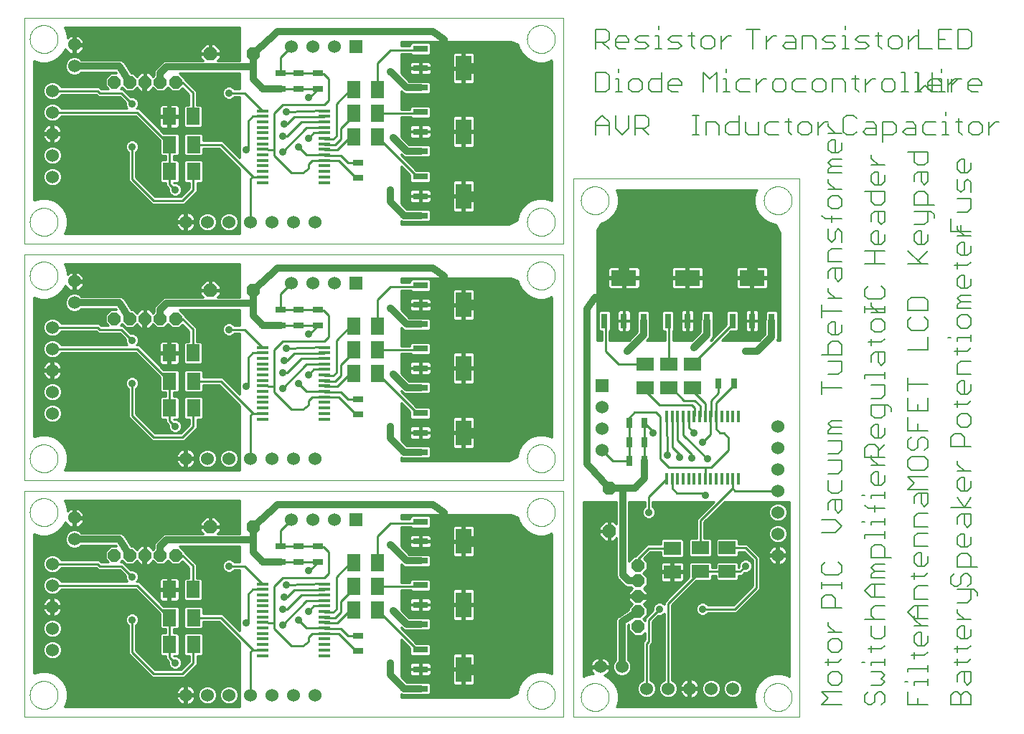
<source format=gtl>
G75*
G70*
%OFA0B0*%
%FSLAX24Y24*%
%IPPOS*%
%LPD*%
%AMOC8*
5,1,8,0,0,1.08239X$1,22.5*
%
%ADD10C,0.0000*%
%ADD11C,0.0080*%
%ADD12R,0.0709X0.0315*%
%ADD13R,0.0728X0.1181*%
%ADD14R,0.0630X0.0787*%
%ADD15OC8,0.0630*%
%ADD16R,0.0472X0.0315*%
%ADD17C,0.0600*%
%ADD18R,0.0600X0.0600*%
%ADD19R,0.0550X0.0137*%
%ADD20OC8,0.0594*%
%ADD21R,0.0315X0.0709*%
%ADD22R,0.1181X0.0728*%
%ADD23R,0.0787X0.0630*%
%ADD24R,0.0315X0.0472*%
%ADD25R,0.0137X0.0550*%
%ADD26C,0.0100*%
%ADD27C,0.0360*%
%ADD28C,0.0500*%
%ADD29C,0.0357*%
%ADD30C,0.0396*%
%ADD31C,0.0320*%
D10*
X000333Y000332D02*
X000333Y010832D01*
X025353Y010829D01*
X025353Y000333D01*
X000333Y000332D01*
X000582Y001333D02*
X000584Y001383D01*
X000590Y001433D01*
X000600Y001483D01*
X000613Y001531D01*
X000630Y001579D01*
X000651Y001625D01*
X000675Y001669D01*
X000703Y001711D01*
X000734Y001751D01*
X000768Y001788D01*
X000805Y001823D01*
X000844Y001854D01*
X000885Y001883D01*
X000929Y001908D01*
X000975Y001930D01*
X001022Y001948D01*
X001070Y001962D01*
X001119Y001973D01*
X001169Y001980D01*
X001219Y001983D01*
X001270Y001982D01*
X001320Y001977D01*
X001370Y001968D01*
X001418Y001956D01*
X001466Y001939D01*
X001512Y001919D01*
X001557Y001896D01*
X001600Y001869D01*
X001640Y001839D01*
X001678Y001806D01*
X001713Y001770D01*
X001746Y001731D01*
X001775Y001690D01*
X001801Y001647D01*
X001824Y001602D01*
X001843Y001555D01*
X001858Y001507D01*
X001870Y001458D01*
X001878Y001408D01*
X001882Y001358D01*
X001882Y001308D01*
X001878Y001258D01*
X001870Y001208D01*
X001858Y001159D01*
X001843Y001111D01*
X001824Y001064D01*
X001801Y001019D01*
X001775Y000976D01*
X001746Y000935D01*
X001713Y000896D01*
X001678Y000860D01*
X001640Y000827D01*
X001600Y000797D01*
X001557Y000770D01*
X001512Y000747D01*
X001466Y000727D01*
X001418Y000710D01*
X001370Y000698D01*
X001320Y000689D01*
X001270Y000684D01*
X001219Y000683D01*
X001169Y000686D01*
X001119Y000693D01*
X001070Y000704D01*
X001022Y000718D01*
X000975Y000736D01*
X000929Y000758D01*
X000885Y000783D01*
X000844Y000812D01*
X000805Y000843D01*
X000768Y000878D01*
X000734Y000915D01*
X000703Y000955D01*
X000675Y000997D01*
X000651Y001041D01*
X000630Y001087D01*
X000613Y001135D01*
X000600Y001183D01*
X000590Y001233D01*
X000584Y001283D01*
X000582Y001333D01*
X000583Y009833D02*
X000585Y009883D01*
X000591Y009933D01*
X000601Y009983D01*
X000614Y010031D01*
X000631Y010079D01*
X000652Y010125D01*
X000676Y010169D01*
X000704Y010211D01*
X000735Y010251D01*
X000769Y010288D01*
X000806Y010323D01*
X000845Y010354D01*
X000886Y010383D01*
X000930Y010408D01*
X000976Y010430D01*
X001023Y010448D01*
X001071Y010462D01*
X001120Y010473D01*
X001170Y010480D01*
X001220Y010483D01*
X001271Y010482D01*
X001321Y010477D01*
X001371Y010468D01*
X001419Y010456D01*
X001467Y010439D01*
X001513Y010419D01*
X001558Y010396D01*
X001601Y010369D01*
X001641Y010339D01*
X001679Y010306D01*
X001714Y010270D01*
X001747Y010231D01*
X001776Y010190D01*
X001802Y010147D01*
X001825Y010102D01*
X001844Y010055D01*
X001859Y010007D01*
X001871Y009958D01*
X001879Y009908D01*
X001883Y009858D01*
X001883Y009808D01*
X001879Y009758D01*
X001871Y009708D01*
X001859Y009659D01*
X001844Y009611D01*
X001825Y009564D01*
X001802Y009519D01*
X001776Y009476D01*
X001747Y009435D01*
X001714Y009396D01*
X001679Y009360D01*
X001641Y009327D01*
X001601Y009297D01*
X001558Y009270D01*
X001513Y009247D01*
X001467Y009227D01*
X001419Y009210D01*
X001371Y009198D01*
X001321Y009189D01*
X001271Y009184D01*
X001220Y009183D01*
X001170Y009186D01*
X001120Y009193D01*
X001071Y009204D01*
X001023Y009218D01*
X000976Y009236D01*
X000930Y009258D01*
X000886Y009283D01*
X000845Y009312D01*
X000806Y009343D01*
X000769Y009378D01*
X000735Y009415D01*
X000704Y009455D01*
X000676Y009497D01*
X000652Y009541D01*
X000631Y009587D01*
X000614Y009635D01*
X000601Y009683D01*
X000591Y009733D01*
X000585Y009783D01*
X000583Y009833D01*
X000333Y011332D02*
X000333Y021832D01*
X025353Y021829D01*
X025353Y011333D01*
X000333Y011332D01*
X000582Y012333D02*
X000584Y012383D01*
X000590Y012433D01*
X000600Y012483D01*
X000613Y012531D01*
X000630Y012579D01*
X000651Y012625D01*
X000675Y012669D01*
X000703Y012711D01*
X000734Y012751D01*
X000768Y012788D01*
X000805Y012823D01*
X000844Y012854D01*
X000885Y012883D01*
X000929Y012908D01*
X000975Y012930D01*
X001022Y012948D01*
X001070Y012962D01*
X001119Y012973D01*
X001169Y012980D01*
X001219Y012983D01*
X001270Y012982D01*
X001320Y012977D01*
X001370Y012968D01*
X001418Y012956D01*
X001466Y012939D01*
X001512Y012919D01*
X001557Y012896D01*
X001600Y012869D01*
X001640Y012839D01*
X001678Y012806D01*
X001713Y012770D01*
X001746Y012731D01*
X001775Y012690D01*
X001801Y012647D01*
X001824Y012602D01*
X001843Y012555D01*
X001858Y012507D01*
X001870Y012458D01*
X001878Y012408D01*
X001882Y012358D01*
X001882Y012308D01*
X001878Y012258D01*
X001870Y012208D01*
X001858Y012159D01*
X001843Y012111D01*
X001824Y012064D01*
X001801Y012019D01*
X001775Y011976D01*
X001746Y011935D01*
X001713Y011896D01*
X001678Y011860D01*
X001640Y011827D01*
X001600Y011797D01*
X001557Y011770D01*
X001512Y011747D01*
X001466Y011727D01*
X001418Y011710D01*
X001370Y011698D01*
X001320Y011689D01*
X001270Y011684D01*
X001219Y011683D01*
X001169Y011686D01*
X001119Y011693D01*
X001070Y011704D01*
X001022Y011718D01*
X000975Y011736D01*
X000929Y011758D01*
X000885Y011783D01*
X000844Y011812D01*
X000805Y011843D01*
X000768Y011878D01*
X000734Y011915D01*
X000703Y011955D01*
X000675Y011997D01*
X000651Y012041D01*
X000630Y012087D01*
X000613Y012135D01*
X000600Y012183D01*
X000590Y012233D01*
X000584Y012283D01*
X000582Y012333D01*
X000583Y020833D02*
X000585Y020883D01*
X000591Y020933D01*
X000601Y020983D01*
X000614Y021031D01*
X000631Y021079D01*
X000652Y021125D01*
X000676Y021169D01*
X000704Y021211D01*
X000735Y021251D01*
X000769Y021288D01*
X000806Y021323D01*
X000845Y021354D01*
X000886Y021383D01*
X000930Y021408D01*
X000976Y021430D01*
X001023Y021448D01*
X001071Y021462D01*
X001120Y021473D01*
X001170Y021480D01*
X001220Y021483D01*
X001271Y021482D01*
X001321Y021477D01*
X001371Y021468D01*
X001419Y021456D01*
X001467Y021439D01*
X001513Y021419D01*
X001558Y021396D01*
X001601Y021369D01*
X001641Y021339D01*
X001679Y021306D01*
X001714Y021270D01*
X001747Y021231D01*
X001776Y021190D01*
X001802Y021147D01*
X001825Y021102D01*
X001844Y021055D01*
X001859Y021007D01*
X001871Y020958D01*
X001879Y020908D01*
X001883Y020858D01*
X001883Y020808D01*
X001879Y020758D01*
X001871Y020708D01*
X001859Y020659D01*
X001844Y020611D01*
X001825Y020564D01*
X001802Y020519D01*
X001776Y020476D01*
X001747Y020435D01*
X001714Y020396D01*
X001679Y020360D01*
X001641Y020327D01*
X001601Y020297D01*
X001558Y020270D01*
X001513Y020247D01*
X001467Y020227D01*
X001419Y020210D01*
X001371Y020198D01*
X001321Y020189D01*
X001271Y020184D01*
X001220Y020183D01*
X001170Y020186D01*
X001120Y020193D01*
X001071Y020204D01*
X001023Y020218D01*
X000976Y020236D01*
X000930Y020258D01*
X000886Y020283D01*
X000845Y020312D01*
X000806Y020343D01*
X000769Y020378D01*
X000735Y020415D01*
X000704Y020455D01*
X000676Y020497D01*
X000652Y020541D01*
X000631Y020587D01*
X000614Y020635D01*
X000601Y020683D01*
X000591Y020733D01*
X000585Y020783D01*
X000583Y020833D01*
X000333Y022332D02*
X000333Y032832D01*
X025353Y032829D01*
X025353Y022333D01*
X000333Y022332D01*
X000582Y023333D02*
X000584Y023383D01*
X000590Y023433D01*
X000600Y023483D01*
X000613Y023531D01*
X000630Y023579D01*
X000651Y023625D01*
X000675Y023669D01*
X000703Y023711D01*
X000734Y023751D01*
X000768Y023788D01*
X000805Y023823D01*
X000844Y023854D01*
X000885Y023883D01*
X000929Y023908D01*
X000975Y023930D01*
X001022Y023948D01*
X001070Y023962D01*
X001119Y023973D01*
X001169Y023980D01*
X001219Y023983D01*
X001270Y023982D01*
X001320Y023977D01*
X001370Y023968D01*
X001418Y023956D01*
X001466Y023939D01*
X001512Y023919D01*
X001557Y023896D01*
X001600Y023869D01*
X001640Y023839D01*
X001678Y023806D01*
X001713Y023770D01*
X001746Y023731D01*
X001775Y023690D01*
X001801Y023647D01*
X001824Y023602D01*
X001843Y023555D01*
X001858Y023507D01*
X001870Y023458D01*
X001878Y023408D01*
X001882Y023358D01*
X001882Y023308D01*
X001878Y023258D01*
X001870Y023208D01*
X001858Y023159D01*
X001843Y023111D01*
X001824Y023064D01*
X001801Y023019D01*
X001775Y022976D01*
X001746Y022935D01*
X001713Y022896D01*
X001678Y022860D01*
X001640Y022827D01*
X001600Y022797D01*
X001557Y022770D01*
X001512Y022747D01*
X001466Y022727D01*
X001418Y022710D01*
X001370Y022698D01*
X001320Y022689D01*
X001270Y022684D01*
X001219Y022683D01*
X001169Y022686D01*
X001119Y022693D01*
X001070Y022704D01*
X001022Y022718D01*
X000975Y022736D01*
X000929Y022758D01*
X000885Y022783D01*
X000844Y022812D01*
X000805Y022843D01*
X000768Y022878D01*
X000734Y022915D01*
X000703Y022955D01*
X000675Y022997D01*
X000651Y023041D01*
X000630Y023087D01*
X000613Y023135D01*
X000600Y023183D01*
X000590Y023233D01*
X000584Y023283D01*
X000582Y023333D01*
X000583Y031833D02*
X000585Y031883D01*
X000591Y031933D01*
X000601Y031983D01*
X000614Y032031D01*
X000631Y032079D01*
X000652Y032125D01*
X000676Y032169D01*
X000704Y032211D01*
X000735Y032251D01*
X000769Y032288D01*
X000806Y032323D01*
X000845Y032354D01*
X000886Y032383D01*
X000930Y032408D01*
X000976Y032430D01*
X001023Y032448D01*
X001071Y032462D01*
X001120Y032473D01*
X001170Y032480D01*
X001220Y032483D01*
X001271Y032482D01*
X001321Y032477D01*
X001371Y032468D01*
X001419Y032456D01*
X001467Y032439D01*
X001513Y032419D01*
X001558Y032396D01*
X001601Y032369D01*
X001641Y032339D01*
X001679Y032306D01*
X001714Y032270D01*
X001747Y032231D01*
X001776Y032190D01*
X001802Y032147D01*
X001825Y032102D01*
X001844Y032055D01*
X001859Y032007D01*
X001871Y031958D01*
X001879Y031908D01*
X001883Y031858D01*
X001883Y031808D01*
X001879Y031758D01*
X001871Y031708D01*
X001859Y031659D01*
X001844Y031611D01*
X001825Y031564D01*
X001802Y031519D01*
X001776Y031476D01*
X001747Y031435D01*
X001714Y031396D01*
X001679Y031360D01*
X001641Y031327D01*
X001601Y031297D01*
X001558Y031270D01*
X001513Y031247D01*
X001467Y031227D01*
X001419Y031210D01*
X001371Y031198D01*
X001321Y031189D01*
X001271Y031184D01*
X001220Y031183D01*
X001170Y031186D01*
X001120Y031193D01*
X001071Y031204D01*
X001023Y031218D01*
X000976Y031236D01*
X000930Y031258D01*
X000886Y031283D01*
X000845Y031312D01*
X000806Y031343D01*
X000769Y031378D01*
X000735Y031415D01*
X000704Y031455D01*
X000676Y031497D01*
X000652Y031541D01*
X000631Y031587D01*
X000614Y031635D01*
X000601Y031683D01*
X000591Y031733D01*
X000585Y031783D01*
X000583Y031833D01*
X023683Y031833D02*
X023685Y031883D01*
X023691Y031933D01*
X023701Y031983D01*
X023714Y032031D01*
X023731Y032079D01*
X023752Y032125D01*
X023776Y032169D01*
X023804Y032211D01*
X023835Y032251D01*
X023869Y032288D01*
X023906Y032323D01*
X023945Y032354D01*
X023986Y032383D01*
X024030Y032408D01*
X024076Y032430D01*
X024123Y032448D01*
X024171Y032462D01*
X024220Y032473D01*
X024270Y032480D01*
X024320Y032483D01*
X024371Y032482D01*
X024421Y032477D01*
X024471Y032468D01*
X024519Y032456D01*
X024567Y032439D01*
X024613Y032419D01*
X024658Y032396D01*
X024701Y032369D01*
X024741Y032339D01*
X024779Y032306D01*
X024814Y032270D01*
X024847Y032231D01*
X024876Y032190D01*
X024902Y032147D01*
X024925Y032102D01*
X024944Y032055D01*
X024959Y032007D01*
X024971Y031958D01*
X024979Y031908D01*
X024983Y031858D01*
X024983Y031808D01*
X024979Y031758D01*
X024971Y031708D01*
X024959Y031659D01*
X024944Y031611D01*
X024925Y031564D01*
X024902Y031519D01*
X024876Y031476D01*
X024847Y031435D01*
X024814Y031396D01*
X024779Y031360D01*
X024741Y031327D01*
X024701Y031297D01*
X024658Y031270D01*
X024613Y031247D01*
X024567Y031227D01*
X024519Y031210D01*
X024471Y031198D01*
X024421Y031189D01*
X024371Y031184D01*
X024320Y031183D01*
X024270Y031186D01*
X024220Y031193D01*
X024171Y031204D01*
X024123Y031218D01*
X024076Y031236D01*
X024030Y031258D01*
X023986Y031283D01*
X023945Y031312D01*
X023906Y031343D01*
X023869Y031378D01*
X023835Y031415D01*
X023804Y031455D01*
X023776Y031497D01*
X023752Y031541D01*
X023731Y031587D01*
X023714Y031635D01*
X023701Y031683D01*
X023691Y031733D01*
X023685Y031783D01*
X023683Y031833D01*
X025837Y025353D02*
X025834Y000333D01*
X036333Y000333D01*
X036333Y025353D01*
X025837Y025353D01*
X026183Y024333D02*
X026185Y024383D01*
X026191Y024433D01*
X026201Y024483D01*
X026214Y024531D01*
X026231Y024579D01*
X026252Y024625D01*
X026276Y024669D01*
X026304Y024711D01*
X026335Y024751D01*
X026369Y024788D01*
X026406Y024823D01*
X026445Y024854D01*
X026486Y024883D01*
X026530Y024908D01*
X026576Y024930D01*
X026623Y024948D01*
X026671Y024962D01*
X026720Y024973D01*
X026770Y024980D01*
X026820Y024983D01*
X026871Y024982D01*
X026921Y024977D01*
X026971Y024968D01*
X027019Y024956D01*
X027067Y024939D01*
X027113Y024919D01*
X027158Y024896D01*
X027201Y024869D01*
X027241Y024839D01*
X027279Y024806D01*
X027314Y024770D01*
X027347Y024731D01*
X027376Y024690D01*
X027402Y024647D01*
X027425Y024602D01*
X027444Y024555D01*
X027459Y024507D01*
X027471Y024458D01*
X027479Y024408D01*
X027483Y024358D01*
X027483Y024308D01*
X027479Y024258D01*
X027471Y024208D01*
X027459Y024159D01*
X027444Y024111D01*
X027425Y024064D01*
X027402Y024019D01*
X027376Y023976D01*
X027347Y023935D01*
X027314Y023896D01*
X027279Y023860D01*
X027241Y023827D01*
X027201Y023797D01*
X027158Y023770D01*
X027113Y023747D01*
X027067Y023727D01*
X027019Y023710D01*
X026971Y023698D01*
X026921Y023689D01*
X026871Y023684D01*
X026820Y023683D01*
X026770Y023686D01*
X026720Y023693D01*
X026671Y023704D01*
X026623Y023718D01*
X026576Y023736D01*
X026530Y023758D01*
X026486Y023783D01*
X026445Y023812D01*
X026406Y023843D01*
X026369Y023878D01*
X026335Y023915D01*
X026304Y023955D01*
X026276Y023997D01*
X026252Y024041D01*
X026231Y024087D01*
X026214Y024135D01*
X026201Y024183D01*
X026191Y024233D01*
X026185Y024283D01*
X026183Y024333D01*
X023683Y023333D02*
X023685Y023383D01*
X023691Y023433D01*
X023701Y023483D01*
X023714Y023531D01*
X023731Y023579D01*
X023752Y023625D01*
X023776Y023669D01*
X023804Y023711D01*
X023835Y023751D01*
X023869Y023788D01*
X023906Y023823D01*
X023945Y023854D01*
X023986Y023883D01*
X024030Y023908D01*
X024076Y023930D01*
X024123Y023948D01*
X024171Y023962D01*
X024220Y023973D01*
X024270Y023980D01*
X024320Y023983D01*
X024371Y023982D01*
X024421Y023977D01*
X024471Y023968D01*
X024519Y023956D01*
X024567Y023939D01*
X024613Y023919D01*
X024658Y023896D01*
X024701Y023869D01*
X024741Y023839D01*
X024779Y023806D01*
X024814Y023770D01*
X024847Y023731D01*
X024876Y023690D01*
X024902Y023647D01*
X024925Y023602D01*
X024944Y023555D01*
X024959Y023507D01*
X024971Y023458D01*
X024979Y023408D01*
X024983Y023358D01*
X024983Y023308D01*
X024979Y023258D01*
X024971Y023208D01*
X024959Y023159D01*
X024944Y023111D01*
X024925Y023064D01*
X024902Y023019D01*
X024876Y022976D01*
X024847Y022935D01*
X024814Y022896D01*
X024779Y022860D01*
X024741Y022827D01*
X024701Y022797D01*
X024658Y022770D01*
X024613Y022747D01*
X024567Y022727D01*
X024519Y022710D01*
X024471Y022698D01*
X024421Y022689D01*
X024371Y022684D01*
X024320Y022683D01*
X024270Y022686D01*
X024220Y022693D01*
X024171Y022704D01*
X024123Y022718D01*
X024076Y022736D01*
X024030Y022758D01*
X023986Y022783D01*
X023945Y022812D01*
X023906Y022843D01*
X023869Y022878D01*
X023835Y022915D01*
X023804Y022955D01*
X023776Y022997D01*
X023752Y023041D01*
X023731Y023087D01*
X023714Y023135D01*
X023701Y023183D01*
X023691Y023233D01*
X023685Y023283D01*
X023683Y023333D01*
X023683Y020833D02*
X023685Y020883D01*
X023691Y020933D01*
X023701Y020983D01*
X023714Y021031D01*
X023731Y021079D01*
X023752Y021125D01*
X023776Y021169D01*
X023804Y021211D01*
X023835Y021251D01*
X023869Y021288D01*
X023906Y021323D01*
X023945Y021354D01*
X023986Y021383D01*
X024030Y021408D01*
X024076Y021430D01*
X024123Y021448D01*
X024171Y021462D01*
X024220Y021473D01*
X024270Y021480D01*
X024320Y021483D01*
X024371Y021482D01*
X024421Y021477D01*
X024471Y021468D01*
X024519Y021456D01*
X024567Y021439D01*
X024613Y021419D01*
X024658Y021396D01*
X024701Y021369D01*
X024741Y021339D01*
X024779Y021306D01*
X024814Y021270D01*
X024847Y021231D01*
X024876Y021190D01*
X024902Y021147D01*
X024925Y021102D01*
X024944Y021055D01*
X024959Y021007D01*
X024971Y020958D01*
X024979Y020908D01*
X024983Y020858D01*
X024983Y020808D01*
X024979Y020758D01*
X024971Y020708D01*
X024959Y020659D01*
X024944Y020611D01*
X024925Y020564D01*
X024902Y020519D01*
X024876Y020476D01*
X024847Y020435D01*
X024814Y020396D01*
X024779Y020360D01*
X024741Y020327D01*
X024701Y020297D01*
X024658Y020270D01*
X024613Y020247D01*
X024567Y020227D01*
X024519Y020210D01*
X024471Y020198D01*
X024421Y020189D01*
X024371Y020184D01*
X024320Y020183D01*
X024270Y020186D01*
X024220Y020193D01*
X024171Y020204D01*
X024123Y020218D01*
X024076Y020236D01*
X024030Y020258D01*
X023986Y020283D01*
X023945Y020312D01*
X023906Y020343D01*
X023869Y020378D01*
X023835Y020415D01*
X023804Y020455D01*
X023776Y020497D01*
X023752Y020541D01*
X023731Y020587D01*
X023714Y020635D01*
X023701Y020683D01*
X023691Y020733D01*
X023685Y020783D01*
X023683Y020833D01*
X034683Y024333D02*
X034685Y024383D01*
X034691Y024433D01*
X034701Y024483D01*
X034714Y024531D01*
X034731Y024579D01*
X034752Y024625D01*
X034776Y024669D01*
X034804Y024711D01*
X034835Y024751D01*
X034869Y024788D01*
X034906Y024823D01*
X034945Y024854D01*
X034986Y024883D01*
X035030Y024908D01*
X035076Y024930D01*
X035123Y024948D01*
X035171Y024962D01*
X035220Y024973D01*
X035270Y024980D01*
X035320Y024983D01*
X035371Y024982D01*
X035421Y024977D01*
X035471Y024968D01*
X035519Y024956D01*
X035567Y024939D01*
X035613Y024919D01*
X035658Y024896D01*
X035701Y024869D01*
X035741Y024839D01*
X035779Y024806D01*
X035814Y024770D01*
X035847Y024731D01*
X035876Y024690D01*
X035902Y024647D01*
X035925Y024602D01*
X035944Y024555D01*
X035959Y024507D01*
X035971Y024458D01*
X035979Y024408D01*
X035983Y024358D01*
X035983Y024308D01*
X035979Y024258D01*
X035971Y024208D01*
X035959Y024159D01*
X035944Y024111D01*
X035925Y024064D01*
X035902Y024019D01*
X035876Y023976D01*
X035847Y023935D01*
X035814Y023896D01*
X035779Y023860D01*
X035741Y023827D01*
X035701Y023797D01*
X035658Y023770D01*
X035613Y023747D01*
X035567Y023727D01*
X035519Y023710D01*
X035471Y023698D01*
X035421Y023689D01*
X035371Y023684D01*
X035320Y023683D01*
X035270Y023686D01*
X035220Y023693D01*
X035171Y023704D01*
X035123Y023718D01*
X035076Y023736D01*
X035030Y023758D01*
X034986Y023783D01*
X034945Y023812D01*
X034906Y023843D01*
X034869Y023878D01*
X034835Y023915D01*
X034804Y023955D01*
X034776Y023997D01*
X034752Y024041D01*
X034731Y024087D01*
X034714Y024135D01*
X034701Y024183D01*
X034691Y024233D01*
X034685Y024283D01*
X034683Y024333D01*
X023683Y012333D02*
X023685Y012383D01*
X023691Y012433D01*
X023701Y012483D01*
X023714Y012531D01*
X023731Y012579D01*
X023752Y012625D01*
X023776Y012669D01*
X023804Y012711D01*
X023835Y012751D01*
X023869Y012788D01*
X023906Y012823D01*
X023945Y012854D01*
X023986Y012883D01*
X024030Y012908D01*
X024076Y012930D01*
X024123Y012948D01*
X024171Y012962D01*
X024220Y012973D01*
X024270Y012980D01*
X024320Y012983D01*
X024371Y012982D01*
X024421Y012977D01*
X024471Y012968D01*
X024519Y012956D01*
X024567Y012939D01*
X024613Y012919D01*
X024658Y012896D01*
X024701Y012869D01*
X024741Y012839D01*
X024779Y012806D01*
X024814Y012770D01*
X024847Y012731D01*
X024876Y012690D01*
X024902Y012647D01*
X024925Y012602D01*
X024944Y012555D01*
X024959Y012507D01*
X024971Y012458D01*
X024979Y012408D01*
X024983Y012358D01*
X024983Y012308D01*
X024979Y012258D01*
X024971Y012208D01*
X024959Y012159D01*
X024944Y012111D01*
X024925Y012064D01*
X024902Y012019D01*
X024876Y011976D01*
X024847Y011935D01*
X024814Y011896D01*
X024779Y011860D01*
X024741Y011827D01*
X024701Y011797D01*
X024658Y011770D01*
X024613Y011747D01*
X024567Y011727D01*
X024519Y011710D01*
X024471Y011698D01*
X024421Y011689D01*
X024371Y011684D01*
X024320Y011683D01*
X024270Y011686D01*
X024220Y011693D01*
X024171Y011704D01*
X024123Y011718D01*
X024076Y011736D01*
X024030Y011758D01*
X023986Y011783D01*
X023945Y011812D01*
X023906Y011843D01*
X023869Y011878D01*
X023835Y011915D01*
X023804Y011955D01*
X023776Y011997D01*
X023752Y012041D01*
X023731Y012087D01*
X023714Y012135D01*
X023701Y012183D01*
X023691Y012233D01*
X023685Y012283D01*
X023683Y012333D01*
X023683Y009833D02*
X023685Y009883D01*
X023691Y009933D01*
X023701Y009983D01*
X023714Y010031D01*
X023731Y010079D01*
X023752Y010125D01*
X023776Y010169D01*
X023804Y010211D01*
X023835Y010251D01*
X023869Y010288D01*
X023906Y010323D01*
X023945Y010354D01*
X023986Y010383D01*
X024030Y010408D01*
X024076Y010430D01*
X024123Y010448D01*
X024171Y010462D01*
X024220Y010473D01*
X024270Y010480D01*
X024320Y010483D01*
X024371Y010482D01*
X024421Y010477D01*
X024471Y010468D01*
X024519Y010456D01*
X024567Y010439D01*
X024613Y010419D01*
X024658Y010396D01*
X024701Y010369D01*
X024741Y010339D01*
X024779Y010306D01*
X024814Y010270D01*
X024847Y010231D01*
X024876Y010190D01*
X024902Y010147D01*
X024925Y010102D01*
X024944Y010055D01*
X024959Y010007D01*
X024971Y009958D01*
X024979Y009908D01*
X024983Y009858D01*
X024983Y009808D01*
X024979Y009758D01*
X024971Y009708D01*
X024959Y009659D01*
X024944Y009611D01*
X024925Y009564D01*
X024902Y009519D01*
X024876Y009476D01*
X024847Y009435D01*
X024814Y009396D01*
X024779Y009360D01*
X024741Y009327D01*
X024701Y009297D01*
X024658Y009270D01*
X024613Y009247D01*
X024567Y009227D01*
X024519Y009210D01*
X024471Y009198D01*
X024421Y009189D01*
X024371Y009184D01*
X024320Y009183D01*
X024270Y009186D01*
X024220Y009193D01*
X024171Y009204D01*
X024123Y009218D01*
X024076Y009236D01*
X024030Y009258D01*
X023986Y009283D01*
X023945Y009312D01*
X023906Y009343D01*
X023869Y009378D01*
X023835Y009415D01*
X023804Y009455D01*
X023776Y009497D01*
X023752Y009541D01*
X023731Y009587D01*
X023714Y009635D01*
X023701Y009683D01*
X023691Y009733D01*
X023685Y009783D01*
X023683Y009833D01*
X023683Y001333D02*
X023685Y001383D01*
X023691Y001433D01*
X023701Y001483D01*
X023714Y001531D01*
X023731Y001579D01*
X023752Y001625D01*
X023776Y001669D01*
X023804Y001711D01*
X023835Y001751D01*
X023869Y001788D01*
X023906Y001823D01*
X023945Y001854D01*
X023986Y001883D01*
X024030Y001908D01*
X024076Y001930D01*
X024123Y001948D01*
X024171Y001962D01*
X024220Y001973D01*
X024270Y001980D01*
X024320Y001983D01*
X024371Y001982D01*
X024421Y001977D01*
X024471Y001968D01*
X024519Y001956D01*
X024567Y001939D01*
X024613Y001919D01*
X024658Y001896D01*
X024701Y001869D01*
X024741Y001839D01*
X024779Y001806D01*
X024814Y001770D01*
X024847Y001731D01*
X024876Y001690D01*
X024902Y001647D01*
X024925Y001602D01*
X024944Y001555D01*
X024959Y001507D01*
X024971Y001458D01*
X024979Y001408D01*
X024983Y001358D01*
X024983Y001308D01*
X024979Y001258D01*
X024971Y001208D01*
X024959Y001159D01*
X024944Y001111D01*
X024925Y001064D01*
X024902Y001019D01*
X024876Y000976D01*
X024847Y000935D01*
X024814Y000896D01*
X024779Y000860D01*
X024741Y000827D01*
X024701Y000797D01*
X024658Y000770D01*
X024613Y000747D01*
X024567Y000727D01*
X024519Y000710D01*
X024471Y000698D01*
X024421Y000689D01*
X024371Y000684D01*
X024320Y000683D01*
X024270Y000686D01*
X024220Y000693D01*
X024171Y000704D01*
X024123Y000718D01*
X024076Y000736D01*
X024030Y000758D01*
X023986Y000783D01*
X023945Y000812D01*
X023906Y000843D01*
X023869Y000878D01*
X023835Y000915D01*
X023804Y000955D01*
X023776Y000997D01*
X023752Y001041D01*
X023731Y001087D01*
X023714Y001135D01*
X023701Y001183D01*
X023691Y001233D01*
X023685Y001283D01*
X023683Y001333D01*
X026183Y001233D02*
X026185Y001283D01*
X026191Y001333D01*
X026201Y001383D01*
X026214Y001431D01*
X026231Y001479D01*
X026252Y001525D01*
X026276Y001569D01*
X026304Y001611D01*
X026335Y001651D01*
X026369Y001688D01*
X026406Y001723D01*
X026445Y001754D01*
X026486Y001783D01*
X026530Y001808D01*
X026576Y001830D01*
X026623Y001848D01*
X026671Y001862D01*
X026720Y001873D01*
X026770Y001880D01*
X026820Y001883D01*
X026871Y001882D01*
X026921Y001877D01*
X026971Y001868D01*
X027019Y001856D01*
X027067Y001839D01*
X027113Y001819D01*
X027158Y001796D01*
X027201Y001769D01*
X027241Y001739D01*
X027279Y001706D01*
X027314Y001670D01*
X027347Y001631D01*
X027376Y001590D01*
X027402Y001547D01*
X027425Y001502D01*
X027444Y001455D01*
X027459Y001407D01*
X027471Y001358D01*
X027479Y001308D01*
X027483Y001258D01*
X027483Y001208D01*
X027479Y001158D01*
X027471Y001108D01*
X027459Y001059D01*
X027444Y001011D01*
X027425Y000964D01*
X027402Y000919D01*
X027376Y000876D01*
X027347Y000835D01*
X027314Y000796D01*
X027279Y000760D01*
X027241Y000727D01*
X027201Y000697D01*
X027158Y000670D01*
X027113Y000647D01*
X027067Y000627D01*
X027019Y000610D01*
X026971Y000598D01*
X026921Y000589D01*
X026871Y000584D01*
X026820Y000583D01*
X026770Y000586D01*
X026720Y000593D01*
X026671Y000604D01*
X026623Y000618D01*
X026576Y000636D01*
X026530Y000658D01*
X026486Y000683D01*
X026445Y000712D01*
X026406Y000743D01*
X026369Y000778D01*
X026335Y000815D01*
X026304Y000855D01*
X026276Y000897D01*
X026252Y000941D01*
X026231Y000987D01*
X026214Y001035D01*
X026201Y001083D01*
X026191Y001133D01*
X026185Y001183D01*
X026183Y001233D01*
X034683Y001232D02*
X034685Y001282D01*
X034691Y001332D01*
X034701Y001382D01*
X034714Y001430D01*
X034731Y001478D01*
X034752Y001524D01*
X034776Y001568D01*
X034804Y001610D01*
X034835Y001650D01*
X034869Y001687D01*
X034906Y001722D01*
X034945Y001753D01*
X034986Y001782D01*
X035030Y001807D01*
X035076Y001829D01*
X035123Y001847D01*
X035171Y001861D01*
X035220Y001872D01*
X035270Y001879D01*
X035320Y001882D01*
X035371Y001881D01*
X035421Y001876D01*
X035471Y001867D01*
X035519Y001855D01*
X035567Y001838D01*
X035613Y001818D01*
X035658Y001795D01*
X035701Y001768D01*
X035741Y001738D01*
X035779Y001705D01*
X035814Y001669D01*
X035847Y001630D01*
X035876Y001589D01*
X035902Y001546D01*
X035925Y001501D01*
X035944Y001454D01*
X035959Y001406D01*
X035971Y001357D01*
X035979Y001307D01*
X035983Y001257D01*
X035983Y001207D01*
X035979Y001157D01*
X035971Y001107D01*
X035959Y001058D01*
X035944Y001010D01*
X035925Y000963D01*
X035902Y000918D01*
X035876Y000875D01*
X035847Y000834D01*
X035814Y000795D01*
X035779Y000759D01*
X035741Y000726D01*
X035701Y000696D01*
X035658Y000669D01*
X035613Y000646D01*
X035567Y000626D01*
X035519Y000609D01*
X035471Y000597D01*
X035421Y000588D01*
X035371Y000583D01*
X035320Y000582D01*
X035270Y000585D01*
X035220Y000592D01*
X035171Y000603D01*
X035123Y000617D01*
X035076Y000635D01*
X035030Y000657D01*
X034986Y000682D01*
X034945Y000711D01*
X034906Y000742D01*
X034869Y000777D01*
X034835Y000814D01*
X034804Y000854D01*
X034776Y000896D01*
X034752Y000940D01*
X034731Y000986D01*
X034714Y001034D01*
X034701Y001082D01*
X034691Y001132D01*
X034685Y001182D01*
X034683Y001232D01*
D11*
X037372Y001486D02*
X037679Y001179D01*
X037372Y000873D01*
X038293Y000873D01*
X038293Y001486D02*
X037372Y001486D01*
X037679Y001947D02*
X037832Y001793D01*
X038139Y001793D01*
X038293Y001947D01*
X038293Y002254D01*
X038139Y002407D01*
X037832Y002407D01*
X037679Y002254D01*
X037679Y001947D01*
X037679Y002714D02*
X037679Y003021D01*
X037525Y002868D02*
X038139Y002868D01*
X038293Y003021D01*
X038139Y003328D02*
X038293Y003481D01*
X038293Y003788D01*
X038139Y003942D01*
X037832Y003942D01*
X037679Y003788D01*
X037679Y003481D01*
X037832Y003328D01*
X038139Y003328D01*
X037986Y004249D02*
X037679Y004556D01*
X037679Y004709D01*
X037679Y004249D02*
X038293Y004249D01*
X039372Y004862D02*
X040293Y004862D01*
X040293Y004556D02*
X040293Y004095D01*
X040139Y003942D01*
X039832Y003942D01*
X039679Y004095D01*
X039679Y004556D01*
X039832Y004862D02*
X039679Y005016D01*
X039679Y005323D01*
X039832Y005476D01*
X040293Y005476D01*
X040293Y005873D02*
X039679Y005873D01*
X039372Y006179D01*
X039679Y006486D01*
X040293Y006486D01*
X040293Y006793D02*
X039679Y006793D01*
X039679Y006947D01*
X039832Y007100D01*
X039679Y007254D01*
X039832Y007407D01*
X040293Y007407D01*
X040293Y007100D02*
X039832Y007100D01*
X039832Y006486D02*
X039832Y005873D01*
X038293Y006293D02*
X038293Y006600D01*
X038293Y006447D02*
X037372Y006447D01*
X037372Y006600D02*
X037372Y006293D01*
X037525Y005986D02*
X037832Y005986D01*
X037986Y005833D01*
X037986Y005373D01*
X038293Y005373D02*
X037372Y005373D01*
X037372Y005833D01*
X037525Y005986D01*
X037525Y006907D02*
X038139Y006907D01*
X038293Y007061D01*
X038293Y007368D01*
X038139Y007521D01*
X037525Y007521D02*
X037372Y007368D01*
X037372Y007061D01*
X037525Y006907D01*
X039679Y007714D02*
X039679Y008174D01*
X039832Y008328D01*
X040139Y008328D01*
X040293Y008174D01*
X040293Y007714D01*
X040599Y007714D02*
X039679Y007714D01*
X039372Y008635D02*
X039372Y008788D01*
X040293Y008788D01*
X040293Y008635D02*
X040293Y008942D01*
X040293Y009249D02*
X040293Y009556D01*
X040293Y009402D02*
X039679Y009402D01*
X039679Y009249D01*
X039372Y009402D02*
X039218Y009402D01*
X039832Y009862D02*
X039832Y010169D01*
X039525Y010016D02*
X039372Y010169D01*
X039525Y010016D02*
X040293Y010016D01*
X040293Y010476D02*
X040293Y010783D01*
X040293Y010630D02*
X039679Y010630D01*
X039679Y010476D01*
X039372Y010630D02*
X039218Y010630D01*
X039832Y011090D02*
X039679Y011244D01*
X039679Y011550D01*
X039832Y011704D01*
X039986Y011704D01*
X039986Y011090D01*
X040139Y011090D02*
X039832Y011090D01*
X040139Y011090D02*
X040293Y011244D01*
X040293Y011550D01*
X040293Y012011D02*
X039679Y012011D01*
X039986Y012011D02*
X039679Y012318D01*
X039679Y012471D01*
X039986Y012373D02*
X039986Y012833D01*
X039832Y012986D01*
X039525Y012986D01*
X039372Y012833D01*
X039372Y012373D01*
X040293Y012373D01*
X039986Y012679D02*
X040293Y012986D01*
X040139Y013293D02*
X039832Y013293D01*
X039679Y013447D01*
X039679Y013754D01*
X039832Y013907D01*
X039986Y013907D01*
X039986Y013293D01*
X040139Y013293D02*
X040293Y013447D01*
X040293Y013754D01*
X040139Y014214D02*
X039832Y014214D01*
X039679Y014368D01*
X039679Y014828D01*
X040446Y014828D01*
X040599Y014674D01*
X040599Y014521D01*
X040293Y014368D02*
X040139Y014214D01*
X040293Y014368D02*
X040293Y014828D01*
X040139Y015135D02*
X039679Y015135D01*
X040139Y015135D02*
X040293Y015288D01*
X040293Y015749D01*
X039679Y015749D01*
X039372Y016056D02*
X039372Y016209D01*
X040293Y016209D01*
X040293Y016056D02*
X040293Y016362D01*
X040139Y016669D02*
X039986Y016823D01*
X039986Y017283D01*
X039832Y017283D02*
X040293Y017283D01*
X040293Y016823D01*
X040139Y016669D01*
X039679Y016823D02*
X039679Y017130D01*
X039832Y017283D01*
X039679Y017590D02*
X039679Y017897D01*
X039525Y017744D02*
X040139Y017744D01*
X040293Y017897D01*
X040139Y018204D02*
X039832Y018204D01*
X039679Y018357D01*
X039679Y018664D01*
X039832Y018818D01*
X040139Y018818D01*
X040293Y018664D01*
X040293Y018357D01*
X040139Y018204D01*
X040293Y019123D02*
X040293Y019429D01*
X040293Y019276D02*
X039372Y019276D01*
X039372Y019123D02*
X039372Y019429D01*
X039679Y019432D02*
X039986Y019125D01*
X040293Y019125D02*
X039679Y019125D01*
X039679Y019432D02*
X039679Y019585D01*
X039525Y019736D02*
X039372Y019890D01*
X039372Y020197D01*
X039525Y020350D01*
X039525Y019736D02*
X040139Y019736D01*
X040293Y019890D01*
X040293Y020197D01*
X040139Y020350D01*
X041372Y019674D02*
X041372Y019214D01*
X042293Y019214D01*
X042293Y019674D01*
X042139Y019828D01*
X041525Y019828D01*
X041372Y019674D01*
X041525Y018907D02*
X041372Y018754D01*
X041372Y018447D01*
X041525Y018293D01*
X042139Y018293D01*
X042293Y018447D01*
X042293Y018754D01*
X042139Y018907D01*
X042293Y017986D02*
X042293Y017373D01*
X041372Y017373D01*
X041372Y016090D02*
X041372Y015476D01*
X041372Y015169D02*
X041372Y014556D01*
X042293Y014556D01*
X042293Y015169D01*
X041832Y014862D02*
X041832Y014556D01*
X041372Y014249D02*
X041372Y013635D01*
X042293Y013635D01*
X042139Y013328D02*
X042293Y013174D01*
X042293Y012868D01*
X042139Y012714D01*
X042139Y012407D02*
X041525Y012407D01*
X041372Y012254D01*
X041372Y011947D01*
X041525Y011793D01*
X042139Y011793D01*
X042293Y011947D01*
X042293Y012254D01*
X042139Y012407D01*
X041679Y012714D02*
X041832Y012868D01*
X041832Y013174D01*
X041986Y013328D01*
X042139Y013328D01*
X041832Y013635D02*
X041832Y013942D01*
X041525Y013328D02*
X041372Y013174D01*
X041372Y012868D01*
X041525Y012714D01*
X041679Y012714D01*
X041372Y011486D02*
X042293Y011486D01*
X041679Y011179D02*
X041372Y011486D01*
X041679Y011179D02*
X041372Y010873D01*
X042293Y010873D01*
X042293Y010704D02*
X042293Y010244D01*
X042139Y010090D01*
X041986Y010244D01*
X041986Y010704D01*
X041832Y010704D02*
X042293Y010704D01*
X041832Y010704D02*
X041679Y010551D01*
X041679Y010244D01*
X041832Y009783D02*
X042293Y009783D01*
X041832Y009783D02*
X041679Y009630D01*
X041679Y009169D01*
X042293Y009169D01*
X042293Y008862D02*
X041832Y008862D01*
X041679Y008709D01*
X041679Y008249D01*
X042293Y008249D01*
X041986Y007942D02*
X041986Y007328D01*
X042139Y007328D02*
X041832Y007328D01*
X041679Y007481D01*
X041679Y007788D01*
X041832Y007942D01*
X041986Y007942D01*
X042293Y007788D02*
X042293Y007481D01*
X042139Y007328D01*
X042293Y007021D02*
X042139Y006868D01*
X041525Y006868D01*
X041679Y006714D02*
X041679Y007021D01*
X041832Y006407D02*
X042293Y006407D01*
X041832Y006407D02*
X041679Y006254D01*
X041679Y005793D01*
X042293Y005793D01*
X042293Y005486D02*
X041679Y005486D01*
X041372Y005179D01*
X041679Y004873D01*
X042293Y004873D01*
X042293Y004556D02*
X041679Y004556D01*
X041679Y004862D02*
X041679Y005016D01*
X041679Y004862D02*
X041986Y004556D01*
X041986Y004249D02*
X041832Y004249D01*
X041679Y004095D01*
X041679Y003788D01*
X041832Y003635D01*
X042139Y003635D01*
X042293Y003788D01*
X042293Y004095D01*
X041986Y004249D02*
X041986Y003635D01*
X042293Y003328D02*
X042139Y003174D01*
X041525Y003174D01*
X041679Y003021D02*
X041679Y003328D01*
X042293Y002714D02*
X042293Y002407D01*
X042293Y002561D02*
X041372Y002561D01*
X041372Y002407D01*
X041372Y001947D02*
X041218Y001947D01*
X041679Y001947D02*
X042293Y001947D01*
X042293Y002100D02*
X042293Y001793D01*
X041679Y001793D02*
X041679Y001947D01*
X041372Y001486D02*
X041372Y000873D01*
X042293Y000873D01*
X041832Y000873D02*
X041832Y001179D01*
X040293Y001026D02*
X040139Y000873D01*
X040293Y001026D02*
X040293Y001333D01*
X040139Y001486D01*
X039986Y001486D01*
X039832Y001333D01*
X039832Y001026D01*
X039679Y000873D01*
X039525Y000873D01*
X039372Y001026D01*
X039372Y001333D01*
X039525Y001486D01*
X039679Y001793D02*
X040139Y001793D01*
X040293Y001947D01*
X040139Y002100D01*
X040293Y002254D01*
X040139Y002407D01*
X039679Y002407D01*
X039679Y002714D02*
X039679Y002868D01*
X040293Y002868D01*
X040293Y003021D02*
X040293Y002714D01*
X040139Y003481D02*
X039525Y003481D01*
X039679Y003328D02*
X039679Y003635D01*
X040139Y003481D02*
X040293Y003635D01*
X039372Y002868D02*
X039218Y002868D01*
X041832Y004873D02*
X041832Y005486D01*
X043679Y005630D02*
X044139Y005630D01*
X044293Y005783D01*
X044293Y006244D01*
X044446Y006244D02*
X044599Y006090D01*
X044599Y005937D01*
X044446Y006244D02*
X043679Y006244D01*
X043679Y006373D02*
X043832Y006526D01*
X043832Y006833D01*
X043986Y006986D01*
X044139Y006986D01*
X044293Y006833D01*
X044293Y006526D01*
X044139Y006373D01*
X043679Y006373D02*
X043525Y006373D01*
X043372Y006526D01*
X043372Y006833D01*
X043525Y006986D01*
X043679Y007293D02*
X043679Y007754D01*
X043832Y007907D01*
X044139Y007907D01*
X044293Y007754D01*
X044293Y007293D01*
X044599Y007293D02*
X043679Y007293D01*
X043832Y008214D02*
X043679Y008368D01*
X043679Y008674D01*
X043832Y008828D01*
X043986Y008828D01*
X043986Y008214D01*
X044139Y008214D02*
X043832Y008214D01*
X044139Y008214D02*
X044293Y008368D01*
X044293Y008674D01*
X044139Y009135D02*
X043986Y009288D01*
X043986Y009749D01*
X043832Y009749D02*
X044293Y009749D01*
X044293Y009288D01*
X044139Y009135D01*
X043679Y009288D02*
X043679Y009595D01*
X043832Y009749D01*
X043986Y010056D02*
X043679Y010516D01*
X043832Y010823D02*
X043679Y010976D01*
X043679Y011283D01*
X043832Y011437D01*
X043986Y011437D01*
X043986Y010823D01*
X044139Y010823D02*
X043832Y010823D01*
X044139Y010823D02*
X044293Y010976D01*
X044293Y011283D01*
X044293Y011744D02*
X043679Y011744D01*
X043679Y012051D02*
X043679Y012204D01*
X043679Y012051D02*
X043986Y011744D01*
X043986Y012873D02*
X043986Y013333D01*
X043832Y013486D01*
X043525Y013486D01*
X043372Y013333D01*
X043372Y012873D01*
X044293Y012873D01*
X044139Y013793D02*
X044293Y013947D01*
X044293Y014254D01*
X044139Y014407D01*
X043832Y014407D01*
X043679Y014254D01*
X043679Y013947D01*
X043832Y013793D01*
X044139Y013793D01*
X043679Y014714D02*
X043679Y015021D01*
X043525Y014868D02*
X044139Y014868D01*
X044293Y015021D01*
X044139Y015328D02*
X043832Y015328D01*
X043679Y015481D01*
X043679Y015788D01*
X043832Y015942D01*
X043986Y015942D01*
X043986Y015328D01*
X044139Y015328D02*
X044293Y015481D01*
X044293Y015788D01*
X044293Y016249D02*
X043679Y016249D01*
X043679Y016709D01*
X043832Y016862D01*
X044293Y016862D01*
X044139Y017323D02*
X043525Y017323D01*
X043679Y017169D02*
X043679Y017476D01*
X043679Y017783D02*
X043679Y017937D01*
X044293Y017937D01*
X044293Y018090D02*
X044293Y017783D01*
X044293Y017476D02*
X044139Y017323D01*
X043372Y017937D02*
X043218Y017937D01*
X043679Y018550D02*
X043832Y018397D01*
X044139Y018397D01*
X044293Y018550D01*
X044293Y018857D01*
X044139Y019011D01*
X043832Y019011D01*
X043679Y018857D01*
X043679Y018550D01*
X043679Y019318D02*
X043679Y019471D01*
X043832Y019625D01*
X043679Y019778D01*
X043832Y019932D01*
X044293Y019932D01*
X044293Y019625D02*
X043832Y019625D01*
X043679Y019318D02*
X044293Y019318D01*
X044139Y020239D02*
X043832Y020239D01*
X043679Y020392D01*
X043679Y020699D01*
X043832Y020852D01*
X043986Y020852D01*
X043986Y020239D01*
X044139Y020239D02*
X044293Y020392D01*
X044293Y020699D01*
X044139Y021313D02*
X043525Y021313D01*
X043679Y021159D02*
X043679Y021466D01*
X043832Y021773D02*
X043679Y021927D01*
X043679Y022233D01*
X043832Y022387D01*
X043986Y022387D01*
X043986Y021773D01*
X044139Y021773D02*
X043832Y021773D01*
X044139Y021773D02*
X044293Y021927D01*
X044293Y022233D01*
X044293Y022694D02*
X043679Y022694D01*
X043832Y022873D02*
X043832Y023179D01*
X043679Y023154D02*
X043679Y023001D01*
X043986Y022694D01*
X044293Y022873D02*
X043372Y022873D01*
X043372Y023486D01*
X043679Y023793D02*
X044139Y023793D01*
X044293Y023947D01*
X044293Y024407D01*
X043679Y024407D01*
X043832Y024714D02*
X043679Y024868D01*
X043679Y025328D01*
X043832Y025635D02*
X043679Y025788D01*
X043679Y026095D01*
X043832Y026249D01*
X043986Y026249D01*
X043986Y025635D01*
X044139Y025635D02*
X043832Y025635D01*
X044139Y025635D02*
X044293Y025788D01*
X044293Y026095D01*
X044139Y025328D02*
X043986Y025174D01*
X043986Y024868D01*
X043832Y024714D01*
X044293Y024714D02*
X044293Y025174D01*
X044139Y025328D01*
X042293Y025209D02*
X042139Y025056D01*
X041986Y025209D01*
X041986Y025669D01*
X041832Y025669D02*
X042293Y025669D01*
X042293Y025209D01*
X041679Y025209D02*
X041679Y025516D01*
X041832Y025669D01*
X041832Y025976D02*
X041679Y026130D01*
X041679Y026590D01*
X041372Y026590D02*
X042293Y026590D01*
X042293Y026130D01*
X042139Y025976D01*
X041832Y025976D01*
X040293Y025976D02*
X039679Y025976D01*
X039986Y025976D02*
X039679Y026283D01*
X039679Y026437D01*
X039832Y025669D02*
X039986Y025669D01*
X039986Y025056D01*
X040139Y025056D02*
X039832Y025056D01*
X039679Y025209D01*
X039679Y025516D01*
X039832Y025669D01*
X040293Y025516D02*
X040293Y025209D01*
X040139Y025056D01*
X040293Y024749D02*
X040293Y024288D01*
X040139Y024135D01*
X039832Y024135D01*
X039679Y024288D01*
X039679Y024749D01*
X039372Y024749D02*
X040293Y024749D01*
X040293Y023828D02*
X039832Y023828D01*
X039679Y023674D01*
X039679Y023368D01*
X039986Y023368D02*
X039986Y023828D01*
X040293Y023828D02*
X040293Y023368D01*
X040139Y023214D01*
X039986Y023368D01*
X039986Y022907D02*
X039986Y022293D01*
X040139Y022293D02*
X039832Y022293D01*
X039679Y022447D01*
X039679Y022754D01*
X039832Y022907D01*
X039986Y022907D01*
X040293Y022754D02*
X040293Y022447D01*
X040139Y022293D01*
X040293Y021986D02*
X039372Y021986D01*
X039832Y021986D02*
X039832Y021373D01*
X039372Y021373D02*
X040293Y021373D01*
X041372Y021373D02*
X042293Y021373D01*
X041986Y021373D02*
X041372Y021986D01*
X041832Y022293D02*
X041679Y022447D01*
X041679Y022754D01*
X041832Y022907D01*
X041986Y022907D01*
X041986Y022293D01*
X042139Y022293D02*
X041832Y022293D01*
X042139Y022293D02*
X042293Y022447D01*
X042293Y022754D01*
X042139Y023214D02*
X041679Y023214D01*
X042139Y023214D02*
X042293Y023368D01*
X042293Y023828D01*
X042446Y023828D02*
X042599Y023674D01*
X042599Y023521D01*
X042446Y023828D02*
X041679Y023828D01*
X041679Y024135D02*
X041679Y024595D01*
X041832Y024749D01*
X042139Y024749D01*
X042293Y024595D01*
X042293Y024135D01*
X042599Y024135D02*
X041679Y024135D01*
X042293Y021986D02*
X041832Y021526D01*
X044139Y021313D02*
X044293Y021466D01*
X038293Y021481D02*
X037679Y021481D01*
X037679Y021942D01*
X037832Y022095D01*
X038293Y022095D01*
X038293Y022402D02*
X038293Y022862D01*
X038139Y023016D01*
X037986Y022862D01*
X037986Y022556D01*
X037832Y022402D01*
X037679Y022556D01*
X037679Y023016D01*
X037832Y023323D02*
X037832Y023630D01*
X037832Y023937D02*
X037679Y024090D01*
X037679Y024397D01*
X037832Y024551D01*
X038139Y024551D01*
X038293Y024397D01*
X038293Y024090D01*
X038139Y023937D01*
X037832Y023937D01*
X037525Y023476D02*
X037372Y023630D01*
X037525Y023476D02*
X038293Y023476D01*
X038293Y024857D02*
X037679Y024857D01*
X037986Y024857D02*
X037679Y025164D01*
X037679Y025318D01*
X037679Y025625D02*
X037679Y025778D01*
X037832Y025932D01*
X037679Y026085D01*
X037832Y026239D01*
X038293Y026239D01*
X038293Y025932D02*
X037832Y025932D01*
X037679Y025625D02*
X038293Y025625D01*
X038139Y026545D02*
X037832Y026545D01*
X037679Y026699D01*
X037679Y027006D01*
X037832Y027159D01*
X037986Y027159D01*
X037986Y026545D01*
X038139Y026545D02*
X038293Y026699D01*
X038293Y027006D01*
X038526Y027373D02*
X038833Y027373D01*
X038986Y027526D01*
X039293Y027526D02*
X039447Y027373D01*
X039907Y027373D01*
X039907Y027833D01*
X039754Y027986D01*
X039447Y027986D01*
X039447Y027679D02*
X039907Y027679D01*
X040214Y027373D02*
X040674Y027373D01*
X040828Y027526D01*
X040828Y027833D01*
X040674Y027986D01*
X040214Y027986D01*
X040214Y027066D01*
X039447Y027679D02*
X039293Y027526D01*
X038986Y028140D02*
X038833Y028293D01*
X038526Y028293D01*
X038373Y028140D01*
X038373Y027526D01*
X038526Y027373D01*
X038293Y027466D02*
X037679Y027466D01*
X037986Y027466D02*
X037679Y027773D01*
X037679Y027927D01*
X037664Y027986D02*
X037511Y027986D01*
X037204Y027679D01*
X037204Y027373D02*
X037204Y027986D01*
X036897Y027833D02*
X036744Y027986D01*
X036437Y027986D01*
X036283Y027833D01*
X036283Y027526D01*
X036437Y027373D01*
X036744Y027373D01*
X036897Y027526D01*
X036897Y027833D01*
X035976Y027986D02*
X035669Y027986D01*
X035823Y028140D02*
X035823Y027526D01*
X035976Y027373D01*
X035362Y027373D02*
X034902Y027373D01*
X034749Y027526D01*
X034749Y027833D01*
X034902Y027986D01*
X035362Y027986D01*
X034442Y027986D02*
X034442Y027373D01*
X033981Y027373D01*
X033828Y027526D01*
X033828Y027986D01*
X033521Y027986D02*
X033061Y027986D01*
X032907Y027833D01*
X032907Y027526D01*
X033061Y027373D01*
X033521Y027373D01*
X033521Y028293D01*
X032600Y027833D02*
X032600Y027373D01*
X031986Y027373D02*
X031986Y027986D01*
X032447Y027986D01*
X032600Y027833D01*
X031679Y028293D02*
X031373Y028293D01*
X031526Y028293D02*
X031526Y027373D01*
X031373Y027373D02*
X031679Y027373D01*
X029328Y027373D02*
X029021Y027679D01*
X029174Y027679D02*
X028714Y027679D01*
X028714Y027373D02*
X028714Y028293D01*
X029174Y028293D01*
X029328Y028140D01*
X029328Y027833D01*
X029174Y027679D01*
X028407Y027679D02*
X028407Y028293D01*
X027793Y028293D02*
X027793Y027679D01*
X028100Y027373D01*
X028407Y027679D01*
X027486Y027833D02*
X026873Y027833D01*
X026873Y027986D02*
X027179Y028293D01*
X027486Y027986D01*
X027486Y027373D01*
X026873Y027373D02*
X026873Y027986D01*
X026873Y029373D02*
X027333Y029373D01*
X027486Y029526D01*
X027486Y030140D01*
X027333Y030293D01*
X026873Y030293D01*
X026873Y029373D01*
X027793Y029373D02*
X028100Y029373D01*
X027947Y029373D02*
X027947Y029986D01*
X027793Y029986D01*
X027947Y030293D02*
X027947Y030447D01*
X028561Y029986D02*
X028407Y029833D01*
X028407Y029526D01*
X028561Y029373D01*
X028868Y029373D01*
X029021Y029526D01*
X029021Y029833D01*
X028868Y029986D01*
X028561Y029986D01*
X029328Y029833D02*
X029328Y029526D01*
X029481Y029373D01*
X029942Y029373D01*
X029942Y030293D01*
X029942Y029986D02*
X029481Y029986D01*
X029328Y029833D01*
X030249Y029833D02*
X030249Y029526D01*
X030402Y029373D01*
X030709Y029373D01*
X030862Y029679D02*
X030249Y029679D01*
X030249Y029833D02*
X030402Y029986D01*
X030709Y029986D01*
X030862Y029833D01*
X030862Y029679D01*
X031873Y029373D02*
X031873Y030293D01*
X032179Y029986D01*
X032486Y030293D01*
X032486Y029373D01*
X032793Y029373D02*
X033100Y029373D01*
X032947Y029373D02*
X032947Y029986D01*
X032793Y029986D01*
X032947Y030293D02*
X032947Y030447D01*
X033561Y029986D02*
X033407Y029833D01*
X033407Y029526D01*
X033561Y029373D01*
X034021Y029373D01*
X034328Y029373D02*
X034328Y029986D01*
X034328Y029679D02*
X034635Y029986D01*
X034788Y029986D01*
X035095Y029833D02*
X035095Y029526D01*
X035249Y029373D01*
X035556Y029373D01*
X035709Y029526D01*
X035709Y029833D01*
X035556Y029986D01*
X035249Y029986D01*
X035095Y029833D01*
X036016Y029833D02*
X036016Y029526D01*
X036169Y029373D01*
X036630Y029373D01*
X036937Y029526D02*
X037090Y029373D01*
X037397Y029373D01*
X037551Y029526D01*
X037551Y029833D01*
X037397Y029986D01*
X037090Y029986D01*
X036937Y029833D01*
X036937Y029526D01*
X036630Y029986D02*
X036169Y029986D01*
X036016Y029833D01*
X036174Y031373D02*
X035714Y031373D01*
X035561Y031526D01*
X035714Y031679D01*
X036174Y031679D01*
X036174Y031833D02*
X036174Y031373D01*
X036481Y031373D02*
X036481Y031986D01*
X036942Y031986D01*
X037095Y031833D01*
X037095Y031373D01*
X037402Y031373D02*
X037862Y031373D01*
X038016Y031526D01*
X037862Y031679D01*
X037556Y031679D01*
X037402Y031833D01*
X037556Y031986D01*
X038016Y031986D01*
X038323Y031986D02*
X038476Y031986D01*
X038476Y031373D01*
X038323Y031373D02*
X038630Y031373D01*
X038937Y031373D02*
X039397Y031373D01*
X039551Y031526D01*
X039397Y031679D01*
X039090Y031679D01*
X038937Y031833D01*
X039090Y031986D01*
X039551Y031986D01*
X039857Y031986D02*
X040164Y031986D01*
X040011Y032140D02*
X040011Y031526D01*
X040164Y031373D01*
X040471Y031526D02*
X040625Y031373D01*
X040932Y031373D01*
X041085Y031526D01*
X041085Y031833D01*
X040932Y031986D01*
X040625Y031986D01*
X040471Y031833D01*
X040471Y031526D01*
X041392Y031373D02*
X041392Y031986D01*
X041392Y031679D02*
X041699Y031986D01*
X041852Y031986D01*
X041873Y032293D02*
X041873Y031373D01*
X042486Y031373D01*
X042793Y031373D02*
X043407Y031373D01*
X043714Y031373D02*
X044174Y031373D01*
X044328Y031526D01*
X044328Y032140D01*
X044174Y032293D01*
X043714Y032293D01*
X043714Y031373D01*
X043100Y031833D02*
X042793Y031833D01*
X042793Y032293D02*
X042793Y031373D01*
X042947Y030447D02*
X042947Y030293D01*
X042947Y029986D02*
X042947Y029373D01*
X043100Y029373D02*
X042793Y029373D01*
X042768Y029373D02*
X042461Y029373D01*
X042308Y029526D01*
X042308Y029833D01*
X042461Y029986D01*
X042768Y029986D01*
X042921Y029833D01*
X042921Y029679D01*
X042308Y029679D01*
X042179Y029679D02*
X042486Y029373D01*
X042486Y030293D01*
X042793Y029986D02*
X042947Y029986D01*
X043228Y029986D02*
X043228Y029373D01*
X043407Y029373D02*
X043407Y029986D01*
X043535Y029986D02*
X043689Y029986D01*
X043714Y029986D02*
X043407Y029679D01*
X043228Y029679D02*
X043535Y029986D01*
X043714Y029986D02*
X043868Y029986D01*
X044174Y029833D02*
X044174Y029526D01*
X044328Y029373D01*
X044635Y029373D01*
X044788Y029679D02*
X044174Y029679D01*
X044174Y029833D02*
X044328Y029986D01*
X044635Y029986D01*
X044788Y029833D01*
X044788Y029679D01*
X043744Y028140D02*
X043744Y027526D01*
X043897Y027373D01*
X044204Y027526D02*
X044357Y027373D01*
X044664Y027373D01*
X044818Y027526D01*
X044818Y027833D01*
X044664Y027986D01*
X044357Y027986D01*
X044204Y027833D01*
X044204Y027526D01*
X043897Y027986D02*
X043590Y027986D01*
X043130Y027986D02*
X043130Y027373D01*
X043283Y027373D02*
X042976Y027373D01*
X042669Y027373D02*
X042209Y027373D01*
X042056Y027526D01*
X042056Y027833D01*
X042209Y027986D01*
X042669Y027986D01*
X042976Y027986D02*
X043130Y027986D01*
X043130Y028293D02*
X043130Y028447D01*
X042001Y029373D02*
X041694Y029373D01*
X041847Y029373D02*
X041847Y030293D01*
X041694Y030293D01*
X041873Y030293D02*
X041873Y029373D01*
X042179Y029679D01*
X041387Y029373D02*
X041080Y029373D01*
X041233Y029373D02*
X041233Y030293D01*
X041080Y030293D01*
X040773Y029833D02*
X040620Y029986D01*
X040313Y029986D01*
X040159Y029833D01*
X040159Y029526D01*
X040313Y029373D01*
X040620Y029373D01*
X040773Y029526D01*
X040773Y029833D01*
X039852Y029986D02*
X039699Y029986D01*
X039392Y029679D01*
X039392Y029373D02*
X039392Y029986D01*
X039085Y029986D02*
X038778Y029986D01*
X038932Y030140D02*
X038932Y029526D01*
X039085Y029373D01*
X038471Y029373D02*
X038471Y029833D01*
X038318Y029986D01*
X037857Y029986D01*
X037857Y029373D01*
X034793Y031373D02*
X034793Y031986D01*
X034793Y031679D02*
X035100Y031986D01*
X035254Y031986D01*
X035714Y031986D02*
X036021Y031986D01*
X036174Y031833D01*
X034486Y032293D02*
X033873Y032293D01*
X034179Y032293D02*
X034179Y031373D01*
X033164Y031986D02*
X033011Y031986D01*
X032704Y031679D01*
X032704Y031373D02*
X032704Y031986D01*
X032397Y031833D02*
X032244Y031986D01*
X031937Y031986D01*
X031783Y031833D01*
X031783Y031526D01*
X031937Y031373D01*
X032244Y031373D01*
X032397Y031526D01*
X032397Y031833D01*
X031476Y031986D02*
X031169Y031986D01*
X031323Y032140D02*
X031323Y031526D01*
X031476Y031373D01*
X030862Y031526D02*
X030709Y031373D01*
X030249Y031373D01*
X029942Y031373D02*
X029635Y031373D01*
X029788Y031373D02*
X029788Y031986D01*
X029635Y031986D01*
X029328Y031986D02*
X028868Y031986D01*
X028714Y031833D01*
X028868Y031679D01*
X029174Y031679D01*
X029328Y031526D01*
X029174Y031373D01*
X028714Y031373D01*
X028407Y031679D02*
X027793Y031679D01*
X027793Y031526D02*
X027793Y031833D01*
X027947Y031986D01*
X028254Y031986D01*
X028407Y031833D01*
X028407Y031679D01*
X028254Y031373D02*
X027947Y031373D01*
X027793Y031526D01*
X027486Y031373D02*
X027179Y031679D01*
X027333Y031679D02*
X026873Y031679D01*
X026873Y031373D02*
X026873Y032293D01*
X027333Y032293D01*
X027486Y032140D01*
X027486Y031833D01*
X027333Y031679D01*
X029788Y032293D02*
X029788Y032447D01*
X030402Y031986D02*
X030862Y031986D01*
X030709Y031679D02*
X030402Y031679D01*
X030249Y031833D01*
X030402Y031986D01*
X030709Y031679D02*
X030862Y031526D01*
X033561Y029986D02*
X034021Y029986D01*
X038476Y032293D02*
X038476Y032447D01*
X042793Y032293D02*
X043407Y032293D01*
X045125Y027986D02*
X045125Y027373D01*
X045125Y027679D02*
X045432Y027986D01*
X045585Y027986D01*
X041749Y027833D02*
X041749Y027373D01*
X041288Y027373D01*
X041135Y027526D01*
X041288Y027679D01*
X041749Y027679D01*
X041749Y027833D02*
X041595Y027986D01*
X041288Y027986D01*
X038293Y021174D02*
X037832Y021174D01*
X037679Y021021D01*
X037679Y020714D01*
X037986Y020714D02*
X037986Y021174D01*
X038293Y021174D02*
X038293Y020714D01*
X038139Y020561D01*
X037986Y020714D01*
X037679Y020254D02*
X037679Y020100D01*
X037986Y019793D01*
X038293Y019793D02*
X037679Y019793D01*
X037372Y019486D02*
X037372Y018873D01*
X037372Y019179D02*
X038293Y019179D01*
X037986Y018694D02*
X037986Y018080D01*
X038139Y018080D02*
X037832Y018080D01*
X037679Y018234D01*
X037679Y018540D01*
X037832Y018694D01*
X037986Y018694D01*
X038293Y018540D02*
X038293Y018234D01*
X038139Y018080D01*
X038139Y017773D02*
X037832Y017773D01*
X037679Y017620D01*
X037679Y017159D01*
X037679Y016852D02*
X038293Y016852D01*
X038293Y016392D01*
X038139Y016239D01*
X037679Y016239D01*
X037372Y015932D02*
X037372Y015318D01*
X037372Y015625D02*
X038293Y015625D01*
X038293Y017159D02*
X037372Y017159D01*
X038293Y017159D02*
X038293Y017620D01*
X038139Y017773D01*
X041372Y015783D02*
X042293Y015783D01*
X038293Y014090D02*
X037832Y014090D01*
X037679Y013937D01*
X037832Y013783D01*
X038293Y013783D01*
X038293Y013476D02*
X037679Y013476D01*
X037679Y013630D01*
X037832Y013783D01*
X037679Y013169D02*
X038293Y013169D01*
X038293Y012709D01*
X038139Y012556D01*
X037679Y012556D01*
X037679Y012249D02*
X038293Y012249D01*
X038293Y011788D01*
X038139Y011635D01*
X037679Y011635D01*
X037679Y011328D02*
X037679Y010868D01*
X037832Y010714D01*
X038139Y010714D01*
X038293Y010868D01*
X038293Y011328D01*
X038293Y010407D02*
X037832Y010407D01*
X037679Y010254D01*
X037679Y009947D01*
X037986Y009947D02*
X038139Y009793D01*
X038293Y009947D01*
X038293Y010407D01*
X037986Y010407D02*
X037986Y009947D01*
X037986Y009486D02*
X037372Y009486D01*
X037986Y009486D02*
X038293Y009179D01*
X037986Y008873D01*
X037372Y008873D01*
X043372Y010056D02*
X044293Y010056D01*
X043986Y010056D02*
X044293Y010516D01*
X043679Y005323D02*
X043679Y005169D01*
X043986Y004862D01*
X043986Y004556D02*
X043986Y003942D01*
X044139Y003942D02*
X043832Y003942D01*
X043679Y004095D01*
X043679Y004402D01*
X043832Y004556D01*
X043986Y004556D01*
X044293Y004402D02*
X044293Y004095D01*
X044139Y003942D01*
X044293Y003635D02*
X044139Y003481D01*
X043525Y003481D01*
X043679Y003328D02*
X043679Y003635D01*
X043679Y003021D02*
X043679Y002714D01*
X043525Y002868D02*
X044139Y002868D01*
X044293Y003021D01*
X044293Y002407D02*
X043832Y002407D01*
X043679Y002254D01*
X043679Y001947D01*
X043986Y001947D02*
X043986Y002407D01*
X044293Y002407D02*
X044293Y001947D01*
X044139Y001793D01*
X043986Y001947D01*
X043986Y001486D02*
X044139Y001486D01*
X044293Y001333D01*
X044293Y000873D01*
X043372Y000873D01*
X043372Y001333D01*
X043525Y001486D01*
X043679Y001486D01*
X043832Y001333D01*
X043832Y000873D01*
X043832Y001333D02*
X043986Y001486D01*
X044293Y004862D02*
X043679Y004862D01*
D12*
X018729Y004627D03*
X018733Y005533D03*
X018729Y006438D03*
X018729Y007577D03*
X018733Y008483D03*
X018729Y009388D03*
X018729Y012627D03*
X018733Y013533D03*
X018729Y014438D03*
X018729Y015627D03*
X018733Y016533D03*
X018729Y017438D03*
X018729Y018577D03*
X018733Y019483D03*
X018729Y020388D03*
X018729Y023627D03*
X018733Y024533D03*
X018729Y025438D03*
X018729Y026627D03*
X018733Y027533D03*
X018729Y028438D03*
X018729Y029577D03*
X018733Y030483D03*
X018729Y031388D03*
X018729Y003438D03*
X018733Y002533D03*
X018729Y001627D03*
D13*
X020733Y002533D03*
X020733Y005533D03*
X020733Y008483D03*
X020733Y013533D03*
X020733Y016533D03*
X020733Y019483D03*
X020733Y024533D03*
X020733Y027533D03*
X020733Y030483D03*
D14*
X016734Y029483D03*
X015631Y029483D03*
X015631Y028383D03*
X016734Y028383D03*
X016734Y027283D03*
X015631Y027283D03*
X008184Y026933D03*
X007081Y026933D03*
X007081Y025683D03*
X008184Y025683D03*
X008165Y028238D03*
X007063Y028238D03*
X015631Y018483D03*
X016734Y018483D03*
X016734Y017383D03*
X015631Y017383D03*
X015631Y016283D03*
X016734Y016283D03*
X008184Y015933D03*
X007081Y015933D03*
X007081Y014683D03*
X008184Y014683D03*
X008165Y017238D03*
X007063Y017238D03*
X015631Y007483D03*
X016734Y007483D03*
X016734Y006383D03*
X015631Y006383D03*
X015631Y005283D03*
X016734Y005283D03*
X008184Y004933D03*
X007081Y004933D03*
X007081Y003683D03*
X008184Y003683D03*
X008165Y006238D03*
X007063Y006238D03*
D15*
X008961Y009163D03*
X010961Y009163D03*
X010961Y020163D03*
X008961Y020163D03*
X008961Y031163D03*
X010961Y031163D03*
X027502Y010961D03*
X027502Y008961D03*
D16*
X015833Y004087D03*
X015833Y003378D03*
X013983Y007528D03*
X013983Y008237D03*
X013083Y008237D03*
X013083Y007528D03*
X012233Y007528D03*
X012233Y008237D03*
X015833Y014378D03*
X015833Y015087D03*
X013983Y018528D03*
X013983Y019237D03*
X013083Y019237D03*
X013083Y018528D03*
X012233Y018528D03*
X012233Y019237D03*
X015833Y025378D03*
X015833Y026087D03*
X013983Y029528D03*
X013983Y030237D03*
X013083Y030237D03*
X013083Y029528D03*
X012233Y029528D03*
X012233Y030237D03*
D17*
X012733Y031483D03*
X013733Y031483D03*
X014733Y031483D03*
X013833Y023333D03*
X012833Y023333D03*
X011833Y023333D03*
X010833Y023333D03*
X009833Y023333D03*
X008833Y023333D03*
X007833Y023333D03*
X012733Y020483D03*
X013733Y020483D03*
X014733Y020483D03*
X013833Y012333D03*
X012833Y012333D03*
X011833Y012333D03*
X010833Y012333D03*
X009833Y012333D03*
X008833Y012333D03*
X007833Y012333D03*
X012733Y009483D03*
X013733Y009483D03*
X014733Y009483D03*
X013833Y001333D03*
X012833Y001333D03*
X011833Y001333D03*
X010833Y001333D03*
X009833Y001333D03*
X008833Y001333D03*
X007833Y001333D03*
X001633Y003433D03*
X001633Y004433D03*
X001633Y005433D03*
X001633Y006433D03*
X001633Y007433D03*
X002651Y008579D03*
X002651Y009579D03*
X001633Y014433D03*
X001633Y015433D03*
X001633Y016433D03*
X001633Y017433D03*
X001633Y018433D03*
X002651Y019579D03*
X002651Y020579D03*
X001633Y025433D03*
X001633Y026433D03*
X001633Y027433D03*
X001633Y028433D03*
X001633Y029433D03*
X002651Y030579D03*
X002651Y031579D03*
X027183Y014733D03*
X027183Y013733D03*
X027183Y012733D03*
X035333Y012833D03*
X035333Y013833D03*
X035333Y011833D03*
X035333Y010833D03*
X035333Y009833D03*
X035333Y008833D03*
X035333Y007833D03*
X028087Y002651D03*
X027087Y002651D03*
X029233Y001633D03*
X030233Y001633D03*
X031233Y001633D03*
X032233Y001633D03*
X033233Y001633D03*
D18*
X015733Y009483D03*
X027183Y015733D03*
X015733Y020483D03*
X015733Y031483D03*
D19*
X014272Y028496D03*
X014272Y028240D03*
X014272Y027984D03*
X014272Y027728D03*
X014272Y027472D03*
X014272Y027216D03*
X014272Y026961D03*
X014272Y026705D03*
X014272Y026449D03*
X014272Y026193D03*
X014272Y025937D03*
X014272Y025681D03*
X014272Y025425D03*
X014272Y025169D03*
X011393Y025169D03*
X011393Y025425D03*
X011393Y025681D03*
X011393Y025937D03*
X011393Y026193D03*
X011393Y026449D03*
X011393Y026705D03*
X011393Y026961D03*
X011393Y027216D03*
X011393Y027472D03*
X011393Y027728D03*
X011393Y027984D03*
X011393Y028240D03*
X011393Y028496D03*
X011393Y017496D03*
X011393Y017240D03*
X011393Y016984D03*
X011393Y016728D03*
X011393Y016472D03*
X011393Y016216D03*
X011393Y015961D03*
X011393Y015705D03*
X011393Y015449D03*
X011393Y015193D03*
X011393Y014937D03*
X011393Y014681D03*
X011393Y014425D03*
X011393Y014169D03*
X014272Y014169D03*
X014272Y014425D03*
X014272Y014681D03*
X014272Y014937D03*
X014272Y015193D03*
X014272Y015449D03*
X014272Y015705D03*
X014272Y015961D03*
X014272Y016216D03*
X014272Y016472D03*
X014272Y016728D03*
X014272Y016984D03*
X014272Y017240D03*
X014272Y017496D03*
X014272Y006496D03*
X014272Y006240D03*
X014272Y005984D03*
X014272Y005728D03*
X014272Y005472D03*
X014272Y005216D03*
X014272Y004961D03*
X014272Y004705D03*
X014272Y004449D03*
X014272Y004193D03*
X014272Y003937D03*
X014272Y003681D03*
X014272Y003425D03*
X014272Y003169D03*
X011393Y003169D03*
X011393Y003425D03*
X011393Y003681D03*
X011393Y003937D03*
X011393Y004193D03*
X011393Y004449D03*
X011393Y004705D03*
X011393Y004961D03*
X011393Y005216D03*
X011393Y005472D03*
X011393Y005728D03*
X011393Y005984D03*
X011393Y006240D03*
X011393Y006496D03*
D20*
X007351Y007833D03*
X006642Y007833D03*
X005934Y007833D03*
X005225Y007833D03*
X004516Y007833D03*
X004516Y018833D03*
X005225Y018833D03*
X005934Y018833D03*
X006642Y018833D03*
X007351Y018833D03*
X007351Y029833D03*
X006642Y029833D03*
X005934Y029833D03*
X005225Y029833D03*
X004516Y029833D03*
X028832Y007351D03*
X028832Y006642D03*
X028832Y005934D03*
X028832Y005225D03*
X028832Y004516D03*
D21*
X029088Y018729D03*
X028183Y018733D03*
X027277Y018729D03*
X030227Y018729D03*
X031133Y018733D03*
X032038Y018729D03*
X033227Y018729D03*
X034133Y018733D03*
X035038Y018729D03*
D22*
X034133Y020733D03*
X031133Y020733D03*
X028183Y020733D03*
D23*
X029183Y016734D03*
X030283Y016734D03*
X031383Y016734D03*
X031383Y015631D03*
X030283Y015631D03*
X029183Y015631D03*
X030427Y008165D03*
X030427Y007063D03*
X031733Y007081D03*
X031733Y008184D03*
X032983Y008184D03*
X032983Y007081D03*
D24*
X029137Y012233D03*
X028428Y012233D03*
X028428Y013083D03*
X029137Y013083D03*
X029137Y013983D03*
X028428Y013983D03*
X032578Y015833D03*
X033287Y015833D03*
D25*
X033240Y014272D03*
X032984Y014272D03*
X032728Y014272D03*
X032472Y014272D03*
X032216Y014272D03*
X031961Y014272D03*
X031705Y014272D03*
X031449Y014272D03*
X031193Y014272D03*
X030937Y014272D03*
X030681Y014272D03*
X030425Y014272D03*
X030169Y014272D03*
X033496Y014272D03*
X033496Y011393D03*
X033240Y011393D03*
X032984Y011393D03*
X032728Y011393D03*
X032472Y011393D03*
X032216Y011393D03*
X031961Y011393D03*
X031705Y011393D03*
X031449Y011393D03*
X031193Y011393D03*
X030937Y011393D03*
X030681Y011393D03*
X030425Y011393D03*
X030169Y011393D03*
D26*
X029333Y010557D01*
X029333Y009833D01*
X029609Y009694D02*
X031715Y009694D01*
X031617Y009596D02*
X029532Y009596D01*
X029507Y009571D02*
X029594Y009658D01*
X029641Y009771D01*
X029641Y009894D01*
X029594Y010007D01*
X029513Y010089D01*
X029513Y010333D01*
X031891Y010333D01*
X031910Y010325D01*
X032033Y010325D01*
X032052Y010333D01*
X032354Y010333D01*
X031553Y009532D01*
X031553Y009382D01*
X031553Y008629D01*
X031285Y008629D01*
X031209Y008553D01*
X031209Y007815D01*
X031285Y007739D01*
X032180Y007739D01*
X032256Y007815D01*
X032256Y008553D01*
X032180Y008629D01*
X031913Y008629D01*
X031913Y009382D01*
X032863Y010333D01*
X035883Y010333D01*
X035883Y002185D01*
X035757Y002257D01*
X035477Y002332D01*
X035188Y002332D01*
X034908Y002257D01*
X034657Y002113D01*
X034452Y001908D01*
X034308Y001657D01*
X034233Y001377D01*
X034233Y001088D01*
X034308Y000808D01*
X034322Y000783D01*
X027842Y000783D01*
X027858Y000809D01*
X027933Y001089D01*
X027933Y001378D01*
X027858Y001658D01*
X027713Y001909D01*
X027508Y002114D01*
X027281Y002245D01*
X027341Y002270D01*
X027468Y002396D01*
X027536Y002562D01*
X027536Y002601D01*
X027137Y002601D01*
X027137Y002701D01*
X027536Y002701D01*
X027536Y002741D01*
X027468Y002906D01*
X027341Y003033D01*
X027176Y003101D01*
X027136Y003101D01*
X027136Y002701D01*
X027037Y002701D01*
X027037Y003101D01*
X026997Y003101D01*
X026832Y003033D01*
X026705Y002906D01*
X026637Y002741D01*
X026637Y002701D01*
X027036Y002701D01*
X027036Y002601D01*
X026637Y002601D01*
X026637Y002562D01*
X026705Y002396D01*
X026768Y002333D01*
X026688Y002333D01*
X026408Y002258D01*
X026284Y002187D01*
X026285Y010333D01*
X027837Y010333D01*
X027837Y009284D01*
X027695Y009426D01*
X027532Y009426D01*
X027532Y008991D01*
X027472Y008991D01*
X027472Y008931D01*
X027037Y008931D01*
X027037Y008769D01*
X027310Y008496D01*
X027472Y008496D01*
X027472Y008931D01*
X027532Y008931D01*
X027532Y008496D01*
X027695Y008496D01*
X027837Y008638D01*
X027837Y006873D01*
X027881Y006766D01*
X027962Y006685D01*
X028250Y006397D01*
X028357Y006352D01*
X028472Y006352D01*
X028519Y006352D01*
X028569Y006302D01*
X028385Y006119D01*
X028385Y005982D01*
X028784Y005982D01*
X028784Y005885D01*
X028385Y005885D01*
X028385Y005749D01*
X028569Y005565D01*
X028405Y005402D01*
X028405Y005295D01*
X027951Y005001D01*
X027922Y004989D01*
X027903Y004970D01*
X027881Y004955D01*
X027863Y004930D01*
X027841Y004907D01*
X027830Y004883D01*
X027815Y004861D01*
X027809Y004830D01*
X027797Y004801D01*
X027797Y004774D01*
X027791Y004748D01*
X027797Y004717D01*
X027797Y002969D01*
X027722Y002895D01*
X027473Y002895D01*
X027514Y002796D02*
X027681Y002796D01*
X027657Y002737D02*
X027657Y002566D01*
X027722Y002408D01*
X027843Y002287D01*
X028001Y002221D01*
X028172Y002221D01*
X028330Y002287D01*
X028451Y002408D01*
X028516Y002566D01*
X028516Y002737D01*
X028451Y002895D01*
X029053Y002895D01*
X029053Y002993D02*
X028376Y002993D01*
X028376Y002969D02*
X028376Y004585D01*
X028405Y004604D01*
X028405Y004340D01*
X028655Y004090D01*
X029009Y004090D01*
X029153Y004233D01*
X029153Y003907D01*
X029053Y003807D01*
X029053Y003658D01*
X029053Y002023D01*
X028989Y001997D01*
X028868Y001876D01*
X028803Y001718D01*
X028803Y001547D01*
X028868Y001389D01*
X028989Y001268D01*
X029147Y001203D01*
X029318Y001203D01*
X029476Y001268D01*
X029597Y001389D01*
X029663Y001547D01*
X029663Y001718D01*
X029597Y001876D01*
X029476Y001997D01*
X029413Y002023D01*
X029413Y003658D01*
X029513Y003758D01*
X029513Y004758D01*
X029779Y005024D01*
X029894Y005024D01*
X030007Y005071D01*
X030053Y005116D01*
X030053Y002023D01*
X029989Y001997D01*
X029868Y001876D01*
X029803Y001718D01*
X029803Y001547D01*
X029868Y001389D01*
X029989Y001268D01*
X030147Y001203D01*
X030318Y001203D01*
X030476Y001268D01*
X030597Y001389D01*
X030663Y001547D01*
X030663Y001718D01*
X030597Y001876D01*
X030476Y001997D01*
X030413Y002023D01*
X030413Y005507D01*
X031542Y006636D01*
X032180Y006636D01*
X032256Y006713D01*
X032256Y006901D01*
X032459Y006901D01*
X032459Y006713D01*
X032535Y006636D01*
X033430Y006636D01*
X033506Y006713D01*
X033506Y006901D01*
X033507Y006901D01*
X033656Y006901D01*
X033779Y007024D01*
X033894Y007024D01*
X034007Y007071D01*
X034094Y007158D01*
X034141Y007271D01*
X034141Y007394D01*
X034094Y007507D01*
X034007Y007594D01*
X033894Y007641D01*
X033771Y007641D01*
X033658Y007594D01*
X033571Y007507D01*
X033524Y007394D01*
X033524Y007279D01*
X033507Y007261D01*
X033506Y007261D01*
X033506Y007450D01*
X033430Y007526D01*
X033590Y007526D01*
X033538Y007428D02*
X033506Y007428D01*
X033506Y007329D02*
X033524Y007329D01*
X033430Y007526D02*
X032535Y007526D01*
X032180Y007526D01*
X031285Y007526D01*
X030884Y007526D01*
X030883Y007527D02*
X030477Y007527D01*
X030477Y007113D01*
X030378Y007113D01*
X030378Y007527D01*
X029972Y007527D01*
X029884Y007440D01*
X029884Y007112D01*
X030377Y007112D01*
X030377Y007013D01*
X029884Y007013D01*
X029884Y006685D01*
X029972Y006598D01*
X030378Y006598D01*
X030378Y007012D01*
X030477Y007012D01*
X030477Y006598D01*
X030883Y006598D01*
X030971Y006685D01*
X030971Y007013D01*
X030478Y007013D01*
X030478Y007112D01*
X030971Y007112D01*
X030971Y007440D01*
X030883Y007527D01*
X030971Y007428D02*
X031209Y007428D01*
X031209Y007450D02*
X031209Y006812D01*
X030053Y005656D01*
X030053Y005549D01*
X030007Y005594D01*
X029894Y005641D01*
X029771Y005641D01*
X029658Y005594D01*
X029571Y005507D01*
X029524Y005394D01*
X029524Y005279D01*
X029153Y004907D01*
X029153Y004800D01*
X029081Y004871D01*
X029259Y005048D01*
X029259Y005402D01*
X029096Y005565D01*
X029279Y005749D01*
X029279Y005885D01*
X028881Y005885D01*
X028881Y005982D01*
X029279Y005982D01*
X029279Y006119D01*
X029096Y006302D01*
X029259Y006466D01*
X029259Y006819D01*
X029081Y006997D01*
X029259Y007174D01*
X029259Y007528D01*
X029106Y007681D01*
X029403Y007978D01*
X029904Y007978D01*
X029904Y007796D01*
X029980Y007720D01*
X030875Y007720D01*
X030951Y007796D01*
X030951Y008534D01*
X030875Y008610D01*
X029980Y008610D01*
X029904Y008534D01*
X029904Y008338D01*
X029254Y008338D01*
X029149Y008233D01*
X028694Y007778D01*
X028655Y007778D01*
X028417Y007539D01*
X028417Y010333D01*
X029153Y010333D01*
X029153Y010089D01*
X029071Y010007D01*
X029024Y009894D01*
X029024Y009771D01*
X029071Y009658D01*
X029158Y009571D01*
X029271Y009524D01*
X029394Y009524D01*
X029507Y009571D01*
X029641Y009793D02*
X031814Y009793D01*
X031912Y009891D02*
X029641Y009891D01*
X029601Y009990D02*
X032011Y009990D01*
X032109Y010088D02*
X029513Y010088D01*
X029513Y010187D02*
X032208Y010187D01*
X032307Y010285D02*
X029513Y010285D01*
X029153Y010285D02*
X028417Y010285D01*
X028417Y010187D02*
X029153Y010187D01*
X029152Y010088D02*
X028417Y010088D01*
X028417Y009990D02*
X029064Y009990D01*
X029024Y009891D02*
X028417Y009891D01*
X028417Y009793D02*
X029024Y009793D01*
X029056Y009694D02*
X028417Y009694D01*
X028417Y009596D02*
X029133Y009596D01*
X028417Y009497D02*
X031553Y009497D01*
X031553Y009399D02*
X028417Y009399D01*
X028417Y009300D02*
X031553Y009300D01*
X031553Y009201D02*
X028417Y009201D01*
X028417Y009103D02*
X031553Y009103D01*
X031553Y009004D02*
X028417Y009004D01*
X028417Y008906D02*
X031553Y008906D01*
X031553Y008807D02*
X028417Y008807D01*
X028417Y008709D02*
X031553Y008709D01*
X031267Y008610D02*
X028417Y008610D01*
X028417Y008512D02*
X029904Y008512D01*
X029904Y008413D02*
X028417Y008413D01*
X028417Y008315D02*
X029230Y008315D01*
X029132Y008216D02*
X028417Y008216D01*
X028417Y008118D02*
X029033Y008118D01*
X028935Y008019D02*
X028417Y008019D01*
X028417Y007920D02*
X028836Y007920D01*
X028738Y007822D02*
X028417Y007822D01*
X028417Y007723D02*
X028601Y007723D01*
X028502Y007625D02*
X028417Y007625D01*
X028832Y007662D02*
X028832Y007351D01*
X028832Y007662D02*
X029329Y008158D01*
X030421Y008158D01*
X030427Y008165D01*
X029904Y007920D02*
X029345Y007920D01*
X029247Y007822D02*
X029904Y007822D01*
X029976Y007723D02*
X029148Y007723D01*
X029162Y007625D02*
X033732Y007625D01*
X033933Y007625D02*
X034133Y007625D01*
X034153Y007605D02*
X033756Y008002D01*
X033506Y008002D01*
X033506Y007815D01*
X033430Y007739D01*
X032535Y007739D01*
X032459Y007815D01*
X032459Y008553D01*
X032535Y008629D01*
X033430Y008629D01*
X033506Y008553D01*
X033506Y008362D01*
X033905Y008362D01*
X034010Y008257D01*
X034513Y007754D01*
X034513Y007605D01*
X034513Y006258D01*
X034407Y006153D01*
X033407Y005153D01*
X033258Y005153D01*
X032089Y005153D01*
X032007Y005071D01*
X031894Y005024D01*
X031771Y005024D01*
X031658Y005071D01*
X031571Y005158D01*
X031524Y005271D01*
X031524Y005394D01*
X031571Y005507D01*
X031658Y005594D01*
X031771Y005641D01*
X031894Y005641D01*
X032007Y005594D01*
X032089Y005513D01*
X033258Y005513D01*
X034153Y006407D01*
X034153Y007605D01*
X034153Y007526D02*
X034075Y007526D01*
X034127Y007428D02*
X034153Y007428D01*
X034141Y007329D02*
X034153Y007329D01*
X034153Y007231D02*
X034124Y007231D01*
X034153Y007132D02*
X034068Y007132D01*
X034153Y007034D02*
X033917Y007034D01*
X033690Y006935D02*
X034153Y006935D01*
X034153Y006836D02*
X033506Y006836D01*
X033506Y006738D02*
X034153Y006738D01*
X034153Y006639D02*
X033433Y006639D01*
X033581Y007081D02*
X032983Y007081D01*
X031733Y007081D01*
X030233Y005581D01*
X030233Y001633D01*
X030624Y001811D02*
X030819Y001811D01*
X030851Y001887D02*
X030783Y001722D01*
X030783Y001683D01*
X031182Y001683D01*
X031182Y001583D01*
X030783Y001583D01*
X030783Y001543D01*
X030851Y001378D01*
X030978Y001251D01*
X031143Y001183D01*
X031183Y001183D01*
X031183Y001582D01*
X031283Y001582D01*
X031283Y001183D01*
X031322Y001183D01*
X031487Y001251D01*
X031614Y001378D01*
X031683Y001543D01*
X031683Y001583D01*
X031283Y001583D01*
X031283Y001683D01*
X031183Y001683D01*
X031183Y002083D01*
X031143Y002083D01*
X030978Y002014D01*
X030851Y001887D01*
X030873Y001909D02*
X030564Y001909D01*
X030450Y002008D02*
X030971Y002008D01*
X031183Y002008D02*
X031283Y002008D01*
X031283Y002083D02*
X031283Y001683D01*
X031683Y001683D01*
X031683Y001722D01*
X031614Y001887D01*
X031487Y002014D01*
X031322Y002083D01*
X031283Y002083D01*
X031283Y001909D02*
X031183Y001909D01*
X031183Y001811D02*
X031283Y001811D01*
X031283Y001712D02*
X031183Y001712D01*
X031182Y001614D02*
X030663Y001614D01*
X030663Y001712D02*
X030783Y001712D01*
X030794Y001515D02*
X030649Y001515D01*
X030609Y001417D02*
X030835Y001417D01*
X030911Y001318D02*
X030526Y001318D01*
X030359Y001219D02*
X031054Y001219D01*
X031183Y001219D02*
X031283Y001219D01*
X031283Y001318D02*
X031183Y001318D01*
X031183Y001417D02*
X031283Y001417D01*
X031283Y001515D02*
X031183Y001515D01*
X031283Y001614D02*
X031803Y001614D01*
X031803Y001547D02*
X031868Y001389D01*
X031989Y001268D01*
X032147Y001203D01*
X032318Y001203D01*
X032476Y001268D01*
X032597Y001389D01*
X032663Y001547D01*
X032663Y001718D01*
X032597Y001876D01*
X032476Y001997D01*
X032318Y002063D01*
X032147Y002063D01*
X031989Y001997D01*
X031868Y001876D01*
X031803Y001718D01*
X031803Y001547D01*
X031816Y001515D02*
X031671Y001515D01*
X031630Y001417D02*
X031857Y001417D01*
X031939Y001318D02*
X031554Y001318D01*
X031411Y001219D02*
X032106Y001219D01*
X032359Y001219D02*
X033106Y001219D01*
X033147Y001203D02*
X033318Y001203D01*
X033476Y001268D01*
X033597Y001389D01*
X033663Y001547D01*
X033663Y001718D01*
X033597Y001876D01*
X033476Y001997D01*
X033318Y002063D01*
X033147Y002063D01*
X032989Y001997D01*
X032868Y001876D01*
X032803Y001718D01*
X032803Y001547D01*
X032868Y001389D01*
X032989Y001268D01*
X033147Y001203D01*
X033359Y001219D02*
X034233Y001219D01*
X034233Y001121D02*
X027933Y001121D01*
X027933Y001219D02*
X029106Y001219D01*
X028939Y001318D02*
X027933Y001318D01*
X027922Y001417D02*
X028857Y001417D01*
X028816Y001515D02*
X027896Y001515D01*
X027869Y001614D02*
X028803Y001614D01*
X028803Y001712D02*
X027826Y001712D01*
X027769Y001811D02*
X028841Y001811D01*
X028901Y001909D02*
X027712Y001909D01*
X027614Y002008D02*
X029015Y002008D01*
X029053Y002106D02*
X027515Y002106D01*
X027350Y002205D02*
X029053Y002205D01*
X029053Y002303D02*
X028347Y002303D01*
X028446Y002402D02*
X029053Y002402D01*
X029053Y002501D02*
X028490Y002501D01*
X028516Y002599D02*
X029053Y002599D01*
X029053Y002698D02*
X028516Y002698D01*
X028492Y002796D02*
X029053Y002796D01*
X029053Y003092D02*
X028376Y003092D01*
X028376Y003190D02*
X029053Y003190D01*
X029053Y003289D02*
X028376Y003289D01*
X028376Y003387D02*
X029053Y003387D01*
X029053Y003486D02*
X028376Y003486D01*
X028376Y003585D02*
X029053Y003585D01*
X029053Y003683D02*
X028376Y003683D01*
X028376Y003782D02*
X029053Y003782D01*
X029126Y003880D02*
X028376Y003880D01*
X028376Y003979D02*
X029153Y003979D01*
X029153Y004077D02*
X028376Y004077D01*
X028376Y004176D02*
X028569Y004176D01*
X028471Y004274D02*
X028376Y004274D01*
X028376Y004373D02*
X028405Y004373D01*
X028405Y004471D02*
X028376Y004471D01*
X028376Y004570D02*
X028405Y004570D01*
X027797Y004570D02*
X026284Y004570D01*
X026284Y004669D02*
X027797Y004669D01*
X027795Y004767D02*
X026284Y004767D01*
X026284Y004866D02*
X027819Y004866D01*
X027894Y004964D02*
X026284Y004964D01*
X026284Y005063D02*
X028047Y005063D01*
X028199Y005161D02*
X026284Y005161D01*
X026284Y005260D02*
X028352Y005260D01*
X028405Y005358D02*
X026284Y005358D01*
X026284Y005457D02*
X028460Y005457D01*
X028559Y005555D02*
X026284Y005555D01*
X026284Y005654D02*
X028480Y005654D01*
X028385Y005752D02*
X026284Y005752D01*
X026284Y005851D02*
X028385Y005851D01*
X028385Y006048D02*
X026284Y006048D01*
X026284Y005950D02*
X028784Y005950D01*
X028832Y005934D02*
X028889Y005833D01*
X029833Y005833D01*
X030427Y006427D01*
X030427Y007063D01*
X030377Y007034D02*
X029118Y007034D01*
X029143Y006935D02*
X029884Y006935D01*
X029884Y006836D02*
X029242Y006836D01*
X029259Y006738D02*
X029884Y006738D01*
X029930Y006639D02*
X029259Y006639D01*
X029259Y006541D02*
X030937Y006541D01*
X030925Y006639D02*
X031036Y006639D01*
X030971Y006738D02*
X031135Y006738D01*
X031209Y006836D02*
X030971Y006836D01*
X030971Y006935D02*
X031209Y006935D01*
X031209Y007034D02*
X030478Y007034D01*
X030477Y007132D02*
X030378Y007132D01*
X030378Y007231D02*
X030477Y007231D01*
X030477Y007329D02*
X030378Y007329D01*
X030378Y007428D02*
X030477Y007428D01*
X030477Y007526D02*
X030378Y007526D01*
X029970Y007526D02*
X029259Y007526D01*
X029259Y007428D02*
X029884Y007428D01*
X029884Y007329D02*
X029259Y007329D01*
X029259Y007231D02*
X029884Y007231D01*
X029884Y007132D02*
X029217Y007132D01*
X029236Y006442D02*
X030839Y006442D01*
X030740Y006344D02*
X029137Y006344D01*
X029153Y006245D02*
X030642Y006245D01*
X030543Y006147D02*
X029251Y006147D01*
X029279Y006048D02*
X030445Y006048D01*
X030346Y005950D02*
X028881Y005950D01*
X029279Y005851D02*
X030248Y005851D01*
X030149Y005752D02*
X029279Y005752D01*
X029184Y005654D02*
X030053Y005654D01*
X030046Y005555D02*
X030053Y005555D01*
X029833Y005333D02*
X029333Y004833D01*
X029333Y003833D01*
X029233Y003733D01*
X029233Y001633D01*
X029624Y001811D02*
X029841Y001811D01*
X029803Y001712D02*
X029663Y001712D01*
X029663Y001614D02*
X029803Y001614D01*
X029816Y001515D02*
X029649Y001515D01*
X029609Y001417D02*
X029857Y001417D01*
X029939Y001318D02*
X029526Y001318D01*
X029359Y001219D02*
X030106Y001219D01*
X029901Y001909D02*
X029564Y001909D01*
X029450Y002008D02*
X030015Y002008D01*
X030053Y002106D02*
X029413Y002106D01*
X029413Y002205D02*
X030053Y002205D01*
X030053Y002303D02*
X029413Y002303D01*
X029413Y002402D02*
X030053Y002402D01*
X030053Y002501D02*
X029413Y002501D01*
X029413Y002599D02*
X030053Y002599D01*
X030053Y002698D02*
X029413Y002698D01*
X029413Y002796D02*
X030053Y002796D01*
X030053Y002895D02*
X029413Y002895D01*
X029413Y002993D02*
X030053Y002993D01*
X030053Y003092D02*
X029413Y003092D01*
X029413Y003190D02*
X030053Y003190D01*
X030053Y003289D02*
X029413Y003289D01*
X029413Y003387D02*
X030053Y003387D01*
X030053Y003486D02*
X029413Y003486D01*
X029413Y003585D02*
X030053Y003585D01*
X030053Y003683D02*
X029438Y003683D01*
X029513Y003782D02*
X030053Y003782D01*
X030053Y003880D02*
X029513Y003880D01*
X029513Y003979D02*
X030053Y003979D01*
X030053Y004077D02*
X029513Y004077D01*
X029513Y004176D02*
X030053Y004176D01*
X030053Y004274D02*
X029513Y004274D01*
X029513Y004373D02*
X030053Y004373D01*
X030053Y004471D02*
X029513Y004471D01*
X029513Y004570D02*
X030053Y004570D01*
X030053Y004669D02*
X029513Y004669D01*
X029522Y004767D02*
X030053Y004767D01*
X030053Y004866D02*
X029620Y004866D01*
X029719Y004964D02*
X030053Y004964D01*
X030053Y005063D02*
X029987Y005063D01*
X030413Y005063D02*
X031678Y005063D01*
X031570Y005161D02*
X030413Y005161D01*
X030413Y005260D02*
X031529Y005260D01*
X031524Y005358D02*
X030413Y005358D01*
X030413Y005457D02*
X031550Y005457D01*
X031619Y005555D02*
X030461Y005555D01*
X030560Y005654D02*
X033399Y005654D01*
X033301Y005555D02*
X032046Y005555D01*
X031833Y005333D02*
X033333Y005333D01*
X034333Y006333D01*
X034333Y007680D01*
X033830Y008182D01*
X032984Y008182D01*
X032983Y008184D01*
X032459Y008216D02*
X032256Y008216D01*
X032256Y008118D02*
X032459Y008118D01*
X032459Y008019D02*
X032256Y008019D01*
X032256Y007920D02*
X032459Y007920D01*
X032459Y007822D02*
X032256Y007822D01*
X032180Y007526D02*
X032256Y007450D01*
X032256Y007261D01*
X032459Y007261D01*
X032459Y007450D01*
X032535Y007526D01*
X032459Y007428D02*
X032256Y007428D01*
X032256Y007329D02*
X032459Y007329D01*
X032459Y006836D02*
X032256Y006836D01*
X032256Y006738D02*
X032459Y006738D01*
X032532Y006639D02*
X032183Y006639D01*
X031447Y006541D02*
X034153Y006541D01*
X034153Y006442D02*
X031348Y006442D01*
X031249Y006344D02*
X034089Y006344D01*
X033991Y006245D02*
X031151Y006245D01*
X031052Y006147D02*
X033892Y006147D01*
X033794Y006048D02*
X030954Y006048D01*
X030855Y005950D02*
X033695Y005950D01*
X033596Y005851D02*
X030757Y005851D01*
X030658Y005752D02*
X033498Y005752D01*
X033711Y005457D02*
X035883Y005457D01*
X035883Y005555D02*
X033810Y005555D01*
X033908Y005654D02*
X035883Y005654D01*
X035883Y005752D02*
X034007Y005752D01*
X034106Y005851D02*
X035883Y005851D01*
X035883Y005950D02*
X034204Y005950D01*
X034303Y006048D02*
X035883Y006048D01*
X035883Y006147D02*
X034401Y006147D01*
X034500Y006245D02*
X035883Y006245D01*
X035883Y006344D02*
X034513Y006344D01*
X034513Y006442D02*
X035883Y006442D01*
X035883Y006541D02*
X034513Y006541D01*
X034513Y006639D02*
X035883Y006639D01*
X035883Y006738D02*
X034513Y006738D01*
X034513Y006836D02*
X035883Y006836D01*
X035883Y006935D02*
X034513Y006935D01*
X034513Y007034D02*
X035883Y007034D01*
X035883Y007132D02*
X034513Y007132D01*
X034513Y007231D02*
X035883Y007231D01*
X035883Y007329D02*
X034513Y007329D01*
X034513Y007428D02*
X035134Y007428D01*
X035078Y007451D02*
X035243Y007383D01*
X035283Y007383D01*
X035283Y007782D01*
X035383Y007782D01*
X035383Y007383D01*
X035422Y007383D01*
X035587Y007451D01*
X035714Y007578D01*
X035783Y007743D01*
X035783Y007783D01*
X035383Y007783D01*
X035383Y007883D01*
X035783Y007883D01*
X035783Y007922D01*
X035714Y008087D01*
X035587Y008214D01*
X035422Y008283D01*
X035383Y008283D01*
X035383Y007883D01*
X035283Y007883D01*
X035283Y008283D01*
X035243Y008283D01*
X035078Y008214D01*
X034951Y008087D01*
X034883Y007922D01*
X034883Y007883D01*
X035282Y007883D01*
X035282Y007783D01*
X034883Y007783D01*
X034883Y007743D01*
X034951Y007578D01*
X035078Y007451D01*
X035003Y007526D02*
X034513Y007526D01*
X034513Y007625D02*
X034932Y007625D01*
X034891Y007723D02*
X034513Y007723D01*
X034445Y007822D02*
X035282Y007822D01*
X035283Y007920D02*
X035383Y007920D01*
X035383Y007822D02*
X035883Y007822D01*
X035883Y007920D02*
X035783Y007920D01*
X035742Y008019D02*
X035883Y008019D01*
X035883Y008118D02*
X035684Y008118D01*
X035583Y008216D02*
X035883Y008216D01*
X035883Y008315D02*
X033952Y008315D01*
X034051Y008216D02*
X035083Y008216D01*
X034981Y008118D02*
X034149Y008118D01*
X034248Y008019D02*
X034923Y008019D01*
X034883Y007920D02*
X034346Y007920D01*
X034035Y007723D02*
X030878Y007723D01*
X030951Y007822D02*
X031209Y007822D01*
X031209Y007920D02*
X030951Y007920D01*
X030951Y008019D02*
X031209Y008019D01*
X031209Y008118D02*
X030951Y008118D01*
X030951Y008216D02*
X031209Y008216D01*
X031209Y008315D02*
X030951Y008315D01*
X030951Y008413D02*
X031209Y008413D01*
X031209Y008512D02*
X030951Y008512D01*
X031733Y008184D02*
X031733Y009457D01*
X033220Y010945D01*
X033333Y010833D01*
X035333Y010833D01*
X035418Y010263D02*
X035247Y010263D01*
X035089Y010197D01*
X034968Y010076D01*
X034903Y009918D01*
X034903Y009747D01*
X034968Y009589D01*
X035089Y009468D01*
X035247Y009403D01*
X035418Y009403D01*
X035576Y009468D01*
X035697Y009589D01*
X035763Y009747D01*
X035763Y009918D01*
X035697Y010076D01*
X035576Y010197D01*
X035418Y010263D01*
X035586Y010187D02*
X035883Y010187D01*
X035883Y010285D02*
X032816Y010285D01*
X032717Y010187D02*
X035079Y010187D01*
X034980Y010088D02*
X032618Y010088D01*
X032520Y009990D02*
X034932Y009990D01*
X034903Y009891D02*
X032421Y009891D01*
X032323Y009793D02*
X034903Y009793D01*
X034924Y009694D02*
X032224Y009694D01*
X032126Y009596D02*
X034965Y009596D01*
X035060Y009497D02*
X032027Y009497D01*
X031929Y009399D02*
X035883Y009399D01*
X035883Y009497D02*
X035605Y009497D01*
X035700Y009596D02*
X035883Y009596D01*
X035883Y009694D02*
X035741Y009694D01*
X035763Y009793D02*
X035883Y009793D01*
X035883Y009891D02*
X035763Y009891D01*
X035733Y009990D02*
X035883Y009990D01*
X035883Y010088D02*
X035685Y010088D01*
X035883Y009300D02*
X031913Y009300D01*
X031913Y009201D02*
X035100Y009201D01*
X035089Y009197D02*
X034968Y009076D01*
X034903Y008918D01*
X034903Y008747D01*
X034968Y008589D01*
X035089Y008468D01*
X035247Y008403D01*
X035418Y008403D01*
X035576Y008468D01*
X035697Y008589D01*
X035763Y008747D01*
X035763Y008918D01*
X035697Y009076D01*
X035576Y009197D01*
X035418Y009263D01*
X035247Y009263D01*
X035089Y009197D01*
X034995Y009103D02*
X031913Y009103D01*
X031913Y009004D02*
X034938Y009004D01*
X034903Y008906D02*
X031913Y008906D01*
X031913Y008807D02*
X034903Y008807D01*
X034918Y008709D02*
X031913Y008709D01*
X032199Y008610D02*
X032517Y008610D01*
X032459Y008512D02*
X032256Y008512D01*
X032256Y008413D02*
X032459Y008413D01*
X032459Y008315D02*
X032256Y008315D01*
X033449Y008610D02*
X034959Y008610D01*
X035045Y008512D02*
X033506Y008512D01*
X033506Y008413D02*
X035222Y008413D01*
X035283Y008216D02*
X035383Y008216D01*
X035383Y008118D02*
X035283Y008118D01*
X035283Y008019D02*
X035383Y008019D01*
X035383Y007723D02*
X035283Y007723D01*
X035283Y007625D02*
X035383Y007625D01*
X035383Y007526D02*
X035283Y007526D01*
X035283Y007428D02*
X035383Y007428D01*
X035531Y007428D02*
X035883Y007428D01*
X035883Y007526D02*
X035663Y007526D01*
X035734Y007625D02*
X035883Y007625D01*
X035883Y007723D02*
X035774Y007723D01*
X035883Y008413D02*
X035444Y008413D01*
X035620Y008512D02*
X035883Y008512D01*
X035883Y008610D02*
X035706Y008610D01*
X035747Y008709D02*
X035883Y008709D01*
X035883Y008807D02*
X035763Y008807D01*
X035763Y008906D02*
X035883Y008906D01*
X035883Y009004D02*
X035727Y009004D01*
X035670Y009103D02*
X035883Y009103D01*
X035883Y009201D02*
X035566Y009201D01*
X033936Y007822D02*
X033506Y007822D01*
X033506Y007920D02*
X033837Y007920D01*
X033833Y007333D02*
X033581Y007081D01*
X033613Y005358D02*
X035883Y005358D01*
X035883Y005260D02*
X033514Y005260D01*
X033416Y005161D02*
X035883Y005161D01*
X035883Y005063D02*
X031987Y005063D01*
X030413Y004964D02*
X035883Y004964D01*
X035883Y004866D02*
X030413Y004866D01*
X030413Y004767D02*
X035883Y004767D01*
X035883Y004669D02*
X030413Y004669D01*
X030413Y004570D02*
X035883Y004570D01*
X035883Y004471D02*
X030413Y004471D01*
X030413Y004373D02*
X035883Y004373D01*
X035883Y004274D02*
X030413Y004274D01*
X030413Y004176D02*
X035883Y004176D01*
X035883Y004077D02*
X030413Y004077D01*
X030413Y003979D02*
X035883Y003979D01*
X035883Y003880D02*
X030413Y003880D01*
X030413Y003782D02*
X035883Y003782D01*
X035883Y003683D02*
X030413Y003683D01*
X030413Y003585D02*
X035883Y003585D01*
X035883Y003486D02*
X030413Y003486D01*
X030413Y003387D02*
X035883Y003387D01*
X035883Y003289D02*
X030413Y003289D01*
X030413Y003190D02*
X035883Y003190D01*
X035883Y003092D02*
X030413Y003092D01*
X030413Y002993D02*
X035883Y002993D01*
X035883Y002895D02*
X030413Y002895D01*
X030413Y002796D02*
X035883Y002796D01*
X035883Y002698D02*
X030413Y002698D01*
X030413Y002599D02*
X035883Y002599D01*
X035883Y002501D02*
X030413Y002501D01*
X030413Y002402D02*
X035883Y002402D01*
X035883Y002303D02*
X035585Y002303D01*
X035848Y002205D02*
X035883Y002205D01*
X035080Y002303D02*
X030413Y002303D01*
X030413Y002205D02*
X034817Y002205D01*
X034651Y002106D02*
X030413Y002106D01*
X031494Y002008D02*
X032015Y002008D01*
X031901Y001909D02*
X031592Y001909D01*
X031646Y001811D02*
X031841Y001811D01*
X031803Y001712D02*
X031683Y001712D01*
X032450Y002008D02*
X033015Y002008D01*
X032901Y001909D02*
X032564Y001909D01*
X032624Y001811D02*
X032841Y001811D01*
X032803Y001712D02*
X032663Y001712D01*
X032663Y001614D02*
X032803Y001614D01*
X032816Y001515D02*
X032649Y001515D01*
X032609Y001417D02*
X032857Y001417D01*
X032939Y001318D02*
X032526Y001318D01*
X033526Y001318D02*
X034233Y001318D01*
X034243Y001417D02*
X033609Y001417D01*
X033649Y001515D02*
X034270Y001515D01*
X034296Y001614D02*
X033663Y001614D01*
X033663Y001712D02*
X034339Y001712D01*
X034396Y001811D02*
X033624Y001811D01*
X033564Y001909D02*
X034454Y001909D01*
X034552Y002008D02*
X033450Y002008D01*
X034250Y001022D02*
X027915Y001022D01*
X027888Y000924D02*
X034276Y000924D01*
X034303Y000825D02*
X027862Y000825D01*
X027826Y002303D02*
X027375Y002303D01*
X027470Y002402D02*
X027728Y002402D01*
X027683Y002501D02*
X027511Y002501D01*
X027536Y002599D02*
X027657Y002599D01*
X027657Y002698D02*
X027137Y002698D01*
X027136Y002796D02*
X027037Y002796D01*
X027036Y002698D02*
X026284Y002698D01*
X026284Y002796D02*
X026660Y002796D01*
X026700Y002895D02*
X026284Y002895D01*
X026284Y002993D02*
X026792Y002993D01*
X026975Y003092D02*
X026284Y003092D01*
X026284Y003190D02*
X027797Y003190D01*
X027797Y003092D02*
X027198Y003092D01*
X027136Y003092D02*
X027037Y003092D01*
X027037Y002993D02*
X027136Y002993D01*
X027136Y002895D02*
X027037Y002895D01*
X027381Y002993D02*
X027797Y002993D01*
X027722Y002895D02*
X027657Y002737D01*
X027797Y003289D02*
X026284Y003289D01*
X026284Y003387D02*
X027797Y003387D01*
X027797Y003486D02*
X026284Y003486D01*
X026284Y003585D02*
X027797Y003585D01*
X027797Y003683D02*
X026284Y003683D01*
X026284Y003782D02*
X027797Y003782D01*
X027797Y003880D02*
X026284Y003880D01*
X026284Y003979D02*
X027797Y003979D01*
X027797Y004077D02*
X026284Y004077D01*
X026284Y004176D02*
X027797Y004176D01*
X027797Y004274D02*
X026284Y004274D01*
X026284Y004373D02*
X027797Y004373D01*
X027797Y004471D02*
X026284Y004471D01*
X024833Y004471D02*
X019213Y004471D01*
X019213Y004416D02*
X019213Y004838D01*
X019137Y004915D01*
X018792Y004915D01*
X018786Y004917D01*
X018209Y004917D01*
X017878Y005259D01*
X017877Y005261D01*
X017838Y005300D01*
X017833Y005305D01*
X017833Y006203D01*
X018269Y006203D01*
X018320Y006151D01*
X019137Y006151D01*
X019213Y006227D01*
X019213Y006649D01*
X019137Y006726D01*
X018320Y006726D01*
X018244Y006649D01*
X018244Y006563D01*
X017833Y006563D01*
X017833Y007422D01*
X017924Y007331D01*
X018030Y007287D01*
X018146Y007287D01*
X018786Y007287D01*
X018792Y007290D01*
X019137Y007290D01*
X019213Y007366D01*
X019213Y007788D01*
X019137Y007865D01*
X018792Y007865D01*
X018786Y007867D01*
X018208Y007867D01*
X017833Y008243D01*
X017833Y009153D01*
X018269Y009153D01*
X018320Y009101D01*
X019137Y009101D01*
X019213Y009177D01*
X019213Y009599D01*
X019137Y009676D01*
X018320Y009676D01*
X018244Y009599D01*
X018244Y009513D01*
X017833Y009513D01*
X017833Y009733D01*
X022937Y009733D01*
X023262Y009577D01*
X023308Y009408D01*
X023452Y009157D01*
X023657Y008952D01*
X023908Y008808D01*
X024188Y008733D01*
X024477Y008733D01*
X024757Y008808D01*
X024808Y008837D01*
X024833Y008825D01*
X024833Y002314D01*
X024757Y002358D01*
X024477Y002433D01*
X024188Y002433D01*
X023908Y002358D01*
X023657Y002213D01*
X023452Y002008D01*
X021247Y002008D01*
X021247Y002106D02*
X023551Y002106D01*
X023452Y002008D02*
X023308Y001757D01*
X023233Y001477D01*
X023233Y001433D01*
X022833Y001233D01*
X017833Y001233D01*
X017833Y001381D01*
X017925Y001343D01*
X018318Y001343D01*
X018320Y001340D01*
X018665Y001340D01*
X018671Y001337D01*
X018786Y001337D01*
X018792Y001340D01*
X019137Y001340D01*
X019213Y001416D01*
X019213Y001838D01*
X019137Y001915D01*
X018800Y001915D01*
X018781Y001923D01*
X018665Y001923D01*
X018103Y001923D01*
X017833Y002193D01*
X017833Y003929D01*
X018244Y003518D01*
X018244Y003227D01*
X018320Y003151D01*
X019137Y003151D01*
X019213Y003227D01*
X019213Y003649D01*
X019137Y003726D01*
X018545Y003726D01*
X017833Y004438D01*
X017833Y004472D01*
X017865Y004439D01*
X017867Y004438D01*
X017924Y004381D01*
X018030Y004337D01*
X018146Y004337D01*
X018786Y004337D01*
X018792Y004340D01*
X019137Y004340D01*
X019213Y004416D01*
X019170Y004373D02*
X024833Y004373D01*
X024833Y004274D02*
X017997Y004274D01*
X017944Y004373D02*
X017898Y004373D01*
X017833Y004471D02*
X017833Y004471D01*
X018095Y004176D02*
X024833Y004176D01*
X024833Y004077D02*
X018194Y004077D01*
X018292Y003979D02*
X024833Y003979D01*
X024833Y003880D02*
X018391Y003880D01*
X018489Y003782D02*
X024833Y003782D01*
X024833Y003683D02*
X019179Y003683D01*
X019213Y003585D02*
X024833Y003585D01*
X024833Y003486D02*
X019213Y003486D01*
X019213Y003387D02*
X024833Y003387D01*
X024833Y003289D02*
X019213Y003289D01*
X019177Y003190D02*
X020224Y003190D01*
X020218Y003185D02*
X020218Y002582D01*
X020682Y002582D01*
X020682Y002483D01*
X020218Y002483D01*
X020218Y001880D01*
X020306Y001792D01*
X020683Y001792D01*
X020683Y002482D01*
X020782Y002482D01*
X020782Y001792D01*
X021159Y001792D01*
X021247Y001880D01*
X021247Y002483D01*
X020783Y002483D01*
X020783Y002582D01*
X021247Y002582D01*
X021247Y003185D01*
X021159Y003273D01*
X020782Y003273D01*
X020782Y002583D01*
X020683Y002583D01*
X020683Y003273D01*
X020306Y003273D01*
X020218Y003185D01*
X020218Y003092D02*
X017833Y003092D01*
X017833Y003190D02*
X018281Y003190D01*
X018244Y003289D02*
X017833Y003289D01*
X017833Y003387D02*
X018244Y003387D01*
X018244Y003486D02*
X017833Y003486D01*
X017833Y003585D02*
X018177Y003585D01*
X018079Y003683D02*
X017833Y003683D01*
X017833Y003782D02*
X017980Y003782D01*
X017882Y003880D02*
X017833Y003880D01*
X018578Y003438D02*
X016734Y005283D01*
X015631Y005283D02*
X015483Y005283D01*
X014883Y004683D01*
X014294Y004683D01*
X014272Y004705D01*
X014300Y004933D02*
X014272Y004961D01*
X014300Y004933D02*
X014783Y004933D01*
X015033Y005183D01*
X015033Y005683D01*
X015631Y006281D01*
X015631Y006383D01*
X014833Y006833D02*
X014833Y005333D01*
X014683Y005183D01*
X014306Y005183D01*
X014272Y005216D01*
X014272Y005472D02*
X013772Y005472D01*
X013533Y005233D01*
X013083Y004833D02*
X013442Y004455D01*
X014272Y004449D01*
X014288Y004433D01*
X015033Y004433D01*
X015378Y004087D01*
X015833Y004087D01*
X015833Y003378D02*
X015737Y003378D01*
X014933Y004183D01*
X014282Y004183D01*
X014272Y004193D01*
X014271Y004194D01*
X013709Y004194D01*
X013533Y004018D01*
X013533Y003833D01*
X013283Y003633D01*
X012733Y003633D01*
X011933Y004433D01*
X011933Y004683D01*
X011933Y005333D01*
X011933Y006388D01*
X012328Y006783D01*
X012582Y006783D01*
X012583Y006783D01*
X014283Y006783D01*
X014483Y006983D01*
X014483Y007983D01*
X014233Y008233D01*
X013987Y008233D01*
X013983Y008237D01*
X013083Y008237D01*
X012233Y008237D01*
X012233Y008983D01*
X012733Y009483D01*
X010333Y009497D02*
X009284Y009497D01*
X009186Y009596D02*
X010333Y009596D01*
X010333Y009694D02*
X003090Y009694D01*
X003101Y009668D02*
X003033Y009834D01*
X002906Y009960D01*
X002741Y010029D01*
X002701Y010029D01*
X002701Y009629D01*
X002601Y009629D01*
X002601Y010029D01*
X002562Y010029D01*
X002396Y009960D01*
X002333Y009897D01*
X002333Y009977D01*
X002258Y010257D01*
X002187Y010381D01*
X010333Y010380D01*
X010333Y008828D01*
X009284Y008828D01*
X009426Y008970D01*
X009426Y009133D01*
X008991Y009133D01*
X008991Y009193D01*
X008931Y009193D01*
X008931Y009628D01*
X008769Y009628D01*
X008496Y009355D01*
X008496Y009193D01*
X008931Y009193D01*
X008931Y009133D01*
X008496Y009133D01*
X008496Y008970D01*
X008638Y008828D01*
X006873Y008828D01*
X006766Y008784D01*
X006685Y008703D01*
X006397Y008415D01*
X006352Y008308D01*
X006352Y008193D01*
X006352Y008147D01*
X006302Y008096D01*
X006119Y008280D01*
X005982Y008280D01*
X005982Y007882D01*
X005885Y007882D01*
X005885Y008280D01*
X005749Y008280D01*
X005565Y008096D01*
X005402Y008260D01*
X005295Y008260D01*
X005001Y008714D01*
X004989Y008743D01*
X004970Y008762D01*
X004955Y008784D01*
X004930Y008802D01*
X004907Y008824D01*
X004883Y008835D01*
X004861Y008850D01*
X004830Y008857D01*
X004801Y008869D01*
X004774Y008869D01*
X004748Y008874D01*
X004717Y008869D01*
X002969Y008869D01*
X002895Y008943D01*
X002737Y009009D01*
X002566Y009009D01*
X002408Y008943D01*
X002287Y008822D01*
X002221Y008664D01*
X002221Y008493D01*
X002287Y008335D01*
X002408Y008214D01*
X002566Y008149D01*
X002737Y008149D01*
X002895Y008214D01*
X002969Y008289D01*
X004585Y008289D01*
X004604Y008260D01*
X004340Y008260D01*
X004090Y008010D01*
X004090Y007656D01*
X004233Y007513D01*
X003907Y007513D01*
X003807Y007613D01*
X003658Y007613D01*
X002023Y007613D01*
X001997Y007676D01*
X001876Y007797D01*
X001718Y007863D01*
X001547Y007863D01*
X001389Y007797D01*
X001268Y007676D01*
X001203Y007518D01*
X001203Y007347D01*
X001268Y007189D01*
X001389Y007068D01*
X001547Y007003D01*
X001718Y007003D01*
X001876Y007068D01*
X001997Y007189D01*
X002023Y007253D01*
X003658Y007253D01*
X003758Y007153D01*
X004758Y007153D01*
X005024Y006886D01*
X005024Y006771D01*
X005071Y006658D01*
X005116Y006613D01*
X002023Y006613D01*
X001997Y006676D01*
X001876Y006797D01*
X001718Y006863D01*
X001547Y006863D01*
X001389Y006797D01*
X001268Y006676D01*
X001203Y006518D01*
X001203Y006347D01*
X001268Y006189D01*
X001389Y006068D01*
X001547Y006003D01*
X001718Y006003D01*
X001876Y006068D01*
X001997Y006189D01*
X002023Y006253D01*
X005507Y006253D01*
X006636Y005123D01*
X006636Y004485D01*
X006713Y004409D01*
X006901Y004409D01*
X006901Y004206D01*
X006713Y004206D01*
X006636Y004130D01*
X006636Y003235D01*
X006713Y003159D01*
X006901Y003159D01*
X006901Y003158D01*
X006901Y003009D01*
X007024Y002886D01*
X007024Y002771D01*
X007071Y002658D01*
X007158Y002571D01*
X007271Y002524D01*
X007394Y002524D01*
X007507Y002571D01*
X007594Y002658D01*
X007641Y002771D01*
X007641Y002894D01*
X007594Y003007D01*
X007507Y003094D01*
X007394Y003141D01*
X007279Y003141D01*
X007261Y003158D01*
X007261Y003159D01*
X007450Y003159D01*
X007526Y003235D01*
X007526Y004130D01*
X007450Y004206D01*
X007261Y004206D01*
X007261Y004409D01*
X007450Y004409D01*
X007526Y004485D01*
X007526Y005380D01*
X007450Y005456D01*
X006812Y005456D01*
X005656Y006613D01*
X005549Y006613D01*
X005594Y006658D01*
X005641Y006771D01*
X005641Y006894D01*
X005594Y007007D01*
X005507Y007094D01*
X005394Y007141D01*
X005279Y007141D01*
X005013Y007407D01*
X004907Y007513D01*
X004800Y007513D01*
X004871Y007584D01*
X005048Y007406D01*
X005402Y007406D01*
X005565Y007570D01*
X005749Y007386D01*
X005885Y007386D01*
X005885Y007784D01*
X005982Y007784D01*
X005982Y007386D01*
X006119Y007386D01*
X006302Y007570D01*
X006466Y007406D01*
X006819Y007406D01*
X006997Y007584D01*
X007174Y007406D01*
X007528Y007406D01*
X007681Y007559D01*
X007978Y007262D01*
X007978Y006761D01*
X007796Y006761D01*
X007720Y006685D01*
X007720Y005790D01*
X007796Y005714D01*
X008534Y005714D01*
X008610Y005790D01*
X008610Y006685D01*
X008534Y006761D01*
X008338Y006761D01*
X008338Y007411D01*
X008233Y007516D01*
X007778Y007971D01*
X007778Y008010D01*
X007539Y008249D01*
X010333Y008249D01*
X010333Y007513D01*
X010089Y007513D01*
X010007Y007594D01*
X009894Y007641D01*
X009771Y007641D01*
X009658Y007594D01*
X009571Y007507D01*
X009524Y007394D01*
X009524Y007271D01*
X009571Y007158D01*
X009658Y007071D01*
X009771Y007024D01*
X009894Y007024D01*
X010007Y007071D01*
X010089Y007153D01*
X010333Y007153D01*
X010333Y004774D01*
X010325Y004755D01*
X010325Y004632D01*
X010333Y004613D01*
X010333Y004311D01*
X009532Y005113D01*
X009382Y005113D01*
X008629Y005113D01*
X008629Y005380D01*
X008553Y005456D01*
X007815Y005456D01*
X007739Y005380D01*
X007739Y004485D01*
X007815Y004409D01*
X008553Y004409D01*
X008629Y004485D01*
X008629Y004753D01*
X009382Y004753D01*
X010333Y003802D01*
X010333Y000782D01*
X002185Y000782D01*
X002257Y000908D01*
X002332Y001188D01*
X002332Y001477D01*
X002257Y001757D01*
X002113Y002008D01*
X010333Y002008D01*
X010333Y002106D02*
X002014Y002106D01*
X002113Y002008D02*
X001908Y002213D01*
X001657Y002358D01*
X001377Y002433D01*
X001088Y002433D01*
X000808Y002358D01*
X000783Y002343D01*
X000783Y008823D01*
X000809Y008808D01*
X001089Y008733D01*
X001378Y008733D01*
X001658Y008808D01*
X001909Y008952D01*
X002114Y009157D01*
X002245Y009384D01*
X002270Y009324D01*
X002396Y009197D01*
X002562Y009129D01*
X002601Y009129D01*
X002601Y009528D01*
X002701Y009528D01*
X002701Y009129D01*
X002741Y009129D01*
X002906Y009197D01*
X003033Y009324D01*
X003101Y009489D01*
X003101Y009529D01*
X002701Y009529D01*
X002701Y009629D01*
X003101Y009629D01*
X003101Y009668D01*
X003049Y009793D02*
X010333Y009793D01*
X010333Y009891D02*
X002975Y009891D01*
X002834Y009990D02*
X010333Y009990D01*
X010333Y010088D02*
X002304Y010088D01*
X002330Y009990D02*
X002468Y009990D01*
X002601Y009990D02*
X002701Y009990D01*
X002701Y009891D02*
X002601Y009891D01*
X002601Y009793D02*
X002701Y009793D01*
X002701Y009694D02*
X002601Y009694D01*
X002701Y009596D02*
X008737Y009596D01*
X008638Y009497D02*
X003101Y009497D01*
X003064Y009399D02*
X008539Y009399D01*
X008496Y009300D02*
X003009Y009300D01*
X002910Y009201D02*
X008496Y009201D01*
X008496Y009103D02*
X002059Y009103D01*
X002139Y009201D02*
X002392Y009201D01*
X002293Y009300D02*
X002196Y009300D01*
X001961Y009004D02*
X002555Y009004D01*
X002747Y009004D02*
X008496Y009004D01*
X008560Y008906D02*
X002932Y008906D01*
X002701Y009201D02*
X002601Y009201D01*
X002601Y009300D02*
X002701Y009300D01*
X002701Y009399D02*
X002601Y009399D01*
X002601Y009497D02*
X002701Y009497D01*
X002370Y008906D02*
X001828Y008906D01*
X001657Y008807D02*
X002280Y008807D01*
X002240Y008709D02*
X000783Y008709D01*
X000783Y008807D02*
X000810Y008807D01*
X000783Y008610D02*
X002221Y008610D01*
X002221Y008512D02*
X000783Y008512D01*
X000783Y008413D02*
X002254Y008413D01*
X002307Y008315D02*
X000783Y008315D01*
X000783Y008216D02*
X002406Y008216D01*
X002897Y008216D02*
X004296Y008216D01*
X004197Y008118D02*
X000783Y008118D01*
X000783Y008019D02*
X004099Y008019D01*
X004090Y007920D02*
X000783Y007920D01*
X000783Y007822D02*
X001449Y007822D01*
X001315Y007723D02*
X000783Y007723D01*
X000783Y007625D02*
X001247Y007625D01*
X001206Y007526D02*
X000783Y007526D01*
X000783Y007428D02*
X001203Y007428D01*
X001210Y007329D02*
X000783Y007329D01*
X000783Y007231D02*
X001251Y007231D01*
X001325Y007132D02*
X000783Y007132D01*
X000783Y007034D02*
X001472Y007034D01*
X001484Y006836D02*
X000783Y006836D01*
X000783Y006738D02*
X001330Y006738D01*
X001253Y006639D02*
X000783Y006639D01*
X000783Y006541D02*
X001212Y006541D01*
X001203Y006442D02*
X000783Y006442D01*
X000783Y006344D02*
X001204Y006344D01*
X001245Y006245D02*
X000783Y006245D01*
X000783Y006147D02*
X001310Y006147D01*
X001437Y006048D02*
X000783Y006048D01*
X000783Y005950D02*
X005810Y005950D01*
X005711Y006048D02*
X001828Y006048D01*
X001955Y006147D02*
X005613Y006147D01*
X005514Y006245D02*
X002020Y006245D01*
X001633Y006433D02*
X005581Y006433D01*
X007081Y004933D01*
X007081Y003683D01*
X007081Y003084D01*
X007333Y002833D01*
X007610Y002698D02*
X007790Y002698D01*
X007889Y002796D02*
X007641Y002796D01*
X007641Y002895D02*
X007987Y002895D01*
X008002Y002909D02*
X007605Y002513D01*
X006407Y002513D01*
X005513Y003407D01*
X005513Y004576D01*
X005594Y004658D01*
X005641Y004771D01*
X005641Y004894D01*
X005594Y005007D01*
X005507Y005094D01*
X005394Y005141D01*
X005271Y005141D01*
X005158Y005094D01*
X005071Y005007D01*
X005024Y004894D01*
X005024Y004771D01*
X005071Y004658D01*
X005153Y004576D01*
X005153Y003407D01*
X005153Y003258D01*
X006153Y002258D01*
X006258Y002153D01*
X007605Y002153D01*
X007754Y002153D01*
X008257Y002655D01*
X008362Y002760D01*
X008362Y003159D01*
X008553Y003159D01*
X008629Y003235D01*
X008629Y004130D01*
X008553Y004206D01*
X007815Y004206D01*
X007739Y004130D01*
X007739Y003235D01*
X007815Y003159D01*
X008002Y003159D01*
X008002Y002909D01*
X008002Y002993D02*
X007600Y002993D01*
X007509Y003092D02*
X008002Y003092D01*
X007784Y003190D02*
X007482Y003190D01*
X007526Y003289D02*
X007739Y003289D01*
X007739Y003387D02*
X007526Y003387D01*
X007526Y003486D02*
X007739Y003486D01*
X007739Y003585D02*
X007526Y003585D01*
X007526Y003683D02*
X007739Y003683D01*
X007739Y003782D02*
X007526Y003782D01*
X007526Y003880D02*
X007739Y003880D01*
X007739Y003979D02*
X007526Y003979D01*
X007526Y004077D02*
X007739Y004077D01*
X007784Y004176D02*
X007481Y004176D01*
X007261Y004274D02*
X009861Y004274D01*
X009959Y004176D02*
X008583Y004176D01*
X008629Y004077D02*
X010058Y004077D01*
X010156Y003979D02*
X008629Y003979D01*
X008629Y003880D02*
X010255Y003880D01*
X010333Y003782D02*
X008629Y003782D01*
X008629Y003683D02*
X010333Y003683D01*
X010333Y003585D02*
X008629Y003585D01*
X008629Y003486D02*
X010333Y003486D01*
X010333Y003387D02*
X008629Y003387D01*
X008629Y003289D02*
X010333Y003289D01*
X010333Y003190D02*
X008584Y003190D01*
X008362Y003092D02*
X010333Y003092D01*
X010333Y002993D02*
X008362Y002993D01*
X008362Y002895D02*
X010333Y002895D01*
X010333Y002796D02*
X008362Y002796D01*
X008299Y002698D02*
X010333Y002698D01*
X010333Y002599D02*
X008201Y002599D01*
X008102Y002501D02*
X010333Y002501D01*
X010333Y002402D02*
X008004Y002402D01*
X007905Y002303D02*
X010333Y002303D01*
X010333Y002205D02*
X007807Y002205D01*
X007680Y002333D02*
X008182Y002835D01*
X008182Y003681D01*
X008184Y003683D01*
X008615Y004471D02*
X009664Y004471D01*
X009762Y004373D02*
X007261Y004373D01*
X007513Y004471D02*
X007752Y004471D01*
X007739Y004570D02*
X007526Y004570D01*
X007526Y004669D02*
X007739Y004669D01*
X007739Y004767D02*
X007526Y004767D01*
X007526Y004866D02*
X007739Y004866D01*
X007739Y004964D02*
X007526Y004964D01*
X007526Y005063D02*
X007739Y005063D01*
X007739Y005161D02*
X007526Y005161D01*
X007526Y005260D02*
X007739Y005260D01*
X007739Y005358D02*
X007526Y005358D01*
X007440Y005694D02*
X007112Y005694D01*
X007112Y006188D01*
X007013Y006188D01*
X007013Y005694D01*
X006685Y005694D01*
X006598Y005782D01*
X006598Y006188D01*
X007012Y006188D01*
X007012Y006288D01*
X006598Y006288D01*
X006598Y006694D01*
X006685Y006781D01*
X007013Y006781D01*
X007013Y006288D01*
X007112Y006288D01*
X007112Y006781D01*
X007440Y006781D01*
X007527Y006694D01*
X007527Y006288D01*
X007113Y006288D01*
X007113Y006188D01*
X007527Y006188D01*
X007527Y005782D01*
X007440Y005694D01*
X007498Y005752D02*
X007758Y005752D01*
X007720Y005851D02*
X007527Y005851D01*
X007527Y005950D02*
X007720Y005950D01*
X007720Y006048D02*
X007527Y006048D01*
X007527Y006147D02*
X007720Y006147D01*
X007720Y006245D02*
X007113Y006245D01*
X007063Y006238D02*
X006427Y006238D01*
X005833Y006833D01*
X005833Y007777D01*
X005934Y007833D01*
X005885Y007920D02*
X005982Y007920D01*
X005982Y008019D02*
X005885Y008019D01*
X005885Y008118D02*
X005982Y008118D01*
X005982Y008216D02*
X005885Y008216D01*
X005685Y008216D02*
X005446Y008216D01*
X005544Y008118D02*
X005586Y008118D01*
X005259Y008315D02*
X006355Y008315D01*
X006352Y008216D02*
X006183Y008216D01*
X006281Y008118D02*
X006323Y008118D01*
X006396Y008413D02*
X005195Y008413D01*
X005132Y008512D02*
X006494Y008512D01*
X006592Y008610D02*
X005068Y008610D01*
X005004Y008709D02*
X006691Y008709D01*
X006822Y008807D02*
X004925Y008807D01*
X004090Y007822D02*
X001816Y007822D01*
X001950Y007723D02*
X004090Y007723D01*
X004121Y007625D02*
X002018Y007625D01*
X001633Y007433D02*
X003733Y007433D01*
X003833Y007333D01*
X004833Y007333D01*
X005333Y006833D01*
X005641Y006836D02*
X007978Y006836D01*
X007978Y006935D02*
X005624Y006935D01*
X005568Y007034D02*
X007978Y007034D01*
X007978Y007132D02*
X005415Y007132D01*
X005189Y007231D02*
X007978Y007231D01*
X007911Y007329D02*
X005090Y007329D01*
X005013Y007407D02*
X005013Y007407D01*
X005027Y007428D02*
X004992Y007428D01*
X004928Y007526D02*
X004813Y007526D01*
X004779Y007132D02*
X001940Y007132D01*
X002014Y007231D02*
X003680Y007231D01*
X003893Y007526D02*
X004220Y007526D01*
X004877Y007034D02*
X001793Y007034D01*
X001781Y006836D02*
X005024Y006836D01*
X005038Y006738D02*
X001935Y006738D01*
X002012Y006639D02*
X005090Y006639D01*
X004976Y006935D02*
X000783Y006935D01*
X000783Y005851D02*
X001467Y005851D01*
X001543Y005883D02*
X001378Y005814D01*
X001251Y005687D01*
X001183Y005522D01*
X001183Y005483D01*
X001582Y005483D01*
X001582Y005383D01*
X001183Y005383D01*
X001183Y005343D01*
X001251Y005178D01*
X001378Y005051D01*
X001543Y004983D01*
X001583Y004983D01*
X001583Y005382D01*
X001683Y005382D01*
X001683Y004983D01*
X001722Y004983D01*
X001887Y005051D01*
X002014Y005178D01*
X002083Y005343D01*
X002083Y005383D01*
X001683Y005383D01*
X001683Y005483D01*
X002083Y005483D01*
X002083Y005522D01*
X002014Y005687D01*
X001887Y005814D01*
X001722Y005883D01*
X001683Y005883D01*
X001683Y005483D01*
X001583Y005483D01*
X001583Y005883D01*
X001543Y005883D01*
X001583Y005851D02*
X001683Y005851D01*
X001683Y005752D02*
X001583Y005752D01*
X001583Y005654D02*
X001683Y005654D01*
X001683Y005555D02*
X001583Y005555D01*
X001582Y005457D02*
X000783Y005457D01*
X000783Y005555D02*
X001196Y005555D01*
X001237Y005654D02*
X000783Y005654D01*
X000783Y005752D02*
X001316Y005752D01*
X001183Y005358D02*
X000783Y005358D01*
X000783Y005260D02*
X001217Y005260D01*
X001268Y005161D02*
X000783Y005161D01*
X000783Y005063D02*
X001366Y005063D01*
X001583Y005063D02*
X001683Y005063D01*
X001683Y005161D02*
X001583Y005161D01*
X001583Y005260D02*
X001683Y005260D01*
X001683Y005358D02*
X001583Y005358D01*
X001683Y005457D02*
X006303Y005457D01*
X006401Y005358D02*
X002083Y005358D01*
X002048Y005260D02*
X006500Y005260D01*
X006598Y005161D02*
X001998Y005161D01*
X001899Y005063D02*
X005127Y005063D01*
X005053Y004964D02*
X000783Y004964D01*
X000783Y004866D02*
X005024Y004866D01*
X005026Y004767D02*
X001906Y004767D01*
X001876Y004797D02*
X001718Y004863D01*
X001547Y004863D01*
X001389Y004797D01*
X001268Y004676D01*
X001203Y004518D01*
X001203Y004347D01*
X001268Y004189D01*
X001389Y004068D01*
X001547Y004003D01*
X001718Y004003D01*
X001876Y004068D01*
X001997Y004189D01*
X002063Y004347D01*
X002063Y004518D01*
X001997Y004676D01*
X001876Y004797D01*
X002000Y004669D02*
X005067Y004669D01*
X005153Y004570D02*
X002041Y004570D01*
X002063Y004471D02*
X005153Y004471D01*
X005153Y004373D02*
X002063Y004373D01*
X002032Y004274D02*
X005153Y004274D01*
X005153Y004176D02*
X001984Y004176D01*
X001885Y004077D02*
X005153Y004077D01*
X005153Y003979D02*
X000783Y003979D01*
X000783Y004077D02*
X001380Y004077D01*
X001281Y004176D02*
X000783Y004176D01*
X000783Y004274D02*
X001233Y004274D01*
X001203Y004373D02*
X000783Y004373D01*
X000783Y004471D02*
X001203Y004471D01*
X001224Y004570D02*
X000783Y004570D01*
X000783Y004669D02*
X001265Y004669D01*
X001359Y004767D02*
X000783Y004767D01*
X000783Y003880D02*
X005153Y003880D01*
X005153Y003782D02*
X001892Y003782D01*
X001876Y003797D02*
X001718Y003863D01*
X001547Y003863D01*
X001389Y003797D01*
X001268Y003676D01*
X001203Y003518D01*
X001203Y003347D01*
X001268Y003189D01*
X001389Y003068D01*
X001547Y003003D01*
X001718Y003003D01*
X001876Y003068D01*
X001997Y003189D01*
X002063Y003347D01*
X002063Y003518D01*
X001997Y003676D01*
X001876Y003797D01*
X001990Y003683D02*
X005153Y003683D01*
X005153Y003585D02*
X002035Y003585D01*
X002063Y003486D02*
X005153Y003486D01*
X005153Y003387D02*
X002063Y003387D01*
X002038Y003289D02*
X005153Y003289D01*
X005220Y003190D02*
X001998Y003190D01*
X001900Y003092D02*
X005319Y003092D01*
X005417Y002993D02*
X000783Y002993D01*
X000783Y002895D02*
X005516Y002895D01*
X005614Y002796D02*
X000783Y002796D01*
X000783Y002698D02*
X005713Y002698D01*
X005812Y002599D02*
X000783Y002599D01*
X000783Y002501D02*
X005910Y002501D01*
X006009Y002402D02*
X001491Y002402D01*
X001751Y002303D02*
X006107Y002303D01*
X006206Y002205D02*
X001916Y002205D01*
X002170Y001909D02*
X010333Y001909D01*
X010333Y001811D02*
X002226Y001811D01*
X002269Y001712D02*
X007576Y001712D01*
X007578Y001714D02*
X007451Y001587D01*
X007383Y001422D01*
X007383Y001383D01*
X007782Y001383D01*
X007782Y001283D01*
X007383Y001283D01*
X007383Y001243D01*
X007451Y001078D01*
X007578Y000951D01*
X007743Y000883D01*
X007783Y000883D01*
X007783Y001282D01*
X007883Y001282D01*
X007883Y000883D01*
X007922Y000883D01*
X008087Y000951D01*
X008214Y001078D01*
X008283Y001243D01*
X008283Y001283D01*
X007883Y001283D01*
X007883Y001383D01*
X007783Y001383D01*
X007783Y001783D01*
X007743Y001783D01*
X007578Y001714D01*
X007477Y001614D02*
X002296Y001614D01*
X002322Y001515D02*
X007421Y001515D01*
X007383Y001417D02*
X002332Y001417D01*
X002332Y001318D02*
X007782Y001318D01*
X007783Y001219D02*
X007883Y001219D01*
X007883Y001121D02*
X007783Y001121D01*
X007783Y001022D02*
X007883Y001022D01*
X007883Y000924D02*
X007783Y000924D01*
X007643Y000924D02*
X002262Y000924D01*
X002288Y001022D02*
X007506Y001022D01*
X007433Y001121D02*
X002314Y001121D01*
X002332Y001219D02*
X007392Y001219D01*
X007783Y001417D02*
X007883Y001417D01*
X007883Y001383D02*
X007883Y001783D01*
X007922Y001783D01*
X008087Y001714D01*
X008214Y001587D01*
X008283Y001422D01*
X008283Y001383D01*
X007883Y001383D01*
X007883Y001318D02*
X008403Y001318D01*
X008403Y001247D02*
X008468Y001089D01*
X008589Y000968D01*
X008747Y000903D01*
X008918Y000903D01*
X009076Y000968D01*
X009197Y001089D01*
X009263Y001247D01*
X009263Y001418D01*
X009197Y001576D01*
X009076Y001697D01*
X008918Y001763D01*
X008747Y001763D01*
X008589Y001697D01*
X008468Y001576D01*
X008403Y001418D01*
X008403Y001247D01*
X008414Y001219D02*
X008273Y001219D01*
X008232Y001121D02*
X008455Y001121D01*
X008535Y001022D02*
X008159Y001022D01*
X008022Y000924D02*
X008696Y000924D01*
X008969Y000924D02*
X009696Y000924D01*
X009747Y000903D02*
X009918Y000903D01*
X010076Y000968D01*
X010197Y001089D01*
X010263Y001247D01*
X010263Y001418D01*
X010197Y001576D01*
X010076Y001697D01*
X009918Y001763D01*
X009747Y001763D01*
X009589Y001697D01*
X009468Y001576D01*
X009403Y001418D01*
X009403Y001247D01*
X009468Y001089D01*
X009589Y000968D01*
X009747Y000903D01*
X009969Y000924D02*
X010333Y000924D01*
X010333Y001022D02*
X010130Y001022D01*
X010210Y001121D02*
X010333Y001121D01*
X010333Y001219D02*
X010251Y001219D01*
X010263Y001318D02*
X010333Y001318D01*
X010333Y001417D02*
X010263Y001417D01*
X010222Y001515D02*
X010333Y001515D01*
X010333Y001614D02*
X010160Y001614D01*
X010040Y001712D02*
X010333Y001712D01*
X010833Y001333D02*
X010833Y003333D01*
X010945Y003445D01*
X010973Y003417D01*
X011385Y003417D01*
X011393Y003425D01*
X010945Y003445D02*
X009457Y004933D01*
X008184Y004933D01*
X008629Y005161D02*
X010333Y005161D01*
X010333Y005063D02*
X009581Y005063D01*
X009680Y004964D02*
X010333Y004964D01*
X010333Y004866D02*
X009779Y004866D01*
X009877Y004767D02*
X010330Y004767D01*
X010325Y004669D02*
X009976Y004669D01*
X010074Y004570D02*
X010333Y004570D01*
X010333Y004471D02*
X010173Y004471D01*
X010271Y004373D02*
X010333Y004373D01*
X010633Y004694D02*
X010731Y004792D01*
X010731Y006027D01*
X010944Y006240D01*
X011393Y006240D01*
X011393Y006496D02*
X011335Y006496D01*
X011332Y006499D01*
X011388Y006499D01*
X011393Y006496D02*
X010557Y007333D01*
X009833Y007333D01*
X009933Y007625D02*
X010333Y007625D01*
X010333Y007723D02*
X008026Y007723D01*
X008125Y007625D02*
X009732Y007625D01*
X009590Y007526D02*
X008223Y007526D01*
X008322Y007428D02*
X009538Y007428D01*
X009524Y007329D02*
X008338Y007329D01*
X008338Y007231D02*
X009541Y007231D01*
X009597Y007132D02*
X008338Y007132D01*
X008338Y007034D02*
X009749Y007034D01*
X009917Y007034D02*
X010333Y007034D01*
X010333Y007132D02*
X010068Y007132D01*
X010333Y006935D02*
X008338Y006935D01*
X008338Y006836D02*
X010333Y006836D01*
X010333Y006738D02*
X008557Y006738D01*
X008610Y006639D02*
X010333Y006639D01*
X010333Y006541D02*
X008610Y006541D01*
X008610Y006442D02*
X010333Y006442D01*
X010333Y006344D02*
X008610Y006344D01*
X008610Y006245D02*
X010333Y006245D01*
X010333Y006147D02*
X008610Y006147D01*
X008610Y006048D02*
X010333Y006048D01*
X010333Y005950D02*
X008610Y005950D01*
X008610Y005851D02*
X010333Y005851D01*
X010333Y005752D02*
X008572Y005752D01*
X008629Y005358D02*
X010333Y005358D01*
X010333Y005260D02*
X008629Y005260D01*
X008629Y004669D02*
X009467Y004669D01*
X009565Y004570D02*
X008629Y004570D01*
X006901Y004373D02*
X005513Y004373D01*
X005513Y004471D02*
X006650Y004471D01*
X006636Y004570D02*
X005513Y004570D01*
X005598Y004669D02*
X006636Y004669D01*
X006636Y004767D02*
X005639Y004767D01*
X005641Y004866D02*
X006636Y004866D01*
X006636Y004964D02*
X005612Y004964D01*
X005539Y005063D02*
X006636Y005063D01*
X006812Y005457D02*
X010333Y005457D01*
X010333Y005555D02*
X006713Y005555D01*
X006615Y005654D02*
X010333Y005654D01*
X011393Y004705D02*
X011847Y004686D01*
X011933Y004683D01*
X012333Y004583D02*
X013427Y005727D01*
X013883Y005733D01*
X014272Y005728D01*
X014272Y005984D02*
X013190Y005984D01*
X012535Y005329D01*
X012348Y005329D01*
X012342Y005335D01*
X011933Y005333D02*
X011933Y005433D01*
X012402Y005898D02*
X012529Y005898D01*
X012866Y006235D01*
X014266Y006235D01*
X014272Y006240D01*
X014272Y006496D02*
X014258Y006510D01*
X012488Y006466D01*
X013533Y007133D02*
X013587Y007133D01*
X013983Y007528D01*
X013083Y007528D01*
X012233Y007528D01*
X010333Y007526D02*
X010075Y007526D01*
X010333Y007822D02*
X007928Y007822D01*
X007829Y007920D02*
X010333Y007920D01*
X010333Y008019D02*
X007769Y008019D01*
X007670Y008118D02*
X010333Y008118D01*
X010333Y008216D02*
X007572Y008216D01*
X007662Y007833D02*
X008158Y007337D01*
X008158Y006244D01*
X008165Y006238D01*
X007720Y006344D02*
X007527Y006344D01*
X007527Y006442D02*
X007720Y006442D01*
X007720Y006541D02*
X007527Y006541D01*
X007527Y006639D02*
X007720Y006639D01*
X007773Y006738D02*
X007483Y006738D01*
X007112Y006738D02*
X007013Y006738D01*
X007013Y006639D02*
X007112Y006639D01*
X007112Y006541D02*
X007013Y006541D01*
X007013Y006442D02*
X007112Y006442D01*
X007112Y006344D02*
X007013Y006344D01*
X007012Y006245D02*
X006023Y006245D01*
X005925Y006344D02*
X006598Y006344D01*
X006598Y006442D02*
X005826Y006442D01*
X005728Y006541D02*
X006598Y006541D01*
X006598Y006639D02*
X005575Y006639D01*
X005627Y006738D02*
X006642Y006738D01*
X006598Y006147D02*
X006122Y006147D01*
X006220Y006048D02*
X006598Y006048D01*
X006598Y005950D02*
X006319Y005950D01*
X006417Y005851D02*
X006598Y005851D01*
X006627Y005752D02*
X006516Y005752D01*
X006204Y005555D02*
X002069Y005555D01*
X002028Y005654D02*
X006106Y005654D01*
X006007Y005752D02*
X001949Y005752D01*
X001798Y005851D02*
X005908Y005851D01*
X007013Y005851D02*
X007112Y005851D01*
X007112Y005752D02*
X007013Y005752D01*
X007013Y005950D02*
X007112Y005950D01*
X007112Y006048D02*
X007013Y006048D01*
X007013Y006147D02*
X007112Y006147D01*
X007153Y007428D02*
X006841Y007428D01*
X006939Y007526D02*
X007054Y007526D01*
X007351Y007833D02*
X007662Y007833D01*
X007648Y007526D02*
X007714Y007526D01*
X007813Y007428D02*
X007549Y007428D01*
X006444Y007428D02*
X006160Y007428D01*
X006259Y007526D02*
X006346Y007526D01*
X005982Y007526D02*
X005885Y007526D01*
X005885Y007428D02*
X005982Y007428D01*
X005982Y007625D02*
X005885Y007625D01*
X005885Y007723D02*
X005982Y007723D01*
X005707Y007428D02*
X005423Y007428D01*
X005522Y007526D02*
X005609Y007526D01*
X008931Y009201D02*
X008991Y009201D01*
X008991Y009193D02*
X008991Y009628D01*
X009154Y009628D01*
X009426Y009355D01*
X009426Y009193D01*
X008991Y009193D01*
X008991Y009300D02*
X008931Y009300D01*
X008931Y009399D02*
X008991Y009399D01*
X008991Y009497D02*
X008931Y009497D01*
X008931Y009596D02*
X008991Y009596D01*
X009383Y009399D02*
X010333Y009399D01*
X010333Y009300D02*
X009426Y009300D01*
X009426Y009201D02*
X010333Y009201D01*
X010333Y009103D02*
X009426Y009103D01*
X009426Y009004D02*
X010333Y009004D01*
X010333Y008906D02*
X009362Y008906D01*
X010333Y010187D02*
X002277Y010187D01*
X002242Y010285D02*
X010333Y010285D01*
X010333Y011782D02*
X002185Y011782D01*
X002257Y011908D01*
X002332Y012188D01*
X002332Y012477D01*
X002257Y012757D01*
X002113Y013008D01*
X001908Y013213D01*
X001657Y013358D01*
X001377Y013433D01*
X001088Y013433D01*
X000808Y013358D01*
X000783Y013343D01*
X000783Y019823D01*
X000809Y019808D01*
X001089Y019733D01*
X001378Y019733D01*
X001658Y019808D01*
X001909Y019952D01*
X002114Y020157D01*
X002245Y020384D01*
X002270Y020324D01*
X002396Y020197D01*
X002562Y020129D01*
X002601Y020129D01*
X002601Y020528D01*
X002701Y020528D01*
X002701Y020129D01*
X002741Y020129D01*
X002906Y020197D01*
X003033Y020324D01*
X003101Y020489D01*
X003101Y020529D01*
X002701Y020529D01*
X002701Y020629D01*
X002601Y020629D01*
X002601Y021029D01*
X002562Y021029D01*
X002396Y020960D01*
X002333Y020897D01*
X002333Y020977D01*
X002258Y021257D01*
X002187Y021381D01*
X010333Y021380D01*
X010333Y019828D01*
X009284Y019828D01*
X009426Y019970D01*
X009426Y020133D01*
X008991Y020133D01*
X008991Y020193D01*
X008931Y020193D01*
X008931Y020628D01*
X008769Y020628D01*
X008496Y020355D01*
X008496Y020193D01*
X008931Y020193D01*
X008931Y020133D01*
X008496Y020133D01*
X008496Y019970D01*
X008638Y019828D01*
X006873Y019828D01*
X006766Y019784D01*
X006685Y019703D01*
X006397Y019415D01*
X006352Y019308D01*
X006352Y019193D01*
X006352Y019147D01*
X006302Y019096D01*
X006119Y019280D01*
X005982Y019280D01*
X005982Y018882D01*
X005885Y018882D01*
X005885Y019280D01*
X005749Y019280D01*
X005565Y019096D01*
X005402Y019260D01*
X005295Y019260D01*
X005001Y019714D01*
X004989Y019743D01*
X004970Y019762D01*
X004955Y019784D01*
X004930Y019802D01*
X004907Y019824D01*
X004883Y019835D01*
X004861Y019850D01*
X004830Y019857D01*
X004801Y019869D01*
X004774Y019869D01*
X004748Y019874D01*
X004717Y019869D01*
X002969Y019869D01*
X002895Y019943D01*
X008524Y019943D01*
X008496Y020041D02*
X001998Y020041D01*
X002096Y020140D02*
X002535Y020140D01*
X002601Y020140D02*
X002701Y020140D01*
X002767Y020140D02*
X008931Y020140D01*
X008991Y020140D02*
X010333Y020140D01*
X010333Y020238D02*
X009426Y020238D01*
X009426Y020193D02*
X009426Y020355D01*
X009154Y020628D01*
X008991Y020628D01*
X008991Y020193D01*
X009426Y020193D01*
X009426Y020337D02*
X010333Y020337D01*
X010333Y020435D02*
X009346Y020435D01*
X009247Y020534D02*
X010333Y020534D01*
X010333Y020633D02*
X003101Y020633D01*
X003101Y020629D02*
X003101Y020668D01*
X003033Y020834D01*
X002906Y020960D01*
X002741Y021029D01*
X002701Y021029D01*
X002701Y020629D01*
X003101Y020629D01*
X003075Y020731D02*
X010333Y020731D01*
X010333Y020830D02*
X003034Y020830D01*
X002938Y020928D02*
X010333Y020928D01*
X010333Y021027D02*
X002745Y021027D01*
X002701Y021027D02*
X002601Y021027D01*
X002557Y021027D02*
X002320Y021027D01*
X002333Y020928D02*
X002364Y020928D01*
X002294Y021125D02*
X010333Y021125D01*
X010333Y021224D02*
X002267Y021224D01*
X002221Y021322D02*
X010333Y021322D01*
X008991Y020534D02*
X008931Y020534D01*
X008931Y020435D02*
X008991Y020435D01*
X008991Y020337D02*
X008931Y020337D01*
X008931Y020238D02*
X008991Y020238D01*
X008675Y020534D02*
X002701Y020534D01*
X002701Y020633D02*
X002601Y020633D01*
X002601Y020731D02*
X002701Y020731D01*
X002701Y020830D02*
X002601Y020830D01*
X002601Y020928D02*
X002701Y020928D01*
X002701Y020435D02*
X002601Y020435D01*
X002601Y020337D02*
X002701Y020337D01*
X002701Y020238D02*
X002601Y020238D01*
X002566Y020009D02*
X002408Y019943D01*
X002287Y019822D01*
X002221Y019664D01*
X002221Y019493D01*
X002287Y019335D01*
X002408Y019214D01*
X002566Y019149D01*
X002737Y019149D01*
X002895Y019214D01*
X002969Y019289D01*
X004585Y019289D01*
X004604Y019260D01*
X004340Y019260D01*
X004090Y019010D01*
X004090Y018656D01*
X004233Y018513D01*
X003907Y018513D01*
X003807Y018613D01*
X003658Y018613D01*
X002023Y018613D01*
X001997Y018676D01*
X001876Y018797D01*
X001718Y018863D01*
X001547Y018863D01*
X001389Y018797D01*
X001268Y018676D01*
X001203Y018518D01*
X001203Y018347D01*
X001268Y018189D01*
X001389Y018068D01*
X001547Y018003D01*
X001718Y018003D01*
X001876Y018068D01*
X001997Y018189D01*
X002023Y018253D01*
X003658Y018253D01*
X003758Y018153D01*
X004758Y018153D01*
X005024Y017886D01*
X005024Y017771D01*
X005071Y017658D01*
X005116Y017613D01*
X002023Y017613D01*
X001997Y017676D01*
X001876Y017797D01*
X001718Y017863D01*
X001547Y017863D01*
X001389Y017797D01*
X001268Y017676D01*
X001203Y017518D01*
X001203Y017347D01*
X001268Y017189D01*
X001389Y017068D01*
X001547Y017003D01*
X001718Y017003D01*
X001876Y017068D01*
X001997Y017189D01*
X002023Y017253D01*
X005507Y017253D01*
X006636Y016123D01*
X006636Y015485D01*
X006713Y015409D01*
X006901Y015409D01*
X006901Y015206D01*
X006713Y015206D01*
X006636Y015130D01*
X006636Y014235D01*
X006713Y014159D01*
X006901Y014159D01*
X006901Y014158D01*
X006901Y014009D01*
X007024Y013886D01*
X007024Y013771D01*
X007071Y013658D01*
X007158Y013571D01*
X007271Y013524D01*
X007394Y013524D01*
X007507Y013571D01*
X007594Y013658D01*
X007641Y013771D01*
X007641Y013894D01*
X007594Y014007D01*
X007507Y014094D01*
X007394Y014141D01*
X007279Y014141D01*
X007261Y014158D01*
X007261Y014159D01*
X007450Y014159D01*
X007526Y014235D01*
X007526Y015130D01*
X007450Y015206D01*
X007261Y015206D01*
X007261Y015409D01*
X007450Y015409D01*
X007526Y015485D01*
X007526Y016380D01*
X007450Y016456D01*
X006812Y016456D01*
X005656Y017613D01*
X005549Y017613D01*
X005594Y017658D01*
X005641Y017771D01*
X005641Y017894D01*
X005594Y018007D01*
X005507Y018094D01*
X005394Y018141D01*
X005279Y018141D01*
X004907Y018513D01*
X004800Y018513D01*
X004871Y018584D01*
X005048Y018406D01*
X005402Y018406D01*
X005565Y018570D01*
X005749Y018386D01*
X005885Y018386D01*
X005885Y018784D01*
X005982Y018784D01*
X005982Y018386D01*
X006119Y018386D01*
X006302Y018570D01*
X006466Y018406D01*
X006819Y018406D01*
X006997Y018584D01*
X007174Y018406D01*
X007528Y018406D01*
X007681Y018559D01*
X007978Y018262D01*
X007978Y017761D01*
X007796Y017761D01*
X007720Y017685D01*
X007720Y016790D01*
X007796Y016714D01*
X008534Y016714D01*
X008610Y016790D01*
X008610Y017685D01*
X008534Y017761D01*
X008338Y017761D01*
X008338Y018411D01*
X008233Y018516D01*
X007778Y018971D01*
X007778Y019010D01*
X007539Y019249D01*
X010333Y019249D01*
X010333Y018513D01*
X010089Y018513D01*
X010007Y018594D01*
X009894Y018641D01*
X009771Y018641D01*
X009658Y018594D01*
X009571Y018507D01*
X009524Y018394D01*
X009524Y018271D01*
X009571Y018158D01*
X009658Y018071D01*
X009771Y018024D01*
X009894Y018024D01*
X010007Y018071D01*
X010089Y018153D01*
X010333Y018153D01*
X010333Y015774D01*
X010325Y015755D01*
X010325Y015632D01*
X010333Y015613D01*
X010333Y015311D01*
X009532Y016113D01*
X009382Y016113D01*
X008629Y016113D01*
X008629Y016380D01*
X008553Y016456D01*
X007815Y016456D01*
X007739Y016380D01*
X007739Y015485D01*
X007815Y015409D01*
X008553Y015409D01*
X008629Y015485D01*
X008629Y015753D01*
X009382Y015753D01*
X010333Y014802D01*
X010333Y011782D01*
X010333Y011862D02*
X002231Y011862D01*
X002271Y011961D02*
X007568Y011961D01*
X007578Y011951D02*
X007743Y011883D01*
X007783Y011883D01*
X007783Y012282D01*
X007883Y012282D01*
X007883Y011883D01*
X007922Y011883D01*
X008087Y011951D01*
X008214Y012078D01*
X008283Y012243D01*
X008283Y012283D01*
X007883Y012283D01*
X007883Y012383D01*
X007783Y012383D01*
X007783Y012783D01*
X007743Y012783D01*
X007578Y012714D01*
X007451Y012587D01*
X007383Y012422D01*
X007383Y012383D01*
X007782Y012383D01*
X007782Y012283D01*
X007383Y012283D01*
X007383Y012243D01*
X007451Y012078D01*
X007578Y011951D01*
X007470Y012059D02*
X002298Y012059D01*
X002324Y012158D02*
X007418Y012158D01*
X007383Y012256D02*
X002332Y012256D01*
X002332Y012355D02*
X007782Y012355D01*
X007783Y012453D02*
X007883Y012453D01*
X007883Y012383D02*
X007883Y012783D01*
X007922Y012783D01*
X008087Y012714D01*
X008214Y012587D01*
X008283Y012422D01*
X008283Y012383D01*
X007883Y012383D01*
X007883Y012355D02*
X008403Y012355D01*
X008403Y012418D02*
X008403Y012247D01*
X008468Y012089D01*
X008589Y011968D01*
X008747Y011903D01*
X008918Y011903D01*
X009076Y011968D01*
X009197Y012089D01*
X009263Y012247D01*
X009263Y012418D01*
X009197Y012576D01*
X009076Y012697D01*
X008918Y012763D01*
X008747Y012763D01*
X008589Y012697D01*
X008468Y012576D01*
X008403Y012418D01*
X008417Y012453D02*
X008270Y012453D01*
X008229Y012552D02*
X008458Y012552D01*
X008542Y012651D02*
X008151Y012651D01*
X008003Y012749D02*
X008714Y012749D01*
X008951Y012749D02*
X009714Y012749D01*
X009747Y012763D02*
X009589Y012697D01*
X009468Y012576D01*
X009403Y012418D01*
X009403Y012247D01*
X009468Y012089D01*
X009589Y011968D01*
X009747Y011903D01*
X009918Y011903D01*
X010076Y011968D01*
X010197Y012089D01*
X010263Y012247D01*
X010263Y012418D01*
X010197Y012576D01*
X010076Y012697D01*
X009918Y012763D01*
X009747Y012763D01*
X009951Y012749D02*
X010333Y012749D01*
X010333Y012651D02*
X010123Y012651D01*
X010207Y012552D02*
X010333Y012552D01*
X010333Y012453D02*
X010248Y012453D01*
X010263Y012355D02*
X010333Y012355D01*
X010333Y012256D02*
X010263Y012256D01*
X010226Y012158D02*
X010333Y012158D01*
X010333Y012059D02*
X010167Y012059D01*
X010058Y011961D02*
X010333Y011961D01*
X010833Y012333D02*
X010833Y014333D01*
X010945Y014445D01*
X010973Y014417D01*
X011385Y014417D01*
X011393Y014425D01*
X010945Y014445D02*
X009457Y015933D01*
X008184Y015933D01*
X007739Y015902D02*
X007526Y015902D01*
X007526Y015804D02*
X007739Y015804D01*
X007739Y015705D02*
X007526Y015705D01*
X007526Y015607D02*
X007739Y015607D01*
X007739Y015508D02*
X007526Y015508D01*
X007451Y015410D02*
X007814Y015410D01*
X007815Y015206D02*
X007739Y015130D01*
X007739Y014235D01*
X007815Y014159D01*
X008002Y014159D01*
X008002Y013909D01*
X007605Y013513D01*
X006407Y013513D01*
X005513Y014407D01*
X005513Y015576D01*
X005594Y015658D01*
X005641Y015771D01*
X005641Y015894D01*
X005594Y016007D01*
X005507Y016094D01*
X005394Y016141D01*
X005271Y016141D01*
X005158Y016094D01*
X005071Y016007D01*
X005024Y015894D01*
X005024Y015771D01*
X005071Y015658D01*
X005153Y015576D01*
X005153Y014407D01*
X005153Y014258D01*
X006153Y013258D01*
X006258Y013153D01*
X007605Y013153D01*
X007754Y013153D01*
X008257Y013655D01*
X008362Y013760D01*
X008362Y014159D01*
X008553Y014159D01*
X008629Y014235D01*
X008629Y015130D01*
X008553Y015206D01*
X007815Y015206D01*
X007739Y015114D02*
X007526Y015114D01*
X007526Y015016D02*
X007739Y015016D01*
X007739Y014917D02*
X007526Y014917D01*
X007526Y014818D02*
X007739Y014818D01*
X007739Y014720D02*
X007526Y014720D01*
X007526Y014621D02*
X007739Y014621D01*
X007739Y014523D02*
X007526Y014523D01*
X007526Y014424D02*
X007739Y014424D01*
X007739Y014326D02*
X007526Y014326D01*
X007519Y014227D02*
X007747Y014227D01*
X007571Y014030D02*
X008002Y014030D01*
X008002Y013932D02*
X007625Y013932D01*
X007641Y013833D02*
X007926Y013833D01*
X007827Y013734D02*
X007626Y013734D01*
X007572Y013636D02*
X007729Y013636D01*
X007630Y013537D02*
X007426Y013537D01*
X007239Y013537D02*
X006382Y013537D01*
X006284Y013636D02*
X007093Y013636D01*
X007039Y013734D02*
X006185Y013734D01*
X006087Y013833D02*
X007024Y013833D01*
X006979Y013932D02*
X005988Y013932D01*
X005890Y014030D02*
X006901Y014030D01*
X006901Y014129D02*
X005791Y014129D01*
X005692Y014227D02*
X006644Y014227D01*
X006636Y014326D02*
X005594Y014326D01*
X005513Y014424D02*
X006636Y014424D01*
X006636Y014523D02*
X005513Y014523D01*
X005513Y014621D02*
X006636Y014621D01*
X006636Y014720D02*
X005513Y014720D01*
X005513Y014818D02*
X006636Y014818D01*
X006636Y014917D02*
X005513Y014917D01*
X005513Y015016D02*
X006636Y015016D01*
X006636Y015114D02*
X005513Y015114D01*
X005513Y015213D02*
X006901Y015213D01*
X006901Y015311D02*
X005513Y015311D01*
X005513Y015410D02*
X006712Y015410D01*
X006636Y015508D02*
X005513Y015508D01*
X005543Y015607D02*
X006636Y015607D01*
X006636Y015705D02*
X005614Y015705D01*
X005641Y015804D02*
X006636Y015804D01*
X006636Y015902D02*
X005637Y015902D01*
X005597Y016001D02*
X006636Y016001D01*
X006636Y016100D02*
X005494Y016100D01*
X005333Y015833D02*
X005333Y014333D01*
X006333Y013333D01*
X007680Y013333D01*
X008182Y013835D01*
X008182Y014681D01*
X008184Y014683D01*
X008629Y014720D02*
X010333Y014720D01*
X010333Y014621D02*
X008629Y014621D01*
X008629Y014523D02*
X010333Y014523D01*
X010333Y014424D02*
X008629Y014424D01*
X008629Y014326D02*
X010333Y014326D01*
X010333Y014227D02*
X008621Y014227D01*
X008362Y014129D02*
X010333Y014129D01*
X010333Y014030D02*
X008362Y014030D01*
X008362Y013932D02*
X010333Y013932D01*
X010333Y013833D02*
X008362Y013833D01*
X008336Y013734D02*
X010333Y013734D01*
X010333Y013636D02*
X008238Y013636D01*
X008139Y013537D02*
X010333Y013537D01*
X010333Y013439D02*
X008041Y013439D01*
X007942Y013340D02*
X010333Y013340D01*
X010333Y013242D02*
X007844Y013242D01*
X007333Y013833D02*
X007081Y014084D01*
X007081Y014683D01*
X007081Y015933D01*
X005581Y017433D01*
X001633Y017433D01*
X001227Y017578D02*
X000783Y017578D01*
X000783Y017676D02*
X001268Y017676D01*
X001367Y017775D02*
X000783Y017775D01*
X000783Y017873D02*
X005024Y017873D01*
X005024Y017775D02*
X001898Y017775D01*
X001997Y017676D02*
X005064Y017676D01*
X005333Y017833D02*
X004833Y018333D01*
X003833Y018333D01*
X003733Y018433D01*
X001633Y018433D01*
X001236Y018267D02*
X000783Y018267D01*
X000783Y018169D02*
X001288Y018169D01*
X001387Y018070D02*
X000783Y018070D01*
X000783Y017972D02*
X004939Y017972D01*
X004840Y018070D02*
X001878Y018070D01*
X001977Y018169D02*
X003742Y018169D01*
X003857Y018563D02*
X004183Y018563D01*
X004090Y018662D02*
X002003Y018662D01*
X001913Y018760D02*
X004090Y018760D01*
X004090Y018859D02*
X001727Y018859D01*
X001538Y018859D02*
X000783Y018859D01*
X000783Y018957D02*
X004090Y018957D01*
X004136Y019056D02*
X000783Y019056D01*
X000783Y019154D02*
X002552Y019154D01*
X002750Y019154D02*
X004234Y019154D01*
X004333Y019253D02*
X002933Y019253D01*
X002369Y019253D02*
X000783Y019253D01*
X000783Y019351D02*
X002280Y019351D01*
X002239Y019450D02*
X000783Y019450D01*
X000783Y019549D02*
X002221Y019549D01*
X002221Y019647D02*
X000783Y019647D01*
X000783Y019746D02*
X001040Y019746D01*
X001427Y019746D02*
X002255Y019746D01*
X002309Y019844D02*
X001721Y019844D01*
X001892Y019943D02*
X002407Y019943D01*
X002566Y020009D02*
X002737Y020009D01*
X002895Y019943D01*
X002947Y020238D02*
X008496Y020238D01*
X008496Y020337D02*
X003038Y020337D01*
X003079Y020435D02*
X008576Y020435D01*
X008622Y019844D02*
X004869Y019844D01*
X004986Y019746D02*
X006727Y019746D01*
X006629Y019647D02*
X005044Y019647D01*
X005108Y019549D02*
X006530Y019549D01*
X006432Y019450D02*
X005172Y019450D01*
X005235Y019351D02*
X006370Y019351D01*
X006352Y019253D02*
X006146Y019253D01*
X006244Y019154D02*
X006352Y019154D01*
X005982Y019154D02*
X005885Y019154D01*
X005885Y019056D02*
X005982Y019056D01*
X005982Y018957D02*
X005885Y018957D01*
X005934Y018833D02*
X005833Y018777D01*
X005833Y017833D01*
X006427Y017238D01*
X007063Y017238D01*
X007113Y017282D02*
X007720Y017282D01*
X007720Y017184D02*
X007527Y017184D01*
X007527Y017188D02*
X007113Y017188D01*
X007113Y017288D01*
X007527Y017288D01*
X007527Y017694D01*
X007440Y017781D01*
X007112Y017781D01*
X007112Y017288D01*
X007013Y017288D01*
X007013Y017781D01*
X006685Y017781D01*
X006598Y017694D01*
X006598Y017288D01*
X007012Y017288D01*
X007012Y017188D01*
X006598Y017188D01*
X006598Y016782D01*
X006685Y016694D01*
X007013Y016694D01*
X007013Y017188D01*
X007112Y017188D01*
X007112Y016694D01*
X007440Y016694D01*
X007527Y016782D01*
X007527Y017188D01*
X007527Y017085D02*
X007720Y017085D01*
X007720Y016986D02*
X007527Y016986D01*
X007527Y016888D02*
X007720Y016888D01*
X007721Y016789D02*
X007527Y016789D01*
X007511Y016395D02*
X007754Y016395D01*
X007739Y016297D02*
X007526Y016297D01*
X007526Y016198D02*
X007739Y016198D01*
X007739Y016100D02*
X007526Y016100D01*
X007526Y016001D02*
X007739Y016001D01*
X008629Y016198D02*
X010333Y016198D01*
X010333Y016100D02*
X009545Y016100D01*
X009643Y016001D02*
X010333Y016001D01*
X010333Y015902D02*
X009742Y015902D01*
X009840Y015804D02*
X010333Y015804D01*
X010325Y015705D02*
X009939Y015705D01*
X010037Y015607D02*
X010333Y015607D01*
X010333Y015508D02*
X010136Y015508D01*
X010234Y015410D02*
X010333Y015410D01*
X010633Y015694D02*
X010731Y015792D01*
X010731Y017027D01*
X010944Y017240D01*
X011393Y017240D01*
X011393Y017496D02*
X010557Y018333D01*
X009833Y018333D01*
X010038Y018563D02*
X010333Y018563D01*
X010333Y018662D02*
X008088Y018662D01*
X007989Y018760D02*
X010333Y018760D01*
X010333Y018859D02*
X007891Y018859D01*
X007792Y018957D02*
X010333Y018957D01*
X010333Y019056D02*
X007732Y019056D01*
X007633Y019154D02*
X010333Y019154D01*
X009627Y018563D02*
X008186Y018563D01*
X008285Y018465D02*
X009553Y018465D01*
X009524Y018366D02*
X008338Y018366D01*
X008338Y018267D02*
X009526Y018267D01*
X009567Y018169D02*
X008338Y018169D01*
X008338Y018070D02*
X009660Y018070D01*
X010005Y018070D02*
X010333Y018070D01*
X010333Y017972D02*
X008338Y017972D01*
X008338Y017873D02*
X010333Y017873D01*
X010333Y017775D02*
X008338Y017775D01*
X008610Y017676D02*
X010333Y017676D01*
X010333Y017578D02*
X008610Y017578D01*
X008610Y017479D02*
X010333Y017479D01*
X010333Y017381D02*
X008610Y017381D01*
X008610Y017282D02*
X010333Y017282D01*
X010333Y017184D02*
X008610Y017184D01*
X008610Y017085D02*
X010333Y017085D01*
X010333Y016986D02*
X008610Y016986D01*
X008610Y016888D02*
X010333Y016888D01*
X010333Y016789D02*
X008609Y016789D01*
X008614Y016395D02*
X010333Y016395D01*
X010333Y016297D02*
X008629Y016297D01*
X008629Y015705D02*
X009430Y015705D01*
X009528Y015607D02*
X008629Y015607D01*
X008629Y015508D02*
X009627Y015508D01*
X009725Y015410D02*
X008553Y015410D01*
X008629Y015114D02*
X010021Y015114D01*
X010119Y015016D02*
X008629Y015016D01*
X008629Y014917D02*
X010218Y014917D01*
X010317Y014818D02*
X008629Y014818D01*
X008002Y014129D02*
X007424Y014129D01*
X006169Y013242D02*
X001858Y013242D01*
X001977Y013143D02*
X010333Y013143D01*
X010333Y013045D02*
X002076Y013045D01*
X002148Y012946D02*
X010333Y012946D01*
X010333Y012848D02*
X002205Y012848D01*
X002260Y012749D02*
X007662Y012749D01*
X007783Y012749D02*
X007883Y012749D01*
X007883Y012651D02*
X007783Y012651D01*
X007783Y012552D02*
X007883Y012552D01*
X007883Y012256D02*
X007783Y012256D01*
X007783Y012158D02*
X007883Y012158D01*
X007883Y012059D02*
X007783Y012059D01*
X007783Y011961D02*
X007883Y011961D01*
X008097Y011961D02*
X008607Y011961D01*
X008498Y012059D02*
X008196Y012059D01*
X008247Y012158D02*
X008440Y012158D01*
X008403Y012256D02*
X008283Y012256D01*
X009058Y011961D02*
X009607Y011961D01*
X009498Y012059D02*
X009167Y012059D01*
X009226Y012158D02*
X009440Y012158D01*
X009403Y012256D02*
X009263Y012256D01*
X009263Y012355D02*
X009403Y012355D01*
X009417Y012453D02*
X009248Y012453D01*
X009207Y012552D02*
X009458Y012552D01*
X009542Y012651D02*
X009123Y012651D01*
X007514Y012651D02*
X002286Y012651D01*
X002312Y012552D02*
X007436Y012552D01*
X007396Y012453D02*
X002332Y012453D01*
X001687Y013340D02*
X006070Y013340D01*
X005972Y013439D02*
X000783Y013439D01*
X000783Y013537D02*
X005873Y013537D01*
X005775Y013636D02*
X000783Y013636D01*
X000783Y013734D02*
X005676Y013734D01*
X005578Y013833D02*
X000783Y013833D01*
X000783Y013932D02*
X005479Y013932D01*
X005381Y014030D02*
X001785Y014030D01*
X001718Y014003D02*
X001876Y014068D01*
X001997Y014189D01*
X002063Y014347D01*
X002063Y014518D01*
X001997Y014676D01*
X001876Y014797D01*
X001718Y014863D01*
X001547Y014863D01*
X001389Y014797D01*
X001268Y014676D01*
X001203Y014518D01*
X001203Y014347D01*
X001268Y014189D01*
X001389Y014068D01*
X001547Y014003D01*
X001718Y014003D01*
X001481Y014030D02*
X000783Y014030D01*
X000783Y014129D02*
X001328Y014129D01*
X001252Y014227D02*
X000783Y014227D01*
X000783Y014326D02*
X001211Y014326D01*
X001203Y014424D02*
X000783Y014424D01*
X000783Y014523D02*
X001205Y014523D01*
X001245Y014621D02*
X000783Y014621D01*
X000783Y014720D02*
X001312Y014720D01*
X001441Y014818D02*
X000783Y014818D01*
X000783Y014917D02*
X005153Y014917D01*
X005153Y015016D02*
X001749Y015016D01*
X001718Y015003D02*
X001876Y015068D01*
X001997Y015189D01*
X002063Y015347D01*
X002063Y015518D01*
X001997Y015676D01*
X001876Y015797D01*
X001718Y015863D01*
X001547Y015863D01*
X001389Y015797D01*
X001268Y015676D01*
X001203Y015518D01*
X001203Y015347D01*
X001268Y015189D01*
X001389Y015068D01*
X001547Y015003D01*
X001718Y015003D01*
X001516Y015016D02*
X000783Y015016D01*
X000783Y015114D02*
X001343Y015114D01*
X001258Y015213D02*
X000783Y015213D01*
X000783Y015311D02*
X001217Y015311D01*
X001203Y015410D02*
X000783Y015410D01*
X000783Y015508D02*
X001203Y015508D01*
X001239Y015607D02*
X000783Y015607D01*
X000783Y015705D02*
X001297Y015705D01*
X001405Y015804D02*
X000783Y015804D01*
X000783Y015902D02*
X005028Y015902D01*
X005024Y015804D02*
X001860Y015804D01*
X001968Y015705D02*
X005051Y015705D01*
X005122Y015607D02*
X002026Y015607D01*
X002063Y015508D02*
X005153Y015508D01*
X005153Y015410D02*
X002063Y015410D01*
X002048Y015311D02*
X005153Y015311D01*
X005153Y015213D02*
X002007Y015213D01*
X001922Y015114D02*
X005153Y015114D01*
X005153Y014818D02*
X001825Y014818D01*
X001953Y014720D02*
X005153Y014720D01*
X005153Y014621D02*
X002020Y014621D01*
X002061Y014523D02*
X005153Y014523D01*
X005153Y014424D02*
X002063Y014424D01*
X002054Y014326D02*
X005153Y014326D01*
X005183Y014227D02*
X002013Y014227D01*
X001937Y014129D02*
X005282Y014129D01*
X007261Y015213D02*
X009922Y015213D01*
X009824Y015311D02*
X007261Y015311D01*
X006561Y016198D02*
X002022Y016198D01*
X002014Y016178D02*
X002083Y016343D01*
X002083Y016383D01*
X001683Y016383D01*
X001683Y016483D01*
X002083Y016483D01*
X002083Y016522D01*
X002014Y016687D01*
X001887Y016814D01*
X001722Y016883D01*
X001683Y016883D01*
X001683Y016483D01*
X001583Y016483D01*
X001583Y016883D01*
X001543Y016883D01*
X001378Y016814D01*
X001251Y016687D01*
X001183Y016522D01*
X001183Y016483D01*
X001582Y016483D01*
X001582Y016383D01*
X001183Y016383D01*
X001183Y016343D01*
X001251Y016178D01*
X001378Y016051D01*
X001543Y015983D01*
X001583Y015983D01*
X001583Y016382D01*
X001683Y016382D01*
X001683Y015983D01*
X001722Y015983D01*
X001887Y016051D01*
X002014Y016178D01*
X001936Y016100D02*
X005171Y016100D01*
X005069Y016001D02*
X001766Y016001D01*
X001683Y016001D02*
X001583Y016001D01*
X001499Y016001D02*
X000783Y016001D01*
X000783Y016100D02*
X001329Y016100D01*
X001243Y016198D02*
X000783Y016198D01*
X000783Y016297D02*
X001202Y016297D01*
X001183Y016494D02*
X000783Y016494D01*
X000783Y016592D02*
X001212Y016592D01*
X001254Y016691D02*
X000783Y016691D01*
X000783Y016789D02*
X001353Y016789D01*
X001583Y016789D02*
X001683Y016789D01*
X001683Y016691D02*
X001583Y016691D01*
X001583Y016592D02*
X001683Y016592D01*
X001683Y016494D02*
X001583Y016494D01*
X001582Y016395D02*
X000783Y016395D01*
X000783Y016888D02*
X005872Y016888D01*
X005970Y016789D02*
X001912Y016789D01*
X002011Y016691D02*
X006069Y016691D01*
X006167Y016592D02*
X002054Y016592D01*
X002083Y016494D02*
X006266Y016494D01*
X006364Y016395D02*
X001683Y016395D01*
X001683Y016297D02*
X001583Y016297D01*
X001583Y016198D02*
X001683Y016198D01*
X001683Y016100D02*
X001583Y016100D01*
X002063Y016297D02*
X006463Y016297D01*
X006676Y016592D02*
X010333Y016592D01*
X010333Y016494D02*
X006775Y016494D01*
X006578Y016691D02*
X010333Y016691D01*
X011332Y017499D02*
X011335Y017496D01*
X011393Y017496D01*
X011388Y017499D02*
X011332Y017499D01*
X011933Y017388D02*
X012328Y017783D01*
X012582Y017783D01*
X012583Y017783D01*
X014283Y017783D01*
X014483Y017983D01*
X014483Y018983D01*
X014233Y019233D01*
X013987Y019233D01*
X013983Y019237D01*
X013083Y019237D01*
X012233Y019237D01*
X012233Y019983D01*
X012733Y020483D01*
X013083Y018528D02*
X012233Y018528D01*
X013083Y018528D02*
X013983Y018528D01*
X013587Y018133D01*
X013533Y018133D01*
X014258Y017510D02*
X012488Y017466D01*
X012866Y017235D02*
X012529Y016898D01*
X012402Y016898D01*
X012866Y017235D02*
X014266Y017235D01*
X014272Y017240D01*
X014272Y016984D02*
X013190Y016984D01*
X012535Y016329D01*
X012348Y016329D01*
X012342Y016335D01*
X011933Y016333D02*
X011933Y017388D01*
X011933Y016433D02*
X011933Y016333D01*
X011933Y015683D01*
X011933Y015433D01*
X012733Y014633D01*
X013283Y014633D01*
X013533Y014833D01*
X013533Y015018D01*
X013709Y015194D01*
X014271Y015194D01*
X014272Y015193D01*
X014282Y015183D01*
X014933Y015183D01*
X015737Y014378D01*
X015833Y014378D01*
X015833Y015087D02*
X015378Y015087D01*
X015033Y015433D01*
X014288Y015433D01*
X014272Y015449D01*
X013442Y015455D01*
X013083Y015833D01*
X012333Y015583D02*
X013427Y016727D01*
X013883Y016733D01*
X014272Y016728D01*
X014272Y016472D02*
X013772Y016472D01*
X013533Y016233D01*
X014272Y016216D02*
X014306Y016183D01*
X014683Y016183D01*
X014833Y016333D01*
X014833Y017833D01*
X015483Y018483D01*
X015631Y018483D01*
X016734Y018483D02*
X016734Y019734D01*
X017333Y020333D01*
X018673Y020333D01*
X018729Y020388D01*
X019213Y020435D02*
X023300Y020435D01*
X023308Y020408D02*
X023452Y020157D01*
X023657Y019952D01*
X023908Y019808D01*
X024188Y019733D01*
X024477Y019733D01*
X024757Y019808D01*
X024808Y019837D01*
X024833Y019825D01*
X024833Y013314D01*
X024757Y013358D01*
X024477Y013433D01*
X024188Y013433D01*
X023908Y013358D01*
X023657Y013213D01*
X023452Y013008D01*
X023308Y012757D01*
X023233Y012477D01*
X023233Y012433D01*
X022833Y012233D01*
X017833Y012233D01*
X017833Y012381D01*
X017925Y012343D01*
X018317Y012343D01*
X018320Y012340D01*
X018665Y012340D01*
X018671Y012337D01*
X018786Y012337D01*
X018792Y012340D01*
X019137Y012340D01*
X019213Y012416D01*
X019213Y012838D01*
X019137Y012915D01*
X018800Y012915D01*
X018781Y012923D01*
X018665Y012923D01*
X018103Y012923D01*
X017833Y013193D01*
X017833Y014929D01*
X018244Y014517D01*
X018244Y014227D01*
X017833Y014227D01*
X017833Y014129D02*
X020218Y014129D01*
X020218Y014185D02*
X020218Y013582D01*
X020682Y013582D01*
X020682Y013483D01*
X020218Y013483D01*
X020218Y012880D01*
X020306Y012792D01*
X020683Y012792D01*
X020683Y013482D01*
X020782Y013482D01*
X020782Y012792D01*
X021159Y012792D01*
X021247Y012880D01*
X021247Y013483D01*
X020783Y013483D01*
X020783Y013582D01*
X021247Y013582D01*
X021247Y014185D01*
X021159Y014273D01*
X020782Y014273D01*
X020782Y013583D01*
X020683Y013583D01*
X020683Y014273D01*
X020306Y014273D01*
X020218Y014185D01*
X020260Y014227D02*
X019213Y014227D01*
X019213Y014649D01*
X019137Y014726D01*
X018545Y014726D01*
X017833Y015438D01*
X017833Y015472D01*
X017865Y015439D01*
X017867Y015438D01*
X017924Y015381D01*
X018030Y015337D01*
X018146Y015337D01*
X018786Y015337D01*
X018792Y015340D01*
X019137Y015340D01*
X019213Y015416D01*
X019213Y015838D01*
X019137Y015915D01*
X018792Y015915D01*
X018786Y015917D01*
X018209Y015917D01*
X017878Y016259D01*
X017877Y016261D01*
X017838Y016300D01*
X017833Y016305D01*
X017833Y017203D01*
X018269Y017203D01*
X018320Y017151D01*
X019137Y017151D01*
X019213Y017227D01*
X019213Y017649D01*
X019137Y017726D01*
X018320Y017726D01*
X018244Y017649D01*
X018244Y017563D01*
X017833Y017563D01*
X017833Y018422D01*
X017924Y018331D01*
X018030Y018287D01*
X018146Y018287D01*
X018786Y018287D01*
X018792Y018290D01*
X019137Y018290D01*
X019213Y018366D01*
X024833Y018366D01*
X024833Y018267D02*
X017833Y018267D01*
X017833Y018169D02*
X024833Y018169D01*
X024833Y018070D02*
X017833Y018070D01*
X017833Y017972D02*
X024833Y017972D01*
X024833Y017873D02*
X017833Y017873D01*
X017833Y017775D02*
X024833Y017775D01*
X024833Y017676D02*
X019186Y017676D01*
X019213Y017578D02*
X024833Y017578D01*
X024833Y017479D02*
X019213Y017479D01*
X019213Y017381D02*
X024833Y017381D01*
X024833Y017282D02*
X019213Y017282D01*
X019170Y017184D02*
X020218Y017184D01*
X020218Y017185D02*
X020218Y016582D01*
X020682Y016582D01*
X020682Y016483D01*
X020218Y016483D01*
X020218Y015880D01*
X020306Y015792D01*
X020683Y015792D01*
X020683Y016482D01*
X020782Y016482D01*
X020782Y015792D01*
X021159Y015792D01*
X021247Y015880D01*
X021247Y016483D01*
X020783Y016483D01*
X020783Y016582D01*
X021247Y016582D01*
X021247Y017185D01*
X021159Y017273D01*
X020782Y017273D01*
X020782Y016583D01*
X020683Y016583D01*
X020683Y017273D01*
X020306Y017273D01*
X020218Y017185D01*
X020218Y017085D02*
X017833Y017085D01*
X017833Y017184D02*
X018288Y017184D01*
X018316Y016840D02*
X018228Y016752D01*
X018228Y016561D01*
X018704Y016561D01*
X018704Y016504D01*
X018761Y016504D01*
X018761Y016225D01*
X019149Y016225D01*
X019237Y016313D01*
X019237Y016504D01*
X018762Y016504D01*
X018762Y016561D01*
X019237Y016561D01*
X019237Y016752D01*
X019149Y016840D01*
X018761Y016840D01*
X018761Y016562D01*
X018704Y016562D01*
X018704Y016840D01*
X018316Y016840D01*
X018265Y016789D02*
X017833Y016789D01*
X017833Y016691D02*
X018228Y016691D01*
X018228Y016592D02*
X017833Y016592D01*
X017833Y016494D02*
X018228Y016494D01*
X018228Y016504D02*
X018228Y016313D01*
X018316Y016225D01*
X018704Y016225D01*
X018704Y016504D01*
X018228Y016504D01*
X018228Y016395D02*
X017833Y016395D01*
X017841Y016297D02*
X018245Y016297D01*
X018032Y016100D02*
X020218Y016100D01*
X020218Y016198D02*
X017937Y016198D01*
X018128Y016001D02*
X020218Y016001D01*
X020218Y015902D02*
X019149Y015902D01*
X019213Y015804D02*
X020294Y015804D01*
X020683Y015804D02*
X020782Y015804D01*
X020782Y015902D02*
X020683Y015902D01*
X020683Y016001D02*
X020782Y016001D01*
X020782Y016100D02*
X020683Y016100D01*
X020683Y016198D02*
X020782Y016198D01*
X020782Y016297D02*
X020683Y016297D01*
X020683Y016395D02*
X020782Y016395D01*
X020783Y016494D02*
X024833Y016494D01*
X024833Y016592D02*
X021247Y016592D01*
X021247Y016691D02*
X024833Y016691D01*
X024833Y016789D02*
X021247Y016789D01*
X021247Y016888D02*
X024833Y016888D01*
X024833Y016986D02*
X021247Y016986D01*
X021247Y017085D02*
X024833Y017085D01*
X024833Y017184D02*
X021247Y017184D01*
X020782Y017184D02*
X020683Y017184D01*
X020683Y017085D02*
X020782Y017085D01*
X020782Y016986D02*
X020683Y016986D01*
X020683Y016888D02*
X020782Y016888D01*
X020782Y016789D02*
X020683Y016789D01*
X020683Y016691D02*
X020782Y016691D01*
X020782Y016592D02*
X020683Y016592D01*
X020733Y016533D02*
X018733Y016533D01*
X019533Y016533D01*
X019833Y016833D01*
X020218Y016789D02*
X019200Y016789D01*
X019237Y016691D02*
X020218Y016691D01*
X020218Y016592D02*
X019237Y016592D01*
X019237Y016494D02*
X020682Y016494D01*
X020218Y016395D02*
X019237Y016395D01*
X019221Y016297D02*
X020218Y016297D01*
X020218Y016888D02*
X017833Y016888D01*
X017833Y016986D02*
X020218Y016986D01*
X021247Y016395D02*
X024833Y016395D01*
X024833Y016297D02*
X021247Y016297D01*
X021247Y016198D02*
X024833Y016198D01*
X024833Y016100D02*
X021247Y016100D01*
X021247Y016001D02*
X024833Y016001D01*
X024833Y015902D02*
X021247Y015902D01*
X021171Y015804D02*
X024833Y015804D01*
X024833Y015705D02*
X019213Y015705D01*
X019213Y015607D02*
X024833Y015607D01*
X024833Y015508D02*
X019213Y015508D01*
X019207Y015410D02*
X024833Y015410D01*
X024833Y015311D02*
X017960Y015311D01*
X017895Y015410D02*
X017861Y015410D01*
X018058Y015213D02*
X024833Y015213D01*
X024833Y015114D02*
X018157Y015114D01*
X018255Y015016D02*
X024833Y015016D01*
X024833Y014917D02*
X018354Y014917D01*
X018452Y014818D02*
X024833Y014818D01*
X024833Y014720D02*
X019142Y014720D01*
X019213Y014621D02*
X024833Y014621D01*
X024833Y014523D02*
X019213Y014523D01*
X019213Y014424D02*
X024833Y014424D01*
X024833Y014326D02*
X019213Y014326D01*
X019213Y014227D02*
X019137Y014151D01*
X018320Y014151D01*
X018244Y014227D01*
X018244Y014326D02*
X017833Y014326D01*
X017833Y014424D02*
X018244Y014424D01*
X018239Y014523D02*
X017833Y014523D01*
X017833Y014621D02*
X018140Y014621D01*
X018042Y014720D02*
X017833Y014720D01*
X017833Y014818D02*
X017943Y014818D01*
X017845Y014917D02*
X017833Y014917D01*
X018578Y014438D02*
X016734Y016283D01*
X015631Y016283D02*
X015483Y016283D01*
X014883Y015683D01*
X014294Y015683D01*
X014272Y015705D01*
X014300Y015933D02*
X014272Y015961D01*
X014300Y015933D02*
X014783Y015933D01*
X015033Y016183D01*
X015033Y016683D01*
X015631Y017281D01*
X015631Y017383D01*
X016734Y017383D02*
X018673Y017383D01*
X018729Y017438D01*
X018244Y017578D02*
X017833Y017578D01*
X017833Y017676D02*
X018271Y017676D01*
X017889Y018366D02*
X017833Y018366D01*
X018208Y018867D02*
X017833Y019243D01*
X017833Y020153D01*
X018269Y020153D01*
X018320Y020101D01*
X019137Y020101D01*
X019213Y020177D01*
X019213Y020599D01*
X019137Y020676D01*
X018320Y020676D01*
X018244Y020599D01*
X018244Y020513D01*
X017833Y020513D01*
X017833Y020733D01*
X022937Y020733D01*
X023262Y020577D01*
X023308Y020408D01*
X023349Y020337D02*
X019213Y020337D01*
X019213Y020238D02*
X023405Y020238D01*
X023470Y020140D02*
X021242Y020140D01*
X021247Y020135D02*
X021159Y020223D01*
X020782Y020223D01*
X020782Y019533D01*
X020683Y019533D01*
X020683Y020223D01*
X020306Y020223D01*
X020218Y020135D01*
X020218Y019532D01*
X020682Y019532D01*
X020682Y019433D01*
X020218Y019433D01*
X020218Y018830D01*
X020306Y018742D01*
X020683Y018742D01*
X020683Y019432D01*
X020782Y019432D01*
X020782Y018742D01*
X021159Y018742D01*
X021247Y018830D01*
X021247Y019433D01*
X020783Y019433D01*
X020783Y019532D01*
X021247Y019532D01*
X021247Y020135D01*
X021247Y020041D02*
X023568Y020041D01*
X023674Y019943D02*
X021247Y019943D01*
X021247Y019844D02*
X023845Y019844D01*
X024139Y019746D02*
X021247Y019746D01*
X021247Y019647D02*
X024833Y019647D01*
X024833Y019549D02*
X021247Y019549D01*
X021247Y019351D02*
X024833Y019351D01*
X024833Y019253D02*
X021247Y019253D01*
X021247Y019154D02*
X024833Y019154D01*
X024833Y019056D02*
X021247Y019056D01*
X021247Y018957D02*
X024833Y018957D01*
X024833Y018859D02*
X021247Y018859D01*
X021177Y018760D02*
X024833Y018760D01*
X024833Y018662D02*
X019213Y018662D01*
X019213Y018760D02*
X020288Y018760D01*
X020218Y018859D02*
X019143Y018859D01*
X019137Y018865D02*
X018792Y018865D01*
X018786Y018867D01*
X018208Y018867D01*
X018118Y018957D02*
X020218Y018957D01*
X020218Y019056D02*
X018019Y019056D01*
X017921Y019154D02*
X020218Y019154D01*
X020218Y019253D02*
X019227Y019253D01*
X019237Y019263D02*
X019237Y019454D01*
X018762Y019454D01*
X018762Y019511D01*
X019237Y019511D01*
X019237Y019702D01*
X019149Y019790D01*
X018761Y019790D01*
X018761Y019512D01*
X018704Y019512D01*
X018704Y019790D01*
X018316Y019790D01*
X018228Y019702D01*
X018228Y019511D01*
X018704Y019511D01*
X018704Y019454D01*
X018761Y019454D01*
X018761Y019175D01*
X019149Y019175D01*
X019237Y019263D01*
X019237Y019351D02*
X020218Y019351D01*
X020218Y019549D02*
X019237Y019549D01*
X019237Y019647D02*
X020218Y019647D01*
X020218Y019746D02*
X019193Y019746D01*
X019237Y019450D02*
X020682Y019450D01*
X020733Y019483D02*
X018733Y019483D01*
X018704Y019454D02*
X018704Y019175D01*
X018316Y019175D01*
X018228Y019263D01*
X018228Y019454D01*
X018704Y019454D01*
X018704Y019450D02*
X018761Y019450D01*
X018761Y019351D02*
X018704Y019351D01*
X018704Y019253D02*
X018761Y019253D01*
X018761Y019549D02*
X018704Y019549D01*
X018704Y019647D02*
X018761Y019647D01*
X018761Y019746D02*
X018704Y019746D01*
X018272Y019746D02*
X017833Y019746D01*
X017833Y019844D02*
X020218Y019844D01*
X020218Y019943D02*
X017833Y019943D01*
X017833Y020041D02*
X020218Y020041D01*
X020223Y020140D02*
X019176Y020140D01*
X019213Y020534D02*
X023274Y020534D01*
X023146Y020633D02*
X019180Y020633D01*
X018277Y020633D02*
X017833Y020633D01*
X017833Y020731D02*
X022940Y020731D01*
X021833Y019833D02*
X021357Y020308D01*
X021357Y020455D01*
X020782Y020140D02*
X020683Y020140D01*
X020683Y020041D02*
X020782Y020041D01*
X020782Y019943D02*
X020683Y019943D01*
X020683Y019844D02*
X020782Y019844D01*
X020782Y019746D02*
X020683Y019746D01*
X020683Y019647D02*
X020782Y019647D01*
X020782Y019549D02*
X020683Y019549D01*
X020783Y019450D02*
X024833Y019450D01*
X024833Y019746D02*
X024526Y019746D01*
X024833Y018563D02*
X019213Y018563D01*
X019213Y018465D02*
X024833Y018465D01*
X026933Y018465D02*
X026990Y018465D01*
X026990Y018563D02*
X026933Y018563D01*
X026933Y018662D02*
X026990Y018662D01*
X026990Y018760D02*
X026933Y018760D01*
X026933Y018859D02*
X026990Y018859D01*
X026990Y018957D02*
X026933Y018957D01*
X026933Y019056D02*
X026990Y019056D01*
X026990Y019137D02*
X026990Y018320D01*
X027066Y018244D01*
X027153Y018244D01*
X027153Y017833D01*
X026933Y017833D01*
X026933Y022937D01*
X027088Y023262D01*
X027257Y023308D01*
X027508Y023452D01*
X027713Y023657D01*
X027858Y023908D01*
X027933Y024188D01*
X027933Y024477D01*
X027858Y024757D01*
X027828Y024808D01*
X027840Y024833D01*
X034351Y024833D01*
X034308Y024757D01*
X034233Y024477D01*
X034233Y024188D01*
X034308Y023908D01*
X034452Y023657D01*
X034657Y023452D01*
X034908Y023308D01*
X035188Y023233D01*
X035233Y023233D01*
X035433Y022833D01*
X035433Y017833D01*
X035284Y017833D01*
X035323Y017925D01*
X035323Y018317D01*
X035326Y018320D01*
X035326Y018665D01*
X035328Y018671D01*
X035328Y018786D01*
X035326Y018792D01*
X035326Y019137D01*
X035249Y019213D01*
X034827Y019213D01*
X034751Y019137D01*
X034751Y018800D01*
X034743Y018781D01*
X034743Y018665D01*
X034743Y018103D01*
X034472Y017833D01*
X032736Y017833D01*
X033148Y018244D01*
X033438Y018244D01*
X033515Y018320D01*
X033515Y019137D01*
X033438Y019213D01*
X033016Y019213D01*
X032940Y019137D01*
X032940Y018545D01*
X032227Y017833D01*
X032193Y017833D01*
X032226Y017865D01*
X032227Y017867D01*
X032284Y017924D01*
X032328Y018030D01*
X032328Y018146D01*
X032328Y018786D01*
X032326Y018792D01*
X032326Y019137D01*
X032249Y019213D01*
X031827Y019213D01*
X031751Y019137D01*
X031751Y018792D01*
X031748Y018786D01*
X031748Y018209D01*
X031406Y017878D01*
X031404Y017877D01*
X031365Y017838D01*
X031360Y017833D01*
X030463Y017833D01*
X030463Y018269D01*
X030515Y018320D01*
X030515Y019137D01*
X030438Y019213D01*
X030016Y019213D01*
X029940Y019137D01*
X029940Y018320D01*
X030016Y018244D01*
X030103Y018244D01*
X030103Y017833D01*
X029243Y017833D01*
X029334Y017924D01*
X029378Y018030D01*
X029378Y018146D01*
X029378Y018786D01*
X029376Y018792D01*
X029376Y019137D01*
X029299Y019213D01*
X028877Y019213D01*
X028801Y019137D01*
X028801Y018792D01*
X028798Y018786D01*
X028798Y018208D01*
X028422Y017833D01*
X027513Y017833D01*
X027513Y018269D01*
X027565Y018320D01*
X027565Y019137D01*
X027488Y019213D01*
X027066Y019213D01*
X026990Y019137D01*
X027007Y019154D02*
X026933Y019154D01*
X026933Y019253D02*
X035433Y019253D01*
X035433Y019351D02*
X026933Y019351D01*
X026933Y019450D02*
X035433Y019450D01*
X035433Y019549D02*
X026933Y019549D01*
X026933Y019647D02*
X035433Y019647D01*
X035433Y019746D02*
X026933Y019746D01*
X026933Y019844D02*
X035433Y019844D01*
X035433Y019943D02*
X026933Y019943D01*
X026933Y020041D02*
X035433Y020041D01*
X035433Y020140D02*
X026933Y020140D01*
X026933Y020238D02*
X027510Y020238D01*
X027530Y020218D02*
X028133Y020218D01*
X028133Y020682D01*
X028232Y020682D01*
X028232Y020218D01*
X028835Y020218D01*
X028923Y020306D01*
X028923Y020683D01*
X028233Y020683D01*
X028233Y020782D01*
X028923Y020782D01*
X028923Y021159D01*
X028835Y021247D01*
X028232Y021247D01*
X028232Y020783D01*
X028133Y020783D01*
X028133Y021247D01*
X027530Y021247D01*
X027442Y021159D01*
X027442Y020782D01*
X028132Y020782D01*
X028132Y020683D01*
X027442Y020683D01*
X027442Y020306D01*
X027530Y020218D01*
X027442Y020337D02*
X026933Y020337D01*
X026933Y020435D02*
X027442Y020435D01*
X027442Y020534D02*
X026933Y020534D01*
X026933Y020633D02*
X027442Y020633D01*
X027442Y020830D02*
X026933Y020830D01*
X026933Y020928D02*
X027442Y020928D01*
X027442Y021027D02*
X026933Y021027D01*
X026933Y021125D02*
X027442Y021125D01*
X027507Y021224D02*
X026933Y021224D01*
X026933Y021322D02*
X035433Y021322D01*
X035433Y021224D02*
X034808Y021224D01*
X034785Y021247D02*
X034182Y021247D01*
X034182Y020783D01*
X034083Y020783D01*
X034083Y021247D01*
X033480Y021247D01*
X033392Y021159D01*
X033392Y020782D01*
X034082Y020782D01*
X034082Y020683D01*
X033392Y020683D01*
X033392Y020306D01*
X033480Y020218D01*
X034083Y020218D01*
X034083Y020682D01*
X034182Y020682D01*
X034182Y020218D01*
X034785Y020218D01*
X034873Y020306D01*
X034873Y020683D01*
X034183Y020683D01*
X034183Y020782D01*
X034873Y020782D01*
X034873Y021159D01*
X034785Y021247D01*
X034873Y021125D02*
X035433Y021125D01*
X035433Y021027D02*
X034873Y021027D01*
X034873Y020928D02*
X035433Y020928D01*
X035433Y020830D02*
X034873Y020830D01*
X034873Y020633D02*
X035433Y020633D01*
X035433Y020731D02*
X034183Y020731D01*
X034133Y020733D02*
X034133Y018733D01*
X034162Y018760D02*
X034743Y018760D01*
X034743Y018662D02*
X034440Y018662D01*
X034440Y018704D02*
X034162Y018704D01*
X034162Y018761D01*
X034440Y018761D01*
X034440Y019149D01*
X034352Y019237D01*
X034161Y019237D01*
X034161Y018762D01*
X034104Y018762D01*
X034104Y019237D01*
X033913Y019237D01*
X033825Y019149D01*
X033825Y018761D01*
X034104Y018761D01*
X034104Y018704D01*
X034161Y018704D01*
X034161Y018228D01*
X034352Y018228D01*
X034440Y018316D01*
X034440Y018704D01*
X034440Y018563D02*
X034743Y018563D01*
X034743Y018465D02*
X034440Y018465D01*
X034440Y018366D02*
X034743Y018366D01*
X034743Y018267D02*
X034391Y018267D01*
X034161Y018267D02*
X034104Y018267D01*
X034104Y018228D02*
X034104Y018704D01*
X033825Y018704D01*
X033825Y018316D01*
X033913Y018228D01*
X034104Y018228D01*
X034104Y018366D02*
X034161Y018366D01*
X034161Y018465D02*
X034104Y018465D01*
X034104Y018563D02*
X034161Y018563D01*
X034161Y018662D02*
X034104Y018662D01*
X034104Y018760D02*
X033515Y018760D01*
X033515Y018662D02*
X033825Y018662D01*
X033825Y018563D02*
X033515Y018563D01*
X033515Y018465D02*
X033825Y018465D01*
X033825Y018366D02*
X033515Y018366D01*
X033462Y018267D02*
X033874Y018267D01*
X033227Y018578D02*
X031383Y016734D01*
X030283Y016734D02*
X030283Y018673D01*
X030227Y018729D01*
X029940Y018760D02*
X029378Y018760D01*
X029378Y018662D02*
X029940Y018662D01*
X029940Y018563D02*
X029378Y018563D01*
X029378Y018465D02*
X029940Y018465D01*
X029940Y018366D02*
X029378Y018366D01*
X029378Y018267D02*
X029993Y018267D01*
X030103Y018169D02*
X029378Y018169D01*
X029378Y018070D02*
X030103Y018070D01*
X030103Y017972D02*
X029354Y017972D01*
X029283Y017873D02*
X030103Y017873D01*
X030463Y017873D02*
X031401Y017873D01*
X031503Y017972D02*
X030463Y017972D01*
X030463Y018070D02*
X031605Y018070D01*
X031707Y018169D02*
X030463Y018169D01*
X030463Y018267D02*
X030874Y018267D01*
X030913Y018228D02*
X031104Y018228D01*
X031104Y018704D01*
X031161Y018704D01*
X031161Y018228D01*
X031352Y018228D01*
X031440Y018316D01*
X031440Y018704D01*
X031162Y018704D01*
X031162Y018761D01*
X031440Y018761D01*
X031440Y019149D01*
X031352Y019237D01*
X031161Y019237D01*
X031161Y018762D01*
X031104Y018762D01*
X031104Y019237D01*
X030913Y019237D01*
X030825Y019149D01*
X030825Y018761D01*
X031104Y018761D01*
X031104Y018704D01*
X030825Y018704D01*
X030825Y018316D01*
X030913Y018228D01*
X030825Y018366D02*
X030515Y018366D01*
X030515Y018465D02*
X030825Y018465D01*
X030825Y018563D02*
X030515Y018563D01*
X030515Y018662D02*
X030825Y018662D01*
X030825Y018859D02*
X030515Y018859D01*
X030515Y018957D02*
X030825Y018957D01*
X030825Y019056D02*
X030515Y019056D01*
X030497Y019154D02*
X030830Y019154D01*
X031104Y019154D02*
X031161Y019154D01*
X031161Y019056D02*
X031104Y019056D01*
X031104Y018957D02*
X031161Y018957D01*
X031161Y018859D02*
X031104Y018859D01*
X031104Y018760D02*
X030515Y018760D01*
X031104Y018662D02*
X031161Y018662D01*
X031133Y018733D02*
X031133Y019533D01*
X030833Y019833D01*
X031083Y020218D02*
X030480Y020218D01*
X030392Y020306D01*
X030392Y020683D01*
X031082Y020683D01*
X031082Y020782D01*
X030392Y020782D01*
X030392Y021159D01*
X030480Y021247D01*
X031083Y021247D01*
X031083Y020783D01*
X031182Y020783D01*
X031182Y021247D01*
X031785Y021247D01*
X031873Y021159D01*
X031873Y020782D01*
X031183Y020782D01*
X031183Y020683D01*
X031873Y020683D01*
X031873Y020306D01*
X031785Y020218D01*
X031182Y020218D01*
X031182Y020682D01*
X031083Y020682D01*
X031083Y020218D01*
X031083Y020238D02*
X031182Y020238D01*
X031182Y020337D02*
X031083Y020337D01*
X031083Y020435D02*
X031182Y020435D01*
X031182Y020534D02*
X031083Y020534D01*
X031083Y020633D02*
X031182Y020633D01*
X031183Y020731D02*
X034082Y020731D01*
X034083Y020633D02*
X034182Y020633D01*
X034182Y020534D02*
X034083Y020534D01*
X034083Y020435D02*
X034182Y020435D01*
X034182Y020337D02*
X034083Y020337D01*
X034083Y020238D02*
X034182Y020238D01*
X034182Y020830D02*
X034083Y020830D01*
X034083Y020928D02*
X034182Y020928D01*
X034182Y021027D02*
X034083Y021027D01*
X034083Y021125D02*
X034182Y021125D01*
X034182Y021224D02*
X034083Y021224D01*
X033457Y021224D02*
X031808Y021224D01*
X031873Y021125D02*
X033392Y021125D01*
X033392Y021027D02*
X031873Y021027D01*
X031873Y020928D02*
X033392Y020928D01*
X033392Y020830D02*
X031873Y020830D01*
X031873Y020633D02*
X033392Y020633D01*
X033392Y020534D02*
X031873Y020534D01*
X031873Y020435D02*
X033392Y020435D01*
X033392Y020337D02*
X031873Y020337D01*
X031805Y020238D02*
X033460Y020238D01*
X034805Y020238D02*
X035433Y020238D01*
X035433Y020337D02*
X034873Y020337D01*
X034873Y020435D02*
X035433Y020435D01*
X035433Y020534D02*
X034873Y020534D01*
X035433Y021421D02*
X026933Y021421D01*
X026933Y021519D02*
X035433Y021519D01*
X035433Y021618D02*
X026933Y021618D01*
X026933Y021716D02*
X035433Y021716D01*
X035433Y021815D02*
X026933Y021815D01*
X026933Y021914D02*
X035433Y021914D01*
X035433Y022012D02*
X026933Y022012D01*
X026933Y022111D02*
X035433Y022111D01*
X035433Y022209D02*
X026933Y022209D01*
X026933Y022308D02*
X035433Y022308D01*
X035433Y022406D02*
X026933Y022406D01*
X026933Y022505D02*
X035433Y022505D01*
X035433Y022603D02*
X026933Y022603D01*
X026933Y022702D02*
X035433Y022702D01*
X035433Y022800D02*
X026933Y022800D01*
X026933Y022899D02*
X035399Y022899D01*
X035350Y022998D02*
X026962Y022998D01*
X027009Y023096D02*
X035301Y023096D01*
X035252Y023195D02*
X027056Y023195D01*
X027203Y023293D02*
X034962Y023293D01*
X034762Y023392D02*
X027403Y023392D01*
X027546Y023490D02*
X034619Y023490D01*
X034521Y023589D02*
X027644Y023589D01*
X027730Y023687D02*
X034435Y023687D01*
X034378Y023786D02*
X027787Y023786D01*
X027844Y023884D02*
X034321Y023884D01*
X034287Y023983D02*
X027878Y023983D01*
X027904Y024082D02*
X034261Y024082D01*
X034235Y024180D02*
X027930Y024180D01*
X027933Y024279D02*
X034233Y024279D01*
X034233Y024377D02*
X027933Y024377D01*
X027933Y024476D02*
X034233Y024476D01*
X034259Y024574D02*
X027907Y024574D01*
X027880Y024673D02*
X034285Y024673D01*
X034316Y024771D02*
X027849Y024771D01*
X024833Y024771D02*
X021247Y024771D01*
X021247Y024673D02*
X024833Y024673D01*
X024833Y024574D02*
X020783Y024574D01*
X020783Y024582D02*
X021247Y024582D01*
X021247Y025185D01*
X021159Y025273D01*
X020782Y025273D01*
X020782Y024583D01*
X020683Y024583D01*
X020683Y025273D01*
X020306Y025273D01*
X020218Y025185D01*
X020218Y024582D01*
X020682Y024582D01*
X020682Y024483D01*
X020218Y024483D01*
X020218Y023880D01*
X020306Y023792D01*
X020683Y023792D01*
X020683Y024482D01*
X020782Y024482D01*
X020782Y023792D01*
X021159Y023792D01*
X021247Y023880D01*
X021247Y024483D01*
X020783Y024483D01*
X020783Y024582D01*
X020733Y024533D02*
X018733Y024533D01*
X018762Y024561D02*
X019237Y024561D01*
X019237Y024752D01*
X019149Y024840D01*
X018761Y024840D01*
X018761Y024562D01*
X018704Y024562D01*
X018704Y024840D01*
X018316Y024840D01*
X018228Y024752D01*
X018228Y024561D01*
X018704Y024561D01*
X018704Y024504D01*
X018761Y024504D01*
X018761Y024225D01*
X019149Y024225D01*
X019237Y024313D01*
X019237Y024504D01*
X018762Y024504D01*
X018762Y024561D01*
X018761Y024574D02*
X018704Y024574D01*
X018704Y024504D02*
X018228Y024504D01*
X018228Y024313D01*
X018316Y024225D01*
X018704Y024225D01*
X018704Y024504D01*
X018704Y024476D02*
X018761Y024476D01*
X018761Y024377D02*
X018704Y024377D01*
X018704Y024279D02*
X018761Y024279D01*
X018781Y023923D02*
X018665Y023923D01*
X018103Y023923D01*
X017833Y024193D01*
X017833Y025929D01*
X018244Y025518D01*
X018244Y025227D01*
X018320Y025151D01*
X019137Y025151D01*
X019213Y025227D01*
X019213Y025649D01*
X019137Y025726D01*
X018545Y025726D01*
X017833Y026438D01*
X017833Y026472D01*
X017865Y026439D01*
X017867Y026438D01*
X017924Y026381D01*
X018030Y026337D01*
X018146Y026337D01*
X018786Y026337D01*
X018792Y026340D01*
X019137Y026340D01*
X019213Y026416D01*
X019213Y026838D01*
X019137Y026915D01*
X018792Y026915D01*
X018786Y026917D01*
X018209Y026917D01*
X017878Y027259D01*
X017877Y027261D01*
X017838Y027300D01*
X017833Y027305D01*
X017833Y028203D01*
X018269Y028203D01*
X018320Y028151D01*
X019137Y028151D01*
X019213Y028227D01*
X019213Y028649D01*
X019137Y028726D01*
X018320Y028726D01*
X018244Y028649D01*
X018244Y028563D01*
X017833Y028563D01*
X017833Y029422D01*
X017924Y029331D01*
X018030Y029287D01*
X018146Y029287D01*
X018786Y029287D01*
X018792Y029290D01*
X019137Y029290D01*
X019213Y029366D01*
X019213Y029788D01*
X019137Y029865D01*
X018792Y029865D01*
X018786Y029867D01*
X018208Y029867D01*
X017833Y030243D01*
X017833Y031153D01*
X018269Y031153D01*
X018320Y031101D01*
X019137Y031101D01*
X019213Y031177D01*
X019213Y031599D01*
X019137Y031676D01*
X018320Y031676D01*
X018244Y031599D01*
X018244Y031513D01*
X017833Y031513D01*
X017833Y031733D01*
X022937Y031733D01*
X023262Y031577D01*
X023308Y031408D01*
X023452Y031157D01*
X023657Y030952D01*
X023908Y030808D01*
X024188Y030733D01*
X024477Y030733D01*
X024757Y030808D01*
X024808Y030837D01*
X024833Y030825D01*
X024833Y024314D01*
X024757Y024358D01*
X024477Y024433D01*
X024188Y024433D01*
X023908Y024358D01*
X023657Y024213D01*
X023452Y024008D01*
X023308Y023757D01*
X023233Y023477D01*
X023233Y023433D01*
X022833Y023233D01*
X017833Y023233D01*
X017833Y023381D01*
X017925Y023343D01*
X018317Y023343D01*
X018320Y023340D01*
X018665Y023340D01*
X018671Y023337D01*
X018786Y023337D01*
X018792Y023340D01*
X019137Y023340D01*
X019213Y023416D01*
X019213Y023838D01*
X019137Y023915D01*
X018800Y023915D01*
X018781Y023923D01*
X019167Y023884D02*
X020218Y023884D01*
X020218Y023983D02*
X018042Y023983D01*
X017944Y024082D02*
X020218Y024082D01*
X020218Y024180D02*
X017845Y024180D01*
X017833Y024279D02*
X018263Y024279D01*
X018228Y024377D02*
X017833Y024377D01*
X017833Y024476D02*
X018228Y024476D01*
X018228Y024574D02*
X017833Y024574D01*
X017833Y024673D02*
X018228Y024673D01*
X018247Y024771D02*
X017833Y024771D01*
X017833Y024870D02*
X020218Y024870D01*
X020218Y024968D02*
X017833Y024968D01*
X017833Y025067D02*
X020218Y025067D01*
X020218Y025166D02*
X019152Y025166D01*
X019213Y025264D02*
X020297Y025264D01*
X020683Y025264D02*
X020782Y025264D01*
X020782Y025166D02*
X020683Y025166D01*
X020683Y025067D02*
X020782Y025067D01*
X020782Y024968D02*
X020683Y024968D01*
X020683Y024870D02*
X020782Y024870D01*
X020782Y024771D02*
X020683Y024771D01*
X020683Y024673D02*
X020782Y024673D01*
X020682Y024574D02*
X019237Y024574D01*
X019237Y024476D02*
X020218Y024476D01*
X020218Y024377D02*
X019237Y024377D01*
X019203Y024279D02*
X020218Y024279D01*
X020218Y024673D02*
X019237Y024673D01*
X019218Y024771D02*
X020218Y024771D01*
X020683Y024476D02*
X020782Y024476D01*
X020782Y024377D02*
X020683Y024377D01*
X020683Y024279D02*
X020782Y024279D01*
X020782Y024180D02*
X020683Y024180D01*
X020683Y024082D02*
X020782Y024082D01*
X020782Y023983D02*
X020683Y023983D01*
X020683Y023884D02*
X020782Y023884D01*
X021247Y023884D02*
X023381Y023884D01*
X023324Y023786D02*
X019213Y023786D01*
X019213Y023687D02*
X023289Y023687D01*
X023262Y023589D02*
X019213Y023589D01*
X019213Y023490D02*
X023236Y023490D01*
X023151Y023392D02*
X019189Y023392D01*
X017833Y023293D02*
X022954Y023293D01*
X023438Y023983D02*
X021247Y023983D01*
X021247Y024082D02*
X023526Y024082D01*
X023624Y024180D02*
X021247Y024180D01*
X021247Y024279D02*
X023771Y024279D01*
X023981Y024377D02*
X021247Y024377D01*
X021247Y024476D02*
X024833Y024476D01*
X024833Y024377D02*
X024684Y024377D01*
X024833Y024870D02*
X021247Y024870D01*
X021247Y024968D02*
X024833Y024968D01*
X024833Y025067D02*
X021247Y025067D01*
X021247Y025166D02*
X024833Y025166D01*
X024833Y025264D02*
X021168Y025264D01*
X019213Y025363D02*
X024833Y025363D01*
X024833Y025461D02*
X019213Y025461D01*
X019213Y025560D02*
X024833Y025560D01*
X024833Y025658D02*
X019204Y025658D01*
X018729Y025438D02*
X018578Y025438D01*
X016734Y027283D01*
X015631Y027283D02*
X015483Y027283D01*
X014883Y026683D01*
X014294Y026683D01*
X014272Y026705D01*
X014300Y026933D02*
X014272Y026961D01*
X014300Y026933D02*
X014783Y026933D01*
X015033Y027183D01*
X015033Y027683D01*
X015631Y028281D01*
X015631Y028383D01*
X014833Y028833D02*
X014833Y027333D01*
X014683Y027183D01*
X014306Y027183D01*
X014272Y027216D01*
X014272Y027472D02*
X013772Y027472D01*
X013533Y027233D01*
X013427Y027727D02*
X013883Y027733D01*
X014272Y027728D01*
X014272Y027984D02*
X013190Y027984D01*
X012535Y027329D01*
X012348Y027329D01*
X012342Y027335D01*
X011933Y027333D02*
X011933Y028388D01*
X012328Y028783D01*
X012582Y028783D01*
X012583Y028783D01*
X014283Y028783D01*
X014483Y028983D01*
X014483Y029983D01*
X014233Y030233D01*
X013987Y030233D01*
X013983Y030237D01*
X013083Y030237D01*
X012233Y030237D01*
X012233Y030983D01*
X012733Y031483D01*
X010333Y031472D02*
X009309Y031472D01*
X009408Y031374D02*
X010333Y031374D01*
X010333Y031275D02*
X009426Y031275D01*
X009426Y031355D02*
X009154Y031628D01*
X008991Y031628D01*
X008991Y031193D01*
X008931Y031193D01*
X008931Y031628D01*
X008769Y031628D01*
X008496Y031355D01*
X008496Y031193D01*
X008931Y031193D01*
X008931Y031133D01*
X008496Y031133D01*
X008496Y030970D01*
X008638Y030828D01*
X006873Y030828D01*
X006766Y030784D01*
X006685Y030703D01*
X006397Y030415D01*
X006352Y030308D01*
X006352Y030193D01*
X006352Y030147D01*
X006302Y030096D01*
X006119Y030280D01*
X005982Y030280D01*
X005982Y029882D01*
X005885Y029882D01*
X005885Y030280D01*
X005749Y030280D01*
X005565Y030096D01*
X005402Y030260D01*
X005295Y030260D01*
X005001Y030714D01*
X004989Y030743D01*
X004970Y030762D01*
X004955Y030784D01*
X004930Y030802D01*
X004907Y030824D01*
X004883Y030835D01*
X004861Y030850D01*
X004830Y030857D01*
X004801Y030869D01*
X004774Y030869D01*
X004748Y030874D01*
X004717Y030869D01*
X002969Y030869D01*
X002895Y030943D01*
X002737Y031009D01*
X002566Y031009D01*
X002408Y030943D01*
X002287Y030822D01*
X002221Y030664D01*
X002221Y030493D01*
X002287Y030335D01*
X002408Y030214D01*
X002566Y030149D01*
X002737Y030149D01*
X002895Y030214D01*
X002969Y030289D01*
X004585Y030289D01*
X004604Y030260D01*
X004340Y030260D01*
X004090Y030010D01*
X004090Y029656D01*
X004233Y029513D01*
X003907Y029513D01*
X003807Y029613D01*
X003658Y029613D01*
X002023Y029613D01*
X001997Y029676D01*
X001876Y029797D01*
X001718Y029863D01*
X001547Y029863D01*
X001389Y029797D01*
X000783Y029797D01*
X000783Y029699D02*
X001290Y029699D01*
X001268Y029676D02*
X001203Y029518D01*
X001203Y029347D01*
X001268Y029189D01*
X001389Y029068D01*
X001547Y029003D01*
X001718Y029003D01*
X001876Y029068D01*
X001997Y029189D01*
X002023Y029253D01*
X003658Y029253D01*
X003758Y029153D01*
X004758Y029153D01*
X005024Y028886D01*
X005024Y028771D01*
X005071Y028658D01*
X005116Y028613D01*
X002023Y028613D01*
X001997Y028676D01*
X001876Y028797D01*
X001718Y028863D01*
X001547Y028863D01*
X001389Y028797D01*
X001268Y028676D01*
X001203Y028518D01*
X001203Y028347D01*
X001268Y028189D01*
X001389Y028068D01*
X001547Y028003D01*
X001718Y028003D01*
X001876Y028068D01*
X001997Y028189D01*
X002023Y028253D01*
X005507Y028253D01*
X006636Y027123D01*
X006636Y026485D01*
X006713Y026409D01*
X006901Y026409D01*
X006901Y026206D01*
X006713Y026206D01*
X006636Y026130D01*
X006636Y025235D01*
X006713Y025159D01*
X006901Y025159D01*
X006901Y025158D01*
X006901Y025009D01*
X007024Y024886D01*
X007024Y024771D01*
X007071Y024658D01*
X007158Y024571D01*
X007271Y024524D01*
X007394Y024524D01*
X007507Y024571D01*
X007594Y024658D01*
X007641Y024771D01*
X007641Y024894D01*
X007594Y025007D01*
X007507Y025094D01*
X007394Y025141D01*
X007279Y025141D01*
X007261Y025158D01*
X007261Y025159D01*
X007450Y025159D01*
X007526Y025235D01*
X007526Y026130D01*
X007450Y026206D01*
X007261Y026206D01*
X007261Y026409D01*
X007450Y026409D01*
X007526Y026485D01*
X007526Y027380D01*
X007450Y027456D01*
X006812Y027456D01*
X005656Y028613D01*
X005549Y028613D01*
X005594Y028658D01*
X005641Y028771D01*
X005641Y028894D01*
X005594Y029007D01*
X005507Y029094D01*
X005394Y029141D01*
X005279Y029141D01*
X004907Y029513D01*
X004800Y029513D01*
X004871Y029584D01*
X005048Y029406D01*
X005402Y029406D01*
X005565Y029570D01*
X005749Y029386D01*
X005885Y029386D01*
X005885Y029784D01*
X005982Y029784D01*
X005982Y029386D01*
X006119Y029386D01*
X006302Y029570D01*
X006466Y029406D01*
X006819Y029406D01*
X006997Y029584D01*
X007174Y029406D01*
X007528Y029406D01*
X007681Y029559D01*
X007978Y029262D01*
X007978Y028761D01*
X007796Y028761D01*
X007720Y028685D01*
X007720Y027790D01*
X007796Y027714D01*
X008534Y027714D01*
X008610Y027790D01*
X008610Y028685D01*
X008534Y028761D01*
X008338Y028761D01*
X008338Y029411D01*
X008233Y029516D01*
X007778Y029971D01*
X007778Y030010D01*
X007539Y030249D01*
X010333Y030249D01*
X010333Y029513D01*
X010089Y029513D01*
X010007Y029594D01*
X009894Y029641D01*
X009771Y029641D01*
X009658Y029594D01*
X009571Y029507D01*
X009524Y029394D01*
X009524Y029271D01*
X009571Y029158D01*
X009658Y029071D01*
X009771Y029024D01*
X009894Y029024D01*
X010007Y029071D01*
X010089Y029153D01*
X010333Y029153D01*
X010333Y026774D01*
X010325Y026755D01*
X010325Y026632D01*
X010333Y026613D01*
X010333Y026311D01*
X009532Y027113D01*
X009382Y027113D01*
X008629Y027113D01*
X008629Y027380D01*
X008553Y027456D01*
X007815Y027456D01*
X007739Y027380D01*
X007739Y026485D01*
X007815Y026409D01*
X008553Y026409D01*
X008629Y026485D01*
X008629Y026753D01*
X009382Y026753D01*
X010333Y025802D01*
X010333Y022782D01*
X002185Y022782D01*
X002257Y022908D01*
X002332Y023188D01*
X002332Y023477D01*
X002257Y023757D01*
X002113Y024008D01*
X001908Y024213D01*
X001657Y024358D01*
X001377Y024433D01*
X001088Y024433D01*
X000808Y024358D01*
X000783Y024343D01*
X000783Y030823D01*
X000809Y030808D01*
X001089Y030733D01*
X001378Y030733D01*
X001658Y030808D01*
X001909Y030952D01*
X002114Y031157D01*
X002245Y031384D01*
X002270Y031324D01*
X002396Y031197D01*
X002562Y031129D01*
X002601Y031129D01*
X002601Y031528D01*
X002701Y031528D01*
X002701Y031129D01*
X002741Y031129D01*
X002906Y031197D01*
X003033Y031324D01*
X003101Y031489D01*
X003101Y031529D01*
X002701Y031529D01*
X002701Y031629D01*
X002601Y031629D01*
X002601Y032029D01*
X002562Y032029D01*
X002396Y031960D01*
X002333Y031897D01*
X002333Y031977D01*
X002258Y032257D01*
X002187Y032381D01*
X010333Y032380D01*
X010333Y030828D01*
X009284Y030828D01*
X009426Y030970D01*
X009426Y031133D01*
X008991Y031133D01*
X008991Y031193D01*
X009426Y031193D01*
X009426Y031355D01*
X009426Y031078D02*
X010333Y031078D01*
X010333Y030980D02*
X009426Y030980D01*
X009337Y030881D02*
X010333Y030881D01*
X010333Y031177D02*
X008991Y031177D01*
X008931Y031177D02*
X002856Y031177D01*
X002701Y031177D02*
X002601Y031177D01*
X002601Y031275D02*
X002701Y031275D01*
X002701Y031374D02*
X002601Y031374D01*
X002601Y031472D02*
X002701Y031472D01*
X002701Y031571D02*
X008712Y031571D01*
X008613Y031472D02*
X003094Y031472D01*
X003053Y031374D02*
X008515Y031374D01*
X008496Y031275D02*
X002984Y031275D01*
X002807Y030980D02*
X008496Y030980D01*
X008496Y031078D02*
X002035Y031078D01*
X002125Y031177D02*
X002446Y031177D01*
X002318Y031275D02*
X002182Y031275D01*
X002239Y031374D02*
X002249Y031374D01*
X002601Y031669D02*
X002701Y031669D01*
X002701Y031629D02*
X002701Y032029D01*
X002741Y032029D01*
X002906Y031960D01*
X003033Y031834D01*
X003101Y031668D01*
X003101Y031629D01*
X002701Y031629D01*
X002701Y031768D02*
X002601Y031768D01*
X002601Y031866D02*
X002701Y031866D01*
X002701Y031965D02*
X002601Y031965D01*
X002408Y031965D02*
X002333Y031965D01*
X002310Y032064D02*
X010333Y032064D01*
X010333Y032162D02*
X002284Y032162D01*
X002256Y032261D02*
X010333Y032261D01*
X010333Y032359D02*
X002200Y032359D01*
X002894Y031965D02*
X010333Y031965D01*
X010333Y031866D02*
X003000Y031866D01*
X003060Y031768D02*
X010333Y031768D01*
X010333Y031669D02*
X003101Y031669D01*
X002957Y030881D02*
X008585Y030881D01*
X008931Y031275D02*
X008991Y031275D01*
X008991Y031374D02*
X008931Y031374D01*
X008931Y031472D02*
X008991Y031472D01*
X008991Y031571D02*
X008931Y031571D01*
X009211Y031571D02*
X010333Y031571D01*
X010333Y030191D02*
X007596Y030191D01*
X007695Y030093D02*
X010333Y030093D01*
X010333Y029994D02*
X007778Y029994D01*
X007854Y029896D02*
X010333Y029896D01*
X010333Y029797D02*
X007952Y029797D01*
X008051Y029699D02*
X010333Y029699D01*
X010333Y029600D02*
X009993Y029600D01*
X009833Y029333D02*
X010557Y029333D01*
X011393Y028496D01*
X011335Y028496D01*
X011332Y028499D01*
X011388Y028499D01*
X011393Y028240D02*
X010944Y028240D01*
X010731Y028027D01*
X010731Y026792D01*
X010633Y026694D01*
X010325Y026742D02*
X009902Y026742D01*
X010000Y026644D02*
X010325Y026644D01*
X010333Y026545D02*
X010099Y026545D01*
X010198Y026447D02*
X010333Y026447D01*
X010333Y026348D02*
X010296Y026348D01*
X010083Y026052D02*
X008629Y026052D01*
X008629Y026130D02*
X008553Y026206D01*
X007815Y026206D01*
X007739Y026130D01*
X007739Y025235D01*
X007815Y025159D01*
X008002Y025159D01*
X008002Y024909D01*
X007605Y024513D01*
X006407Y024513D01*
X005513Y025407D01*
X005513Y026576D01*
X005594Y026658D01*
X005641Y026771D01*
X005641Y026894D01*
X005594Y027007D01*
X005507Y027094D01*
X005394Y027141D01*
X005271Y027141D01*
X005158Y027094D01*
X005071Y027007D01*
X005024Y026894D01*
X005024Y026771D01*
X005071Y026658D01*
X005153Y026576D01*
X005153Y025407D01*
X005153Y025258D01*
X006153Y024258D01*
X006258Y024153D01*
X007605Y024153D01*
X007754Y024153D01*
X008257Y024655D01*
X008362Y024760D01*
X008362Y025159D01*
X008553Y025159D01*
X008629Y025235D01*
X008629Y026130D01*
X008608Y026151D02*
X009984Y026151D01*
X009886Y026249D02*
X007261Y026249D01*
X007261Y026348D02*
X009787Y026348D01*
X009688Y026447D02*
X008590Y026447D01*
X008629Y026545D02*
X009590Y026545D01*
X009491Y026644D02*
X008629Y026644D01*
X008629Y026742D02*
X009393Y026742D01*
X009457Y026933D02*
X010945Y025445D01*
X010833Y025333D01*
X010833Y023333D01*
X010333Y023293D02*
X010263Y023293D01*
X010263Y023247D02*
X010197Y023089D01*
X010076Y022968D01*
X009918Y022903D01*
X009747Y022903D01*
X009589Y022968D01*
X009468Y023089D01*
X009403Y023247D01*
X009403Y023418D01*
X009468Y023576D01*
X009589Y023697D01*
X009747Y023763D01*
X009918Y023763D01*
X010076Y023697D01*
X010197Y023576D01*
X010263Y023418D01*
X010263Y023247D01*
X010241Y023195D02*
X010333Y023195D01*
X010333Y023096D02*
X010200Y023096D01*
X010106Y022998D02*
X010333Y022998D01*
X010333Y022899D02*
X007962Y022899D01*
X007922Y022883D02*
X008087Y022951D01*
X008214Y023078D01*
X008283Y023243D01*
X008283Y023283D01*
X007883Y023283D01*
X007883Y023383D01*
X007783Y023383D01*
X007783Y023783D01*
X007743Y023783D01*
X007578Y023714D01*
X007451Y023587D01*
X007383Y023422D01*
X007383Y023383D01*
X007782Y023383D01*
X007782Y023283D01*
X007383Y023283D01*
X007383Y023243D01*
X007451Y023078D01*
X007578Y022951D01*
X007743Y022883D01*
X007783Y022883D01*
X007783Y023282D01*
X007883Y023282D01*
X007883Y022883D01*
X007922Y022883D01*
X007883Y022899D02*
X007783Y022899D01*
X007703Y022899D02*
X002252Y022899D01*
X002281Y022998D02*
X007531Y022998D01*
X007443Y023096D02*
X002308Y023096D01*
X002332Y023195D02*
X007403Y023195D01*
X007383Y023392D02*
X002332Y023392D01*
X002329Y023490D02*
X007411Y023490D01*
X007452Y023589D02*
X002303Y023589D01*
X002276Y023687D02*
X007551Y023687D01*
X007783Y023687D02*
X007883Y023687D01*
X007883Y023783D02*
X007883Y023383D01*
X008283Y023383D01*
X008283Y023422D01*
X008214Y023587D01*
X008087Y023714D01*
X007922Y023783D01*
X007883Y023783D01*
X007883Y023589D02*
X007783Y023589D01*
X007783Y023490D02*
X007883Y023490D01*
X007883Y023392D02*
X007783Y023392D01*
X007782Y023293D02*
X002332Y023293D01*
X002241Y023786D02*
X010333Y023786D01*
X010333Y023884D02*
X002184Y023884D01*
X002127Y023983D02*
X010333Y023983D01*
X010333Y024082D02*
X002039Y024082D01*
X001941Y024180D02*
X006231Y024180D01*
X006132Y024279D02*
X001794Y024279D01*
X001584Y024377D02*
X006033Y024377D01*
X005935Y024476D02*
X000783Y024476D01*
X000783Y024574D02*
X005836Y024574D01*
X005738Y024673D02*
X000783Y024673D01*
X000783Y024771D02*
X005639Y024771D01*
X005541Y024870D02*
X000783Y024870D01*
X000783Y024968D02*
X005442Y024968D01*
X005344Y025067D02*
X001873Y025067D01*
X001876Y025068D02*
X001997Y025189D01*
X002063Y025347D01*
X002063Y025518D01*
X001997Y025676D01*
X001876Y025797D01*
X001718Y025863D01*
X001547Y025863D01*
X001389Y025797D01*
X001268Y025676D01*
X001203Y025518D01*
X001203Y025347D01*
X001268Y025189D01*
X001389Y025068D01*
X001547Y025003D01*
X001718Y025003D01*
X001876Y025068D01*
X001974Y025166D02*
X005245Y025166D01*
X005153Y025264D02*
X002028Y025264D01*
X002063Y025363D02*
X005153Y025363D01*
X005153Y025461D02*
X002063Y025461D01*
X002045Y025560D02*
X005153Y025560D01*
X005153Y025658D02*
X002005Y025658D01*
X001916Y025757D02*
X005153Y025757D01*
X005153Y025855D02*
X001736Y025855D01*
X001718Y026003D02*
X001876Y026068D01*
X001997Y026189D01*
X002063Y026347D01*
X002063Y026518D01*
X001997Y026676D01*
X001876Y026797D01*
X001718Y026863D01*
X001547Y026863D01*
X001389Y026797D01*
X001268Y026676D01*
X001203Y026518D01*
X001203Y026347D01*
X001268Y026189D01*
X001389Y026068D01*
X001547Y026003D01*
X001718Y026003D01*
X001838Y026052D02*
X005153Y026052D01*
X005153Y025954D02*
X000783Y025954D01*
X000783Y026052D02*
X001427Y026052D01*
X001306Y026151D02*
X000783Y026151D01*
X000783Y026249D02*
X001243Y026249D01*
X001203Y026348D02*
X000783Y026348D01*
X000783Y026447D02*
X001203Y026447D01*
X001214Y026545D02*
X000783Y026545D01*
X000783Y026644D02*
X001255Y026644D01*
X001334Y026742D02*
X000783Y026742D01*
X000783Y026841D02*
X001494Y026841D01*
X001543Y026983D02*
X001583Y026983D01*
X001583Y027382D01*
X001683Y027382D01*
X001683Y026983D01*
X001722Y026983D01*
X001887Y027051D01*
X002014Y027178D01*
X002083Y027343D01*
X002083Y027383D01*
X001683Y027383D01*
X001683Y027483D01*
X002083Y027483D01*
X002083Y027522D01*
X002014Y027687D01*
X001887Y027814D01*
X001722Y027883D01*
X001683Y027883D01*
X001683Y027483D01*
X001583Y027483D01*
X001583Y027883D01*
X001543Y027883D01*
X001378Y027814D01*
X001251Y027687D01*
X001183Y027522D01*
X001183Y027483D01*
X001582Y027483D01*
X001582Y027383D01*
X001183Y027383D01*
X001183Y027343D01*
X001251Y027178D01*
X001378Y027051D01*
X001543Y026983D01*
X001583Y027038D02*
X001683Y027038D01*
X001683Y027136D02*
X001583Y027136D01*
X001583Y027235D02*
X001683Y027235D01*
X001683Y027333D02*
X001583Y027333D01*
X001582Y027432D02*
X000783Y027432D01*
X000783Y027333D02*
X001187Y027333D01*
X001227Y027235D02*
X000783Y027235D01*
X000783Y027136D02*
X001292Y027136D01*
X001410Y027038D02*
X000783Y027038D01*
X000783Y026939D02*
X005043Y026939D01*
X005024Y026841D02*
X001771Y026841D01*
X001931Y026742D02*
X005036Y026742D01*
X005085Y026644D02*
X002011Y026644D01*
X002051Y026545D02*
X005153Y026545D01*
X005153Y026447D02*
X002063Y026447D01*
X002063Y026348D02*
X005153Y026348D01*
X005153Y026249D02*
X002022Y026249D01*
X001959Y026151D02*
X005153Y026151D01*
X005513Y026151D02*
X006657Y026151D01*
X006636Y026052D02*
X005513Y026052D01*
X005513Y025954D02*
X006636Y025954D01*
X006636Y025855D02*
X005513Y025855D01*
X005513Y025757D02*
X006636Y025757D01*
X006636Y025658D02*
X005513Y025658D01*
X005513Y025560D02*
X006636Y025560D01*
X006636Y025461D02*
X005513Y025461D01*
X005557Y025363D02*
X006636Y025363D01*
X006636Y025264D02*
X005656Y025264D01*
X005754Y025166D02*
X006706Y025166D01*
X006901Y025067D02*
X005853Y025067D01*
X005951Y024968D02*
X006942Y024968D01*
X007024Y024870D02*
X006050Y024870D01*
X006148Y024771D02*
X007024Y024771D01*
X007065Y024673D02*
X006247Y024673D01*
X006345Y024574D02*
X007155Y024574D01*
X007333Y024833D02*
X007081Y025084D01*
X007081Y025683D01*
X007081Y026933D01*
X005581Y028433D01*
X001633Y028433D01*
X002023Y028615D02*
X005114Y028615D01*
X005048Y028713D02*
X001960Y028713D01*
X001841Y028812D02*
X005024Y028812D01*
X005000Y028910D02*
X000783Y028910D01*
X000783Y028812D02*
X001424Y028812D01*
X001305Y028713D02*
X000783Y028713D01*
X000783Y028615D02*
X001243Y028615D01*
X001203Y028516D02*
X000783Y028516D01*
X000783Y028417D02*
X001203Y028417D01*
X001214Y028319D02*
X000783Y028319D01*
X000783Y028220D02*
X001255Y028220D01*
X001335Y028122D02*
X000783Y028122D01*
X000783Y028023D02*
X001497Y028023D01*
X001583Y027826D02*
X001683Y027826D01*
X001683Y027728D02*
X001583Y027728D01*
X001583Y027629D02*
X001683Y027629D01*
X001683Y027531D02*
X001583Y027531D01*
X001683Y027432D02*
X006327Y027432D01*
X006229Y027531D02*
X002079Y027531D01*
X002038Y027629D02*
X006130Y027629D01*
X006032Y027728D02*
X001974Y027728D01*
X001858Y027826D02*
X005933Y027826D01*
X005835Y027925D02*
X000783Y027925D01*
X000783Y027826D02*
X001407Y027826D01*
X001291Y027728D02*
X000783Y027728D01*
X000783Y027629D02*
X001227Y027629D01*
X001186Y027531D02*
X000783Y027531D01*
X001768Y028023D02*
X005736Y028023D01*
X005638Y028122D02*
X001930Y028122D01*
X002010Y028220D02*
X005539Y028220D01*
X005753Y028516D02*
X006598Y028516D01*
X006598Y028615D02*
X005551Y028615D01*
X005617Y028713D02*
X006617Y028713D01*
X006598Y028694D02*
X006598Y028288D01*
X007012Y028288D01*
X007012Y028188D01*
X006598Y028188D01*
X006598Y027782D01*
X006685Y027694D01*
X007013Y027694D01*
X007013Y028188D01*
X007112Y028188D01*
X007112Y027694D01*
X007440Y027694D01*
X007527Y027782D01*
X007527Y028188D01*
X007113Y028188D01*
X007113Y028288D01*
X007527Y028288D01*
X007527Y028694D01*
X007440Y028781D01*
X007112Y028781D01*
X007112Y028288D01*
X007013Y028288D01*
X007013Y028781D01*
X006685Y028781D01*
X006598Y028694D01*
X006598Y028417D02*
X005851Y028417D01*
X005950Y028319D02*
X006598Y028319D01*
X006427Y028238D02*
X005833Y028833D01*
X005833Y029777D01*
X005934Y029833D01*
X005885Y029896D02*
X005982Y029896D01*
X005982Y029994D02*
X005885Y029994D01*
X005885Y030093D02*
X005982Y030093D01*
X005982Y030191D02*
X005885Y030191D01*
X005660Y030191D02*
X005470Y030191D01*
X005275Y030290D02*
X006352Y030290D01*
X006352Y030191D02*
X006207Y030191D01*
X006386Y030388D02*
X005211Y030388D01*
X005148Y030487D02*
X006469Y030487D01*
X006567Y030585D02*
X005084Y030585D01*
X005020Y030684D02*
X006666Y030684D01*
X006764Y030782D02*
X004957Y030782D01*
X004271Y030191D02*
X002839Y030191D01*
X002463Y030191D02*
X000783Y030191D01*
X000783Y030093D02*
X004173Y030093D01*
X004090Y029994D02*
X000783Y029994D01*
X000783Y029896D02*
X004090Y029896D01*
X004090Y029797D02*
X001876Y029797D01*
X001975Y029699D02*
X004090Y029699D01*
X004146Y029600D02*
X003820Y029600D01*
X003733Y029433D02*
X003833Y029333D01*
X004833Y029333D01*
X005333Y028833D01*
X005641Y028812D02*
X007978Y028812D01*
X007978Y028910D02*
X005634Y028910D01*
X005593Y029009D02*
X007978Y029009D01*
X007978Y029107D02*
X005475Y029107D01*
X005214Y029206D02*
X007978Y029206D01*
X007936Y029304D02*
X005115Y029304D01*
X005017Y029403D02*
X005732Y029403D01*
X005633Y029501D02*
X005497Y029501D01*
X005885Y029501D02*
X005982Y029501D01*
X005982Y029403D02*
X005885Y029403D01*
X005885Y029600D02*
X005982Y029600D01*
X005982Y029699D02*
X005885Y029699D01*
X006136Y029403D02*
X007837Y029403D01*
X007739Y029501D02*
X007623Y029501D01*
X007662Y029833D02*
X008158Y029337D01*
X008158Y028244D01*
X008165Y028238D01*
X008610Y028220D02*
X010333Y028220D01*
X010333Y028122D02*
X008610Y028122D01*
X008610Y028023D02*
X010333Y028023D01*
X010333Y027925D02*
X008610Y027925D01*
X008610Y027826D02*
X010333Y027826D01*
X010333Y027728D02*
X008547Y027728D01*
X008577Y027432D02*
X010333Y027432D01*
X010333Y027333D02*
X008629Y027333D01*
X008629Y027235D02*
X010333Y027235D01*
X010333Y027136D02*
X008629Y027136D01*
X008184Y026933D02*
X009457Y026933D01*
X009606Y027038D02*
X010333Y027038D01*
X010333Y026939D02*
X009705Y026939D01*
X009803Y026841D02*
X010333Y026841D01*
X010333Y027531D02*
X006738Y027531D01*
X006639Y027629D02*
X010333Y027629D01*
X010333Y028319D02*
X008610Y028319D01*
X008610Y028417D02*
X010333Y028417D01*
X010333Y028516D02*
X008610Y028516D01*
X008610Y028615D02*
X010333Y028615D01*
X010333Y028713D02*
X008582Y028713D01*
X008338Y028812D02*
X010333Y028812D01*
X010333Y028910D02*
X008338Y028910D01*
X008338Y029009D02*
X010333Y029009D01*
X010333Y029107D02*
X010043Y029107D01*
X009622Y029107D02*
X008338Y029107D01*
X008338Y029206D02*
X009551Y029206D01*
X009524Y029304D02*
X008338Y029304D01*
X008338Y029403D02*
X009528Y029403D01*
X009569Y029501D02*
X008248Y029501D01*
X008149Y029600D02*
X009672Y029600D01*
X007748Y028713D02*
X007508Y028713D01*
X007527Y028615D02*
X007720Y028615D01*
X007720Y028516D02*
X007527Y028516D01*
X007527Y028417D02*
X007720Y028417D01*
X007720Y028319D02*
X007527Y028319D01*
X007527Y028122D02*
X007720Y028122D01*
X007720Y028220D02*
X007113Y028220D01*
X007063Y028238D02*
X006427Y028238D01*
X006598Y028122D02*
X006147Y028122D01*
X006245Y028023D02*
X006598Y028023D01*
X006598Y027925D02*
X006344Y027925D01*
X006442Y027826D02*
X006598Y027826D01*
X006652Y027728D02*
X006541Y027728D01*
X006426Y027333D02*
X002079Y027333D01*
X002038Y027235D02*
X006525Y027235D01*
X006623Y027136D02*
X005405Y027136D01*
X005260Y027136D02*
X001973Y027136D01*
X001855Y027038D02*
X005102Y027038D01*
X005333Y026833D02*
X005333Y025333D01*
X006333Y024333D01*
X007680Y024333D01*
X008182Y024835D01*
X008182Y025681D01*
X008184Y025683D01*
X008629Y025658D02*
X010333Y025658D01*
X010333Y025560D02*
X008629Y025560D01*
X008629Y025461D02*
X010333Y025461D01*
X010333Y025363D02*
X008629Y025363D01*
X008629Y025264D02*
X010333Y025264D01*
X010333Y025166D02*
X008559Y025166D01*
X008362Y025067D02*
X010333Y025067D01*
X010333Y024968D02*
X008362Y024968D01*
X008362Y024870D02*
X010333Y024870D01*
X010333Y024771D02*
X008362Y024771D01*
X008275Y024673D02*
X010333Y024673D01*
X010333Y024574D02*
X008176Y024574D01*
X008077Y024476D02*
X010333Y024476D01*
X010333Y024377D02*
X007979Y024377D01*
X007880Y024279D02*
X010333Y024279D01*
X010333Y024180D02*
X007782Y024180D01*
X007667Y024574D02*
X007510Y024574D01*
X007600Y024673D02*
X007766Y024673D01*
X007864Y024771D02*
X007641Y024771D01*
X007641Y024870D02*
X007963Y024870D01*
X008002Y024968D02*
X007610Y024968D01*
X007534Y025067D02*
X008002Y025067D01*
X007808Y025166D02*
X007457Y025166D01*
X007526Y025264D02*
X007739Y025264D01*
X007739Y025363D02*
X007526Y025363D01*
X007526Y025461D02*
X007739Y025461D01*
X007739Y025560D02*
X007526Y025560D01*
X007526Y025658D02*
X007739Y025658D01*
X007739Y025757D02*
X007526Y025757D01*
X007526Y025855D02*
X007739Y025855D01*
X007739Y025954D02*
X007526Y025954D01*
X007526Y026052D02*
X007739Y026052D01*
X007760Y026151D02*
X007506Y026151D01*
X007488Y026447D02*
X007777Y026447D01*
X007739Y026545D02*
X007526Y026545D01*
X007526Y026644D02*
X007739Y026644D01*
X007739Y026742D02*
X007526Y026742D01*
X007526Y026841D02*
X007739Y026841D01*
X007739Y026939D02*
X007526Y026939D01*
X007526Y027038D02*
X007739Y027038D01*
X007739Y027136D02*
X007526Y027136D01*
X007526Y027235D02*
X007739Y027235D01*
X007739Y027333D02*
X007526Y027333D01*
X007474Y027432D02*
X007791Y027432D01*
X007782Y027728D02*
X007473Y027728D01*
X007527Y027826D02*
X007720Y027826D01*
X007720Y027925D02*
X007527Y027925D01*
X007527Y028023D02*
X007720Y028023D01*
X007112Y028023D02*
X007013Y028023D01*
X007013Y027925D02*
X007112Y027925D01*
X007112Y027826D02*
X007013Y027826D01*
X007013Y027728D02*
X007112Y027728D01*
X007112Y028122D02*
X007013Y028122D01*
X007012Y028220D02*
X006048Y028220D01*
X007013Y028319D02*
X007112Y028319D01*
X007112Y028417D02*
X007013Y028417D01*
X007013Y028516D02*
X007112Y028516D01*
X007112Y028615D02*
X007013Y028615D01*
X007013Y028713D02*
X007112Y028713D01*
X007079Y029501D02*
X006914Y029501D01*
X007351Y029833D02*
X007662Y029833D01*
X006370Y029501D02*
X006234Y029501D01*
X004953Y029501D02*
X004918Y029501D01*
X004803Y029107D02*
X001915Y029107D01*
X002004Y029206D02*
X003705Y029206D01*
X003733Y029433D02*
X001633Y029433D01*
X001237Y029600D02*
X000783Y029600D01*
X000783Y029501D02*
X001203Y029501D01*
X001203Y029403D02*
X000783Y029403D01*
X000783Y029304D02*
X001220Y029304D01*
X001261Y029206D02*
X000783Y029206D01*
X000783Y029107D02*
X001350Y029107D01*
X001532Y029009D02*
X000783Y029009D01*
X001268Y029676D02*
X001389Y029797D01*
X000783Y030388D02*
X002264Y030388D01*
X002224Y030487D02*
X000783Y030487D01*
X000783Y030585D02*
X002221Y030585D01*
X002229Y030684D02*
X000783Y030684D01*
X000783Y030782D02*
X000902Y030782D01*
X000783Y030290D02*
X002332Y030290D01*
X002270Y030782D02*
X001564Y030782D01*
X001785Y030881D02*
X002345Y030881D01*
X002495Y030980D02*
X001936Y030980D01*
X001733Y029009D02*
X004902Y029009D01*
X005563Y027038D02*
X006636Y027038D01*
X006636Y026939D02*
X005622Y026939D01*
X005641Y026841D02*
X006636Y026841D01*
X006636Y026742D02*
X005629Y026742D01*
X005580Y026644D02*
X006636Y026644D01*
X006636Y026545D02*
X005513Y026545D01*
X005513Y026447D02*
X006675Y026447D01*
X006901Y026348D02*
X005513Y026348D01*
X005513Y026249D02*
X006901Y026249D01*
X008629Y025954D02*
X010181Y025954D01*
X010280Y025855D02*
X008629Y025855D01*
X008629Y025757D02*
X010333Y025757D01*
X010945Y025445D02*
X010973Y025417D01*
X011385Y025417D01*
X011393Y025425D01*
X011933Y026433D02*
X012733Y025633D01*
X013283Y025633D01*
X013533Y025833D01*
X013533Y026018D01*
X013709Y026194D01*
X014271Y026194D01*
X014272Y026193D01*
X014282Y026183D01*
X014933Y026183D01*
X015737Y025378D01*
X015833Y025378D01*
X015833Y026087D02*
X015378Y026087D01*
X015033Y026433D01*
X014288Y026433D01*
X014272Y026449D01*
X013442Y026455D01*
X013083Y026833D01*
X012333Y026583D02*
X013427Y027727D01*
X012866Y028235D02*
X014266Y028235D01*
X014272Y028240D01*
X014272Y028496D02*
X014258Y028510D01*
X012488Y028466D01*
X012866Y028235D02*
X012529Y027898D01*
X012402Y027898D01*
X011933Y027433D02*
X011933Y027333D01*
X011933Y026683D01*
X011933Y026433D01*
X011933Y026683D02*
X011847Y026686D01*
X011393Y026705D01*
X014833Y028833D02*
X015483Y029483D01*
X015631Y029483D01*
X016734Y029483D02*
X016734Y030734D01*
X017333Y031333D01*
X018673Y031333D01*
X018729Y031388D01*
X019213Y031374D02*
X023327Y031374D01*
X023290Y031472D02*
X019213Y031472D01*
X019213Y031571D02*
X023264Y031571D01*
X023069Y031669D02*
X019143Y031669D01*
X019213Y031275D02*
X023384Y031275D01*
X023441Y031177D02*
X021205Y031177D01*
X021247Y031135D02*
X021159Y031223D01*
X020782Y031223D01*
X020782Y030533D01*
X020683Y030533D01*
X020683Y031223D01*
X020306Y031223D01*
X020218Y031135D01*
X020218Y030532D01*
X020682Y030532D01*
X020682Y030433D01*
X020218Y030433D01*
X020218Y029830D01*
X020306Y029742D01*
X020683Y029742D01*
X020683Y030432D01*
X020782Y030432D01*
X020782Y029742D01*
X021159Y029742D01*
X021247Y029830D01*
X021247Y030433D01*
X020783Y030433D01*
X020783Y030532D01*
X021247Y030532D01*
X021247Y031135D01*
X021247Y031078D02*
X023531Y031078D01*
X023630Y030980D02*
X021247Y030980D01*
X021247Y030881D02*
X023781Y030881D01*
X024002Y030782D02*
X021247Y030782D01*
X021247Y030684D02*
X024833Y030684D01*
X024833Y030782D02*
X024664Y030782D01*
X024833Y030585D02*
X021247Y030585D01*
X021247Y030388D02*
X024833Y030388D01*
X024833Y030290D02*
X021247Y030290D01*
X021247Y030191D02*
X024833Y030191D01*
X024833Y030093D02*
X021247Y030093D01*
X021247Y029994D02*
X024833Y029994D01*
X024833Y029896D02*
X021247Y029896D01*
X021214Y029797D02*
X024833Y029797D01*
X024833Y029699D02*
X019213Y029699D01*
X019204Y029797D02*
X020251Y029797D01*
X020218Y029896D02*
X018180Y029896D01*
X018081Y029994D02*
X020218Y029994D01*
X020218Y030093D02*
X017983Y030093D01*
X017884Y030191D02*
X018300Y030191D01*
X018316Y030175D02*
X018704Y030175D01*
X018704Y030454D01*
X018761Y030454D01*
X018761Y030175D01*
X019149Y030175D01*
X019237Y030263D01*
X019237Y030454D01*
X018762Y030454D01*
X018762Y030511D01*
X019237Y030511D01*
X019237Y030702D01*
X0191
... [50671 chars truncated]
</source>
